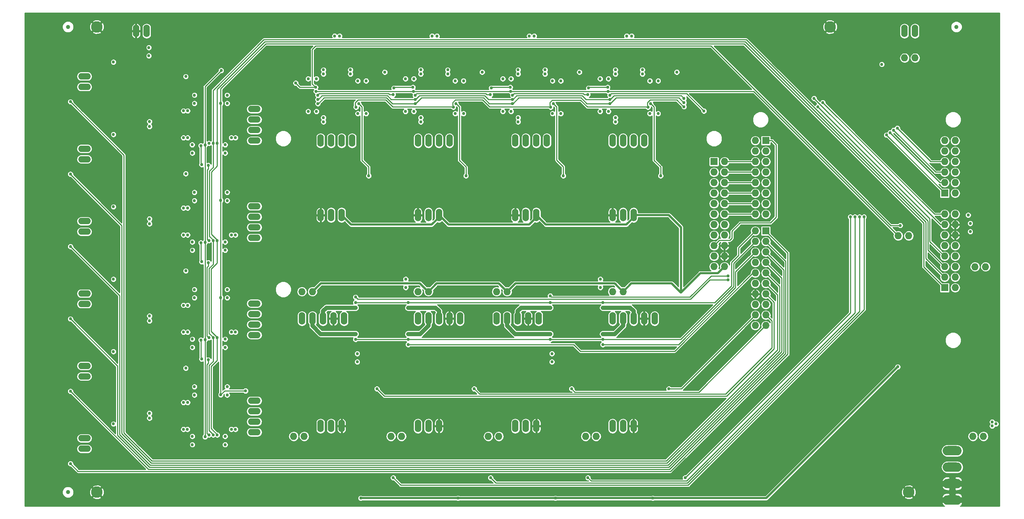
<source format=gbl>
G04 #@! TF.GenerationSoftware,KiCad,Pcbnew,(5.0.0)*
G04 #@! TF.CreationDate,2018-10-25T18:05:55-04:00*
G04 #@! TF.ProjectId,PREP400,505245503430302E6B696361645F7063,A*
G04 #@! TF.SameCoordinates,Original*
G04 #@! TF.FileFunction,Copper,L4,Bot,Signal*
G04 #@! TF.FilePolarity,Positive*
%FSLAX46Y46*%
G04 Gerber Fmt 4.6, Leading zero omitted, Abs format (unit mm)*
G04 Created by KiCad (PCBNEW (5.0.0)) date 10/25/18 18:05:55*
%MOMM*%
%LPD*%
G01*
G04 APERTURE LIST*
G04 #@! TA.AperFunction,ComponentPad*
%ADD10O,1.727200X1.727200*%
G04 #@! TD*
G04 #@! TA.AperFunction,ComponentPad*
%ADD11R,1.727200X1.727200*%
G04 #@! TD*
G04 #@! TA.AperFunction,ComponentPad*
%ADD12O,1.524000X3.048000*%
G04 #@! TD*
G04 #@! TA.AperFunction,ComponentPad*
%ADD13O,3.048000X1.524000*%
G04 #@! TD*
G04 #@! TA.AperFunction,ComponentPad*
%ADD14O,4.572000X2.286000*%
G04 #@! TD*
G04 #@! TA.AperFunction,ComponentPad*
%ADD15C,2.800000*%
G04 #@! TD*
G04 #@! TA.AperFunction,BGAPad,CuDef*
%ADD16C,1.000000*%
G04 #@! TD*
G04 #@! TA.AperFunction,ComponentPad*
%ADD17C,5.000000*%
G04 #@! TD*
G04 #@! TA.AperFunction,ViaPad*
%ADD18C,0.750000*%
G04 #@! TD*
G04 #@! TA.AperFunction,ViaPad*
%ADD19C,0.600000*%
G04 #@! TD*
G04 #@! TA.AperFunction,Conductor*
%ADD20C,0.250000*%
G04 #@! TD*
G04 #@! TA.AperFunction,Conductor*
%ADD21C,0.500000*%
G04 #@! TD*
G04 #@! TA.AperFunction,Conductor*
%ADD22C,1.000000*%
G04 #@! TD*
G04 APERTURE END LIST*
D10*
G04 #@! TO.P,U1,1-2*
G04 #@! TO.N,Net-(U1-Pad1-2)*
X205860000Y-63050000D03*
D11*
G04 #@! TO.P,U1,1-1*
G04 #@! TO.N,/Microcontroller/EXP_D4_SPI0_MISO*
X208400000Y-63050000D03*
D10*
G04 #@! TO.P,U1,1-4*
G04 #@! TO.N,Net-(U1-Pad1-4)*
X205860000Y-65590000D03*
G04 #@! TO.P,U1,1-3*
G04 #@! TO.N,/Microcontroller/LAMP*
X208400000Y-65590000D03*
G04 #@! TO.P,U1,1-6*
G04 #@! TO.N,/Microcontroller/EXP_D12*
X205860000Y-68130000D03*
G04 #@! TO.P,U1,1-5*
G04 #@! TO.N,/Microcontroller/EXP_D0*
X208400000Y-68130000D03*
G04 #@! TO.P,U1,1-8*
G04 #@! TO.N,/Microcontroller/EXP_D11*
X205860000Y-70670000D03*
G04 #@! TO.P,U1,1-7*
G04 #@! TO.N,/Microcontroller/EXP_D1_SPI0_CS*
X208400000Y-70670000D03*
G04 #@! TO.P,U1,1-10*
G04 #@! TO.N,/Microcontroller/EXP_D10*
X205860000Y-73210000D03*
G04 #@! TO.P,U1,1-9*
G04 #@! TO.N,/Microcontroller/EXP_D2_SPI0_SCK*
X208400000Y-73210000D03*
G04 #@! TO.P,U1,1-12*
G04 #@! TO.N,/Microcontroller/EXP_D9*
X205860000Y-75750000D03*
G04 #@! TO.P,U1,1-11*
G04 #@! TO.N,/Microcontroller/EXP_D3_SPI0_MOSI*
X208400000Y-75750000D03*
G04 #@! TO.P,U1,1-14*
G04 #@! TO.N,/Microcontroller/EXP_D8*
X205860000Y-78290000D03*
G04 #@! TO.P,U1,1-13*
G04 #@! TO.N,/Microcontroller/EXP_D5_I2C1_SCL*
X208400000Y-78290000D03*
G04 #@! TO.P,U1,1-16*
G04 #@! TO.N,/Microcontroller/EXP_D7*
X205860000Y-80830000D03*
G04 #@! TO.P,U1,1-15*
G04 #@! TO.N,/Microcontroller/EXP_D6_I2C1_SDA*
X208400000Y-80830000D03*
G04 #@! TO.P,U1,2-2*
G04 #@! TO.N,/Microcontroller/_LIN_ACT_DIR*
X205860000Y-84894000D03*
D11*
G04 #@! TO.P,U1,2-1*
G04 #@! TO.N,/Microcontroller/VALVE6*
X208400000Y-84894000D03*
D10*
G04 #@! TO.P,U1,2-4*
G04 #@! TO.N,/Microcontroller/LIN_ACT_DIR*
X205860000Y-87434000D03*
G04 #@! TO.P,U1,2-3*
G04 #@! TO.N,/Microcontroller/VALVE5*
X208400000Y-87434000D03*
G04 #@! TO.P,U1,2-6*
G04 #@! TO.N,/Microcontroller/LIN_ACT_EN1*
X205860000Y-89974000D03*
G04 #@! TO.P,U1,2-5*
G04 #@! TO.N,/Microcontroller/VALVE4*
X208400000Y-89974000D03*
G04 #@! TO.P,U1,2-8*
G04 #@! TO.N,/Microcontroller/LIN_ACT_EN2*
X205860000Y-92514000D03*
G04 #@! TO.P,U1,2-7*
G04 #@! TO.N,/Microcontroller/VALVE3*
X208400000Y-92514000D03*
G04 #@! TO.P,U1,2-10*
G04 #@! TO.N,/Microcontroller/LIN_ACT_EN3*
X205860000Y-95054000D03*
G04 #@! TO.P,U1,2-9*
G04 #@! TO.N,/Microcontroller/VALVE2*
X208400000Y-95054000D03*
G04 #@! TO.P,U1,2-12*
G04 #@! TO.N,/Microcontroller/LIN_ACT_EN4*
X205860000Y-97594000D03*
G04 #@! TO.P,U1,2-11*
G04 #@! TO.N,/Microcontroller/VALVE1*
X208400000Y-97594000D03*
G04 #@! TO.P,U1,2-14*
G04 #@! TO.N,GND*
X205860000Y-100134000D03*
G04 #@! TO.P,U1,2-13*
G04 #@! TO.N,/Microcontroller/LEVEL4*
X208400000Y-100134000D03*
G04 #@! TO.P,U1,2-16*
G04 #@! TO.N,Net-(U1-Pad2-16)*
X205860000Y-102674000D03*
G04 #@! TO.P,U1,2-15*
G04 #@! TO.N,Net-(U1-Pad2-15)*
X208400000Y-102674000D03*
G04 #@! TO.P,U1,2-18*
G04 #@! TO.N,/Microcontroller/LEVEL1*
X205860000Y-105214000D03*
G04 #@! TO.P,U1,2-17*
G04 #@! TO.N,/Microcontroller/LEVEL3*
X208400000Y-105214000D03*
G04 #@! TO.P,U1,2-20*
G04 #@! TO.N,Net-(R72-Pad1)*
X205860000Y-107754000D03*
G04 #@! TO.P,U1,2-19*
G04 #@! TO.N,/Microcontroller/LEVEL2*
X208400000Y-107754000D03*
G04 #@! TO.P,U1,3-2*
G04 #@! TO.N,/Microcontroller/LIN_ACT_POS1*
X254120000Y-75750000D03*
D11*
G04 #@! TO.P,U1,3-1*
G04 #@! TO.N,/Microcontroller/EXP_A3*
X251580000Y-75750000D03*
D10*
G04 #@! TO.P,U1,3-4*
G04 #@! TO.N,/Microcontroller/LIN_ACT_POS2*
X254120000Y-73210000D03*
G04 #@! TO.P,U1,3-3*
G04 #@! TO.N,/Microcontroller/EXP_A2*
X251580000Y-73210000D03*
G04 #@! TO.P,U1,3-6*
G04 #@! TO.N,/Microcontroller/LIN_ACT_POS3*
X254120000Y-70670000D03*
G04 #@! TO.P,U1,3-5*
G04 #@! TO.N,/Microcontroller/EXP_A1*
X251580000Y-70670000D03*
G04 #@! TO.P,U1,3-8*
G04 #@! TO.N,/Microcontroller/LIN_ACT_POS4*
X254120000Y-68130000D03*
G04 #@! TO.P,U1,3-7*
G04 #@! TO.N,/Microcontroller/EXP_A0*
X251580000Y-68130000D03*
G04 #@! TO.P,U1,3-10*
G04 #@! TO.N,/Microcontroller/PRESSURE1*
X254120000Y-65590000D03*
G04 #@! TO.P,U1,3-9*
G04 #@! TO.N,/Microcontroller/PRESSURE4*
X251580000Y-65590000D03*
G04 #@! TO.P,U1,3-12*
G04 #@! TO.N,/Microcontroller/PRESSURE2*
X254120000Y-63050000D03*
G04 #@! TO.P,U1,3-11*
G04 #@! TO.N,/Microcontroller/PRESSURE3*
X251580000Y-63050000D03*
G04 #@! TO.P,U1,4-2*
G04 #@! TO.N,Net-(U1-Pad4-2)*
X254120000Y-98610000D03*
D11*
G04 #@! TO.P,U1,4-1*
G04 #@! TO.N,/Pump/_MOTP_RST*
X251580000Y-98610000D03*
D10*
G04 #@! TO.P,U1,4-4*
G04 #@! TO.N,Net-(JP7-Pad1)*
X254120000Y-96070000D03*
G04 #@! TO.P,U1,4-3*
G04 #@! TO.N,/Pump/_MOTP_FLG*
X251580000Y-96070000D03*
G04 #@! TO.P,U1,4-6*
G04 #@! TO.N,Net-(U1-Pad4-6)*
X254120000Y-93530000D03*
G04 #@! TO.P,U1,4-5*
G04 #@! TO.N,/Pump/_MOTP_CS*
X251580000Y-93530000D03*
G04 #@! TO.P,U1,4-8*
G04 #@! TO.N,Net-(JP7-Pad1)*
X254120000Y-90990000D03*
G04 #@! TO.P,U1,4-7*
G04 #@! TO.N,/Motor/_MOTC_RST*
X251580000Y-90990000D03*
G04 #@! TO.P,U1,4-10*
G04 #@! TO.N,Net-(U1-Pad4-10)*
X254120000Y-88450000D03*
G04 #@! TO.P,U1,4-9*
G04 #@! TO.N,Net-(C134-Pad1)*
X251580000Y-88450000D03*
G04 #@! TO.P,U1,4-12*
G04 #@! TO.N,GND*
X254120000Y-85910000D03*
G04 #@! TO.P,U1,4-11*
G04 #@! TO.N,Net-(R71-Pad2)*
X251580000Y-85910000D03*
G04 #@! TO.P,U1,4-14*
G04 #@! TO.N,GND*
X254120000Y-83370000D03*
G04 #@! TO.P,U1,4-13*
G04 #@! TO.N,/Motor/_MOTC_CS*
X251580000Y-83370000D03*
G04 #@! TO.P,U1,4-16*
G04 #@! TO.N,+12V*
X254120000Y-80830000D03*
G04 #@! TO.P,U1,4-15*
G04 #@! TO.N,/Motor/_MOTC_FLG*
X251580000Y-80830000D03*
G04 #@! TD*
D12*
G04 #@! TO.P,J25,5*
G04 #@! TO.N,Net-(J25-Pad5)*
X106560000Y-106050000D03*
G04 #@! TO.P,J25,4*
G04 #@! TO.N,GND*
X104020000Y-106050000D03*
G04 #@! TO.P,J25,3*
G04 #@! TO.N,/LinearActuator/LIN_OUT4B*
X101480000Y-106050000D03*
G04 #@! TO.P,J25,2*
G04 #@! TO.N,/LinearActuator/LIN_OUT4A*
X98940000Y-106050000D03*
G04 #@! TO.P,J25,1*
G04 #@! TO.N,Net-(C169-Pad2)*
X96400000Y-106050000D03*
G04 #@! TD*
G04 #@! TO.P,J24,5*
G04 #@! TO.N,Net-(J24-Pad5)*
X134560000Y-106050000D03*
G04 #@! TO.P,J24,4*
G04 #@! TO.N,GND*
X132020000Y-106050000D03*
G04 #@! TO.P,J24,3*
G04 #@! TO.N,/LinearActuator/LIN_OUT3B*
X129480000Y-106050000D03*
G04 #@! TO.P,J24,2*
G04 #@! TO.N,/LinearActuator/LIN_OUT3A*
X126940000Y-106050000D03*
G04 #@! TO.P,J24,1*
G04 #@! TO.N,Net-(C167-Pad2)*
X124400000Y-106050000D03*
G04 #@! TD*
G04 #@! TO.P,J23,5*
G04 #@! TO.N,Net-(J23-Pad5)*
X153560000Y-106050000D03*
G04 #@! TO.P,J23,4*
G04 #@! TO.N,GND*
X151020000Y-106050000D03*
G04 #@! TO.P,J23,3*
G04 #@! TO.N,/LinearActuator/LIN_OUT2B*
X148480000Y-106050000D03*
G04 #@! TO.P,J23,2*
G04 #@! TO.N,/LinearActuator/LIN_OUT2A*
X145940000Y-106050000D03*
G04 #@! TO.P,J23,1*
G04 #@! TO.N,Net-(C165-Pad2)*
X143400000Y-106050000D03*
G04 #@! TD*
G04 #@! TO.P,J22,5*
G04 #@! TO.N,Net-(J22-Pad5)*
X181560000Y-106050000D03*
G04 #@! TO.P,J22,4*
G04 #@! TO.N,GND*
X179020000Y-106050000D03*
G04 #@! TO.P,J22,3*
G04 #@! TO.N,/LinearActuator/LIN_OUT1B*
X176480000Y-106050000D03*
G04 #@! TO.P,J22,2*
G04 #@! TO.N,/LinearActuator/LIN_OUT1A*
X173940000Y-106050000D03*
G04 #@! TO.P,J22,1*
G04 #@! TO.N,Net-(C163-Pad2)*
X171400000Y-106050000D03*
G04 #@! TD*
G04 #@! TO.P,J17,3*
G04 #@! TO.N,+3V3*
X105980000Y-81050000D03*
G04 #@! TO.P,J17,2*
G04 #@! TO.N,Net-(J17-Pad2)*
X103440000Y-81050000D03*
G04 #@! TO.P,J17,1*
G04 #@! TO.N,GND*
X100900000Y-81050000D03*
G04 #@! TD*
G04 #@! TO.P,J16,3*
G04 #@! TO.N,+3V3*
X129480000Y-81050000D03*
G04 #@! TO.P,J16,2*
G04 #@! TO.N,Net-(J16-Pad2)*
X126940000Y-81050000D03*
G04 #@! TO.P,J16,1*
G04 #@! TO.N,GND*
X124400000Y-81050000D03*
G04 #@! TD*
G04 #@! TO.P,J15,3*
G04 #@! TO.N,+3V3*
X152980000Y-81050000D03*
G04 #@! TO.P,J15,2*
G04 #@! TO.N,Net-(J15-Pad2)*
X150440000Y-81050000D03*
G04 #@! TO.P,J15,1*
G04 #@! TO.N,GND*
X147900000Y-81050000D03*
G04 #@! TD*
G04 #@! TO.P,J14,3*
G04 #@! TO.N,+3V3*
X176480000Y-81050000D03*
G04 #@! TO.P,J14,2*
G04 #@! TO.N,Net-(J14-Pad2)*
X173940000Y-81050000D03*
G04 #@! TO.P,J14,1*
G04 #@! TO.N,GND*
X171400000Y-81050000D03*
G04 #@! TD*
G04 #@! TO.P,J7,3*
G04 #@! TO.N,GND*
X105980000Y-132050000D03*
G04 #@! TO.P,J7,2*
G04 #@! TO.N,Net-(J7-Pad2)*
X103440000Y-132050000D03*
G04 #@! TO.P,J7,1*
G04 #@! TO.N,Net-(C197-Pad2)*
X100900000Y-132050000D03*
G04 #@! TD*
G04 #@! TO.P,J6,3*
G04 #@! TO.N,GND*
X129480000Y-132050000D03*
G04 #@! TO.P,J6,2*
G04 #@! TO.N,Net-(J6-Pad2)*
X126940000Y-132050000D03*
G04 #@! TO.P,J6,1*
G04 #@! TO.N,Net-(C195-Pad2)*
X124400000Y-132050000D03*
G04 #@! TD*
G04 #@! TO.P,J5,3*
G04 #@! TO.N,GND*
X152980000Y-132050000D03*
G04 #@! TO.P,J5,2*
G04 #@! TO.N,Net-(J5-Pad2)*
X150440000Y-132050000D03*
G04 #@! TO.P,J5,1*
G04 #@! TO.N,Net-(C193-Pad2)*
X147900000Y-132050000D03*
G04 #@! TD*
G04 #@! TO.P,J4,3*
G04 #@! TO.N,GND*
X176480000Y-132050000D03*
G04 #@! TO.P,J4,2*
G04 #@! TO.N,Net-(J4-Pad2)*
X173940000Y-132050000D03*
G04 #@! TO.P,J4,1*
G04 #@! TO.N,Net-(C191-Pad2)*
X171400000Y-132050000D03*
G04 #@! TD*
D10*
G04 #@! TO.P,P1,22*
G04 #@! TO.N,+3V3*
X198430000Y-93530000D03*
G04 #@! TO.P,P1,21*
G04 #@! TO.N,/Microcontroller/EXP_D6_I2C1_SDA*
X195890000Y-93530000D03*
G04 #@! TO.P,P1,20*
G04 #@! TO.N,GND*
X198430000Y-90990000D03*
G04 #@! TO.P,P1,19*
G04 #@! TO.N,/Microcontroller/EXP_D5_I2C1_SCL*
X195890000Y-90990000D03*
G04 #@! TO.P,P1,18*
G04 #@! TO.N,GND*
X198430000Y-88450000D03*
G04 #@! TO.P,P1,17*
G04 #@! TO.N,/Microcontroller/EXP_D4_SPI0_MISO*
X195890000Y-88450000D03*
G04 #@! TO.P,P1,16*
G04 #@! TO.N,+12V*
X198430000Y-85910000D03*
G04 #@! TO.P,P1,15*
G04 #@! TO.N,/Microcontroller/EXP_D3_SPI0_MOSI*
X195890000Y-85910000D03*
G04 #@! TO.P,P1,14*
G04 #@! TO.N,+12V*
X198430000Y-83370000D03*
G04 #@! TO.P,P1,13*
G04 #@! TO.N,/Microcontroller/EXP_D2_SPI0_SCK*
X195890000Y-83370000D03*
G04 #@! TO.P,P1,12*
G04 #@! TO.N,/Microcontroller/EXP_D7*
X198430000Y-80830000D03*
G04 #@! TO.P,P1,11*
G04 #@! TO.N,/Microcontroller/EXP_D1_SPI0_CS*
X195890000Y-80830000D03*
G04 #@! TO.P,P1,10*
G04 #@! TO.N,/Microcontroller/EXP_D8*
X198430000Y-78290000D03*
G04 #@! TO.P,P1,9*
G04 #@! TO.N,/Microcontroller/EXP_D0*
X195890000Y-78290000D03*
G04 #@! TO.P,P1,8*
G04 #@! TO.N,/Microcontroller/EXP_D9*
X198430000Y-75750000D03*
G04 #@! TO.P,P1,7*
G04 #@! TO.N,/Microcontroller/EXP_A3*
X195890000Y-75750000D03*
G04 #@! TO.P,P1,6*
G04 #@! TO.N,/Microcontroller/EXP_D10*
X198430000Y-73210000D03*
G04 #@! TO.P,P1,5*
G04 #@! TO.N,/Microcontroller/EXP_A2*
X195890000Y-73210000D03*
G04 #@! TO.P,P1,4*
G04 #@! TO.N,/Microcontroller/EXP_D11*
X198430000Y-70670000D03*
G04 #@! TO.P,P1,3*
G04 #@! TO.N,/Microcontroller/EXP_A1*
X195890000Y-70670000D03*
G04 #@! TO.P,P1,2*
G04 #@! TO.N,/Microcontroller/EXP_D12*
X198430000Y-68130000D03*
D11*
G04 #@! TO.P,P1,1*
G04 #@! TO.N,/Microcontroller/EXP_A0*
X195890000Y-68130000D03*
G04 #@! TD*
D13*
G04 #@! TO.P,J29,4*
G04 #@! TO.N,/Pump/MOT4_1B*
X84900000Y-125930000D03*
G04 #@! TO.P,J29,3*
G04 #@! TO.N,/Pump/MOT4_2B*
X84900000Y-128470000D03*
G04 #@! TO.P,J29,2*
G04 #@! TO.N,/Pump/MOT4_2A*
X84900000Y-131010000D03*
G04 #@! TO.P,J29,1*
G04 #@! TO.N,/Pump/MOT4_1A*
X84900000Y-133550000D03*
G04 #@! TD*
G04 #@! TO.P,J28,4*
G04 #@! TO.N,/Pump/MOT3_1B*
X84900000Y-102430000D03*
G04 #@! TO.P,J28,3*
G04 #@! TO.N,/Pump/MOT3_2B*
X84900000Y-104970000D03*
G04 #@! TO.P,J28,2*
G04 #@! TO.N,/Pump/MOT3_2A*
X84900000Y-107510000D03*
G04 #@! TO.P,J28,1*
G04 #@! TO.N,/Pump/MOT3_1A*
X84900000Y-110050000D03*
G04 #@! TD*
G04 #@! TO.P,J27,4*
G04 #@! TO.N,/Pump/MOT2_1B*
X84900000Y-78930000D03*
G04 #@! TO.P,J27,3*
G04 #@! TO.N,/Pump/MOT2_2B*
X84900000Y-81470000D03*
G04 #@! TO.P,J27,2*
G04 #@! TO.N,/Pump/MOT2_2A*
X84900000Y-84010000D03*
G04 #@! TO.P,J27,1*
G04 #@! TO.N,/Pump/MOT2_1A*
X84900000Y-86550000D03*
G04 #@! TD*
G04 #@! TO.P,J26,4*
G04 #@! TO.N,/Pump/MOT1_1B*
X84900000Y-55430000D03*
G04 #@! TO.P,J26,3*
G04 #@! TO.N,/Pump/MOT1_2B*
X84900000Y-57970000D03*
G04 #@! TO.P,J26,2*
G04 #@! TO.N,/Pump/MOT1_2A*
X84900000Y-60510000D03*
G04 #@! TO.P,J26,1*
G04 #@! TO.N,/Pump/MOT1_1A*
X84900000Y-63050000D03*
G04 #@! TD*
D12*
G04 #@! TO.P,J21,4*
G04 #@! TO.N,/Motor/MOT4_1B*
X108520000Y-63050000D03*
G04 #@! TO.P,J21,3*
G04 #@! TO.N,/Motor/MOT4_2B*
X105980000Y-63050000D03*
G04 #@! TO.P,J21,2*
G04 #@! TO.N,/Motor/MOT4_2A*
X103440000Y-63050000D03*
G04 #@! TO.P,J21,1*
G04 #@! TO.N,/Motor/MOT4_1A*
X100900000Y-63050000D03*
G04 #@! TD*
G04 #@! TO.P,J20,4*
G04 #@! TO.N,/Motor/MOT3_1B*
X132020000Y-63050000D03*
G04 #@! TO.P,J20,3*
G04 #@! TO.N,/Motor/MOT3_2B*
X129480000Y-63050000D03*
G04 #@! TO.P,J20,2*
G04 #@! TO.N,/Motor/MOT3_2A*
X126940000Y-63050000D03*
G04 #@! TO.P,J20,1*
G04 #@! TO.N,/Motor/MOT3_1A*
X124400000Y-63050000D03*
G04 #@! TD*
G04 #@! TO.P,J19,4*
G04 #@! TO.N,/Motor/MOT2_1B*
X155520000Y-63050000D03*
G04 #@! TO.P,J19,3*
G04 #@! TO.N,/Motor/MOT2_2B*
X152980000Y-63050000D03*
G04 #@! TO.P,J19,2*
G04 #@! TO.N,/Motor/MOT2_2A*
X150440000Y-63050000D03*
G04 #@! TO.P,J19,1*
G04 #@! TO.N,/Motor/MOT2_1A*
X147900000Y-63050000D03*
G04 #@! TD*
G04 #@! TO.P,J18,4*
G04 #@! TO.N,/Motor/MOT1_1B*
X179020000Y-63050000D03*
G04 #@! TO.P,J18,3*
G04 #@! TO.N,/Motor/MOT1_2B*
X176480000Y-63050000D03*
G04 #@! TO.P,J18,2*
G04 #@! TO.N,/Motor/MOT1_2A*
X173940000Y-63050000D03*
G04 #@! TO.P,J18,1*
G04 #@! TO.N,/Motor/MOT1_1A*
X171400000Y-63050000D03*
G04 #@! TD*
D14*
G04 #@! TO.P,J1,1*
G04 #@! TO.N,Net-(C113-Pad1)*
X253400000Y-138050000D03*
G04 #@! TO.P,J1,2*
X253400000Y-142012400D03*
G04 #@! TO.P,J1,3*
G04 #@! TO.N,GND*
X253400000Y-145974800D03*
G04 #@! TO.P,J1,4*
X253400000Y-149937200D03*
G04 #@! TD*
D13*
G04 #@! TO.P,J13,1*
G04 #@! TO.N,+12V*
X43900000Y-137550000D03*
G04 #@! TO.P,J13,2*
G04 #@! TO.N,Net-(D14-Pad2)*
X43900000Y-135010000D03*
G04 #@! TD*
G04 #@! TO.P,J12,1*
G04 #@! TO.N,+12V*
X43900000Y-120050000D03*
G04 #@! TO.P,J12,2*
G04 #@! TO.N,Net-(D13-Pad2)*
X43900000Y-117510000D03*
G04 #@! TD*
G04 #@! TO.P,J11,1*
G04 #@! TO.N,+12V*
X43900000Y-102550000D03*
G04 #@! TO.P,J11,2*
G04 #@! TO.N,Net-(D12-Pad2)*
X43900000Y-100010000D03*
G04 #@! TD*
G04 #@! TO.P,J10,1*
G04 #@! TO.N,+12V*
X43900000Y-85050000D03*
G04 #@! TO.P,J10,2*
G04 #@! TO.N,Net-(D11-Pad2)*
X43900000Y-82510000D03*
G04 #@! TD*
G04 #@! TO.P,J9,1*
G04 #@! TO.N,+12V*
X43900000Y-67550000D03*
G04 #@! TO.P,J9,2*
G04 #@! TO.N,Net-(D10-Pad2)*
X43900000Y-65010000D03*
G04 #@! TD*
G04 #@! TO.P,J8,1*
G04 #@! TO.N,+12V*
X43900000Y-50050000D03*
G04 #@! TO.P,J8,2*
G04 #@! TO.N,Net-(D9-Pad2)*
X43900000Y-47510000D03*
G04 #@! TD*
D12*
G04 #@! TO.P,J3,1*
G04 #@! TO.N,+12V*
X58900000Y-36550000D03*
G04 #@! TO.P,J3,2*
G04 #@! TO.N,GND*
X56360000Y-36550000D03*
G04 #@! TD*
G04 #@! TO.P,J2,1*
G04 #@! TO.N,Net-(C116-Pad1)*
X244400000Y-36550000D03*
G04 #@! TO.P,J2,2*
G04 #@! TO.N,Net-(J2-Pad2)*
X241860000Y-36550000D03*
G04 #@! TD*
D15*
G04 #@! TO.P,TP19,1*
G04 #@! TO.N,GND*
X46900000Y-35550000D03*
G04 #@! TD*
G04 #@! TO.P,TP22,1*
G04 #@! TO.N,GND*
X242900000Y-148050000D03*
G04 #@! TD*
G04 #@! TO.P,TP20,1*
G04 #@! TO.N,GND*
X223900000Y-35550000D03*
G04 #@! TD*
G04 #@! TO.P,TP21,1*
G04 #@! TO.N,GND*
X46900000Y-148050000D03*
G04 #@! TD*
D10*
G04 #@! TO.P,JP1,2*
G04 #@! TO.N,+12V*
X260940000Y-134550000D03*
G04 #@! TO.P,JP1,1*
G04 #@! TO.N,Net-(C113-Pad1)*
X258400000Y-134550000D03*
G04 #@! TD*
G04 #@! TO.P,JP2,2*
G04 #@! TO.N,Net-(C116-Pad1)*
X244440000Y-43050000D03*
G04 #@! TO.P,JP2,1*
G04 #@! TO.N,+12V*
X241900000Y-43050000D03*
G04 #@! TD*
G04 #@! TO.P,JP3,2*
G04 #@! TO.N,Net-(C191-Pad2)*
X167440000Y-134550000D03*
G04 #@! TO.P,JP3,1*
G04 #@! TO.N,+12V*
X164900000Y-134550000D03*
G04 #@! TD*
G04 #@! TO.P,JP4,2*
G04 #@! TO.N,Net-(C193-Pad2)*
X143940000Y-134550000D03*
G04 #@! TO.P,JP4,1*
G04 #@! TO.N,+12V*
X141400000Y-134550000D03*
G04 #@! TD*
G04 #@! TO.P,JP5,2*
G04 #@! TO.N,Net-(C195-Pad2)*
X120440000Y-134550000D03*
G04 #@! TO.P,JP5,1*
G04 #@! TO.N,+12V*
X117900000Y-134550000D03*
G04 #@! TD*
G04 #@! TO.P,JP6,2*
G04 #@! TO.N,Net-(C197-Pad2)*
X96940000Y-134550000D03*
G04 #@! TO.P,JP6,1*
G04 #@! TO.N,+12V*
X94400000Y-134550000D03*
G04 #@! TD*
G04 #@! TO.P,JP7,2*
G04 #@! TO.N,+3V3*
X261440000Y-93550000D03*
G04 #@! TO.P,JP7,1*
G04 #@! TO.N,Net-(JP7-Pad1)*
X258900000Y-93550000D03*
G04 #@! TD*
G04 #@! TO.P,JP8,2*
G04 #@! TO.N,/Motor/MOT_SCK*
X240360000Y-86050000D03*
G04 #@! TO.P,JP8,1*
G04 #@! TO.N,Net-(C134-Pad1)*
X242900000Y-86050000D03*
G04 #@! TD*
G04 #@! TO.P,JP9,2*
G04 #@! TO.N,+3V3*
X173940000Y-99550000D03*
G04 #@! TO.P,JP9,1*
G04 #@! TO.N,Net-(C163-Pad2)*
X171400000Y-99550000D03*
G04 #@! TD*
G04 #@! TO.P,JP10,2*
G04 #@! TO.N,+3V3*
X145940000Y-99550000D03*
G04 #@! TO.P,JP10,1*
G04 #@! TO.N,Net-(C165-Pad2)*
X143400000Y-99550000D03*
G04 #@! TD*
G04 #@! TO.P,JP11,2*
G04 #@! TO.N,+3V3*
X126940000Y-99550000D03*
G04 #@! TO.P,JP11,1*
G04 #@! TO.N,Net-(C167-Pad2)*
X124400000Y-99550000D03*
G04 #@! TD*
G04 #@! TO.P,JP12,2*
G04 #@! TO.N,+3V3*
X98940000Y-99550000D03*
G04 #@! TO.P,JP12,1*
G04 #@! TO.N,Net-(C169-Pad2)*
X96400000Y-99550000D03*
G04 #@! TD*
D16*
G04 #@! TO.P,F1,~*
G04 #@! TO.N,N/C*
X39900000Y-35550000D03*
G04 #@! TD*
G04 #@! TO.P,F2,~*
G04 #@! TO.N,N/C*
X254400000Y-35550000D03*
G04 #@! TD*
G04 #@! TO.P,F3,~*
G04 #@! TO.N,N/C*
X39900000Y-148050000D03*
G04 #@! TD*
D17*
G04 #@! TO.P,H4,1*
G04 #@! TO.N,GND*
X261400000Y-148050000D03*
G04 #@! TD*
G04 #@! TO.P,H3,1*
G04 #@! TO.N,GND*
X32900000Y-148050000D03*
G04 #@! TD*
G04 #@! TO.P,H2,1*
G04 #@! TO.N,GND*
X261400000Y-35550000D03*
G04 #@! TD*
G04 #@! TO.P,H1,1*
G04 #@! TO.N,GND*
X32900000Y-35550000D03*
G04 #@! TD*
G04 #@! TO.P,H5,1*
G04 #@! TO.N,GND*
X139400000Y-79050000D03*
G04 #@! TD*
D18*
G04 #@! TO.N,/Microcontroller/LEVEL1*
X185000000Y-123050000D03*
G04 #@! TO.N,GND*
X114050000Y-150550000D03*
X114050000Y-148550000D03*
X117400000Y-147200000D03*
X115400000Y-147200000D03*
X113400000Y-147200000D03*
X137550000Y-150550000D03*
X137550000Y-148550000D03*
X140900000Y-147200000D03*
X138900000Y-147200000D03*
X136900000Y-147200000D03*
X161050000Y-150550000D03*
X161050000Y-148550000D03*
X164400000Y-147200000D03*
X162400000Y-147200000D03*
X160400000Y-147200000D03*
X184550000Y-150550000D03*
X184550000Y-148550000D03*
X187900000Y-147200000D03*
X185900000Y-147200000D03*
X183900000Y-147200000D03*
X177750000Y-144450000D03*
X154250000Y-144450000D03*
X130750000Y-144450000D03*
X107250000Y-144450000D03*
X248850000Y-101550000D03*
X257750000Y-131050000D03*
X158900000Y-96000000D03*
X248900000Y-94700000D03*
X164800000Y-104700000D03*
X165800000Y-104700000D03*
X164800000Y-106000000D03*
X165800000Y-106000000D03*
X164800000Y-107250000D03*
X165800000Y-107250000D03*
X164800000Y-108550000D03*
X165800000Y-108550000D03*
X160600000Y-108550000D03*
X159600000Y-108550000D03*
X160600000Y-107250000D03*
X159600000Y-107250000D03*
X160600000Y-106000000D03*
X159600000Y-106000000D03*
X160600000Y-104700000D03*
X159600000Y-104700000D03*
X117800000Y-104700000D03*
X117800000Y-106000000D03*
X117800000Y-107250000D03*
X117800000Y-108550000D03*
X113600000Y-107250000D03*
X112600000Y-107250000D03*
X113600000Y-106000000D03*
X112600000Y-106000000D03*
X113600000Y-104700000D03*
X112600000Y-104700000D03*
X113600000Y-108550000D03*
X118800000Y-104700000D03*
X118800000Y-106000000D03*
X118800000Y-107250000D03*
X118800000Y-108550000D03*
X112600000Y-108550000D03*
X55750000Y-40550000D03*
X55750000Y-42550000D03*
X78050000Y-50550000D03*
X244900000Y-93200000D03*
X242900000Y-93200000D03*
X74150000Y-137050000D03*
X74150000Y-113550000D03*
X74150000Y-90050000D03*
X74150000Y-66550000D03*
X97400000Y-52300000D03*
X120900000Y-52300000D03*
X144400000Y-52300000D03*
X167900000Y-52300000D03*
X108900000Y-120400000D03*
X110900000Y-120400000D03*
X112900000Y-120400000D03*
X150750000Y-55700000D03*
X152950000Y-48750000D03*
X151850000Y-48750000D03*
X151300000Y-47900000D03*
X152400000Y-47900000D03*
X150750000Y-48750000D03*
X151850000Y-55700000D03*
X152400000Y-56550000D03*
X151300000Y-56550000D03*
X152950000Y-55700000D03*
X77550000Y-130700000D03*
X70600000Y-128500000D03*
X77550000Y-107200000D03*
X70600000Y-105000000D03*
X77550000Y-83700000D03*
X70600000Y-81500000D03*
X77550000Y-60200000D03*
X70600000Y-58000000D03*
X103750000Y-55700000D03*
X105950000Y-48750000D03*
X127250000Y-55700000D03*
X129450000Y-48750000D03*
X174250000Y-55700000D03*
X176450000Y-48750000D03*
X81550000Y-134550000D03*
X81550000Y-136550000D03*
X66250000Y-136550000D03*
X66250000Y-134550000D03*
X82050000Y-124550000D03*
X82050000Y-122550000D03*
X78050000Y-121050000D03*
X66750000Y-124550000D03*
X66750000Y-122550000D03*
X81550000Y-111050000D03*
X81550000Y-113050000D03*
X66250000Y-113050000D03*
X66250000Y-111050000D03*
X82050000Y-101050000D03*
X82050000Y-99050000D03*
X78050000Y-97550000D03*
X66750000Y-101050000D03*
X66750000Y-99050000D03*
X81550000Y-87550000D03*
X81550000Y-89550000D03*
X66250000Y-89550000D03*
X66250000Y-87550000D03*
X82050000Y-77550000D03*
X82050000Y-75550000D03*
X78050000Y-74050000D03*
X66750000Y-77550000D03*
X66750000Y-75550000D03*
X81550000Y-66050000D03*
X81550000Y-64050000D03*
X66250000Y-66050000D03*
X66250000Y-64050000D03*
X82050000Y-54050000D03*
X82050000Y-52050000D03*
X66750000Y-54050000D03*
X66750000Y-52050000D03*
X99900000Y-59700000D03*
X97900000Y-59700000D03*
X109900000Y-60200000D03*
X111900000Y-60200000D03*
X113400000Y-56350000D03*
X97900000Y-44400000D03*
X99900000Y-44400000D03*
X109900000Y-44900000D03*
X111900000Y-44900000D03*
X123400000Y-59700000D03*
X121400000Y-59700000D03*
X133400000Y-60200000D03*
X135400000Y-60200000D03*
X136900000Y-56200000D03*
X121400000Y-44400000D03*
X123400000Y-44400000D03*
X133400000Y-44900000D03*
X135400000Y-44900000D03*
X105400000Y-47900000D03*
X104300000Y-47900000D03*
X70600000Y-129600000D03*
X69750000Y-130150000D03*
X69750000Y-129050000D03*
X70600000Y-130700000D03*
X77550000Y-129600000D03*
X78400000Y-129050000D03*
X78400000Y-130150000D03*
X77550000Y-128500000D03*
X70600000Y-106100000D03*
X69750000Y-105550000D03*
X69750000Y-106650000D03*
X70600000Y-107200000D03*
X77550000Y-106100000D03*
X78400000Y-106650000D03*
X78400000Y-105550000D03*
X77550000Y-105000000D03*
X70600000Y-82600000D03*
X69750000Y-83150000D03*
X69750000Y-82050000D03*
X70600000Y-83700000D03*
X77550000Y-82600000D03*
X78400000Y-82050000D03*
X78400000Y-83150000D03*
X77550000Y-81500000D03*
X70600000Y-59100000D03*
X69750000Y-59650000D03*
X69750000Y-58550000D03*
X70600000Y-60200000D03*
X77550000Y-59100000D03*
X78400000Y-58550000D03*
X78400000Y-59650000D03*
X77550000Y-58000000D03*
X104850000Y-48750000D03*
X103750000Y-48750000D03*
X104850000Y-55700000D03*
X105400000Y-56550000D03*
X104300000Y-56550000D03*
X105950000Y-55700000D03*
X128350000Y-48750000D03*
X128900000Y-47900000D03*
X127800000Y-47900000D03*
X127250000Y-48750000D03*
X128350000Y-55700000D03*
X128900000Y-56550000D03*
X127800000Y-56550000D03*
X129450000Y-55700000D03*
X175350000Y-48750000D03*
X175900000Y-47900000D03*
X174800000Y-47900000D03*
X174250000Y-48750000D03*
X175350000Y-55700000D03*
X175900000Y-56550000D03*
X174800000Y-56550000D03*
X176450000Y-55700000D03*
X170400000Y-59700000D03*
X168400000Y-59700000D03*
X182400000Y-60200000D03*
X180400000Y-60200000D03*
X183900000Y-56200000D03*
X168400000Y-44400000D03*
X170400000Y-44400000D03*
X180400000Y-44900000D03*
X182400000Y-44900000D03*
X68300000Y-128950000D03*
X68300000Y-130150000D03*
X68300000Y-105450000D03*
X68300000Y-106650000D03*
X68300000Y-81950000D03*
X68300000Y-83150000D03*
X68300000Y-58450000D03*
X68300000Y-59650000D03*
X105500000Y-46450000D03*
X104300000Y-46450000D03*
X129000000Y-46450000D03*
X127800000Y-46450000D03*
X176000000Y-46450000D03*
X174800000Y-46450000D03*
X256850000Y-131550000D03*
X257750000Y-132050000D03*
X253900000Y-129500000D03*
X254400000Y-130400000D03*
X253400000Y-130400000D03*
X250900000Y-129500000D03*
X251400000Y-130400000D03*
X250400000Y-130400000D03*
X258750000Y-89050000D03*
X258750000Y-87050000D03*
X261550000Y-81050000D03*
X261550000Y-83050000D03*
X261550000Y-85050000D03*
X239050000Y-43550000D03*
X237900000Y-33000000D03*
X249550000Y-37550000D03*
X249550000Y-35550000D03*
X38900000Y-43550000D03*
X36250000Y-55550000D03*
X38900000Y-61000000D03*
X36250000Y-73050000D03*
X38900000Y-78500000D03*
X36250000Y-90550000D03*
X38900000Y-96000000D03*
X36250000Y-108050000D03*
X38900000Y-131000000D03*
X36250000Y-143050000D03*
X38900000Y-113500000D03*
X36250000Y-125550000D03*
X94200000Y-126550000D03*
X97550000Y-121050000D03*
X100900000Y-139100000D03*
X102900000Y-139100000D03*
X111900000Y-128900000D03*
X117700000Y-126550000D03*
X121050000Y-121050000D03*
X124400000Y-139100000D03*
X126400000Y-139100000D03*
X135400000Y-128900000D03*
X132400000Y-120400000D03*
X134400000Y-120400000D03*
X136400000Y-120400000D03*
X141200000Y-126550000D03*
X144550000Y-121050000D03*
X147900000Y-139100000D03*
X149900000Y-139100000D03*
X158900000Y-128900000D03*
X155900000Y-120400000D03*
X157900000Y-120400000D03*
X159900000Y-120400000D03*
X164700000Y-126550000D03*
X168050000Y-121050000D03*
X171400000Y-139100000D03*
X173400000Y-139100000D03*
X182400000Y-128900000D03*
X183400000Y-120400000D03*
X181400000Y-120400000D03*
X179400000Y-120400000D03*
X101050000Y-91050000D03*
X103900000Y-94850000D03*
X109550000Y-91550000D03*
X109550000Y-89550000D03*
X109550000Y-87550000D03*
X111900000Y-96000000D03*
X96400000Y-113150000D03*
X98400000Y-113150000D03*
X113450000Y-114550000D03*
X113450000Y-116550000D03*
X117750000Y-98550000D03*
X117750000Y-96550000D03*
X126400000Y-113150000D03*
X124400000Y-113150000D03*
X119400000Y-117200000D03*
X129050000Y-91050000D03*
X131900000Y-94850000D03*
X137550000Y-91550000D03*
X137550000Y-89550000D03*
X137550000Y-87550000D03*
X143400000Y-113150000D03*
X145400000Y-113150000D03*
X148050000Y-91050000D03*
X150900000Y-94850000D03*
X156550000Y-91550000D03*
X156550000Y-89550000D03*
X156550000Y-87550000D03*
X160450000Y-114550000D03*
X160450000Y-116550000D03*
X166400000Y-117200000D03*
X164750000Y-98550000D03*
X164750000Y-96550000D03*
X171400000Y-113150000D03*
X173400000Y-113150000D03*
X176050000Y-91050000D03*
X178900000Y-94850000D03*
X184550000Y-91550000D03*
X184550000Y-87550000D03*
X184550000Y-89550000D03*
X99900000Y-68850000D03*
X105900000Y-77400000D03*
X108900000Y-68900000D03*
X110900000Y-68900000D03*
X123400000Y-68850000D03*
X129400000Y-77400000D03*
X132400000Y-68900000D03*
X134400000Y-68900000D03*
X146900000Y-68850000D03*
X176400000Y-77400000D03*
X152900000Y-77400000D03*
X155900000Y-68900000D03*
X157900000Y-68900000D03*
X170400000Y-68850000D03*
X179400000Y-68900000D03*
X181400000Y-68900000D03*
X151300000Y-46450000D03*
X152500000Y-46450000D03*
X160400000Y-56200000D03*
X158900000Y-60200000D03*
X156900000Y-60200000D03*
X146900000Y-59700000D03*
X144900000Y-59700000D03*
X156900000Y-44900000D03*
X146900000Y-44400000D03*
X144900000Y-44400000D03*
X158900000Y-44900000D03*
G04 #@! TO.N,/Microcontroller/LEVEL2*
X161500000Y-123050000D03*
G04 #@! TO.N,/Microcontroller/LEVEL3*
X138000000Y-123050000D03*
G04 #@! TO.N,/Microcontroller/LEVEL4*
X114500000Y-123050000D03*
G04 #@! TO.N,+3V3*
X110600000Y-149500000D03*
X134100000Y-149500000D03*
X157600000Y-149500000D03*
X240250000Y-117750000D03*
X181100000Y-149500000D03*
D19*
X187900000Y-99750000D03*
D18*
G04 #@! TO.N,/Microcontroller/PRESSURE1*
X228800000Y-81500000D03*
X188950000Y-144550000D03*
G04 #@! TO.N,/Microcontroller/PRESSURE2*
X229900000Y-81500000D03*
X165450000Y-144550000D03*
G04 #@! TO.N,/Microcontroller/PRESSURE3*
X231000000Y-81500000D03*
X141950000Y-144550000D03*
G04 #@! TO.N,/Microcontroller/PRESSURE4*
X232100000Y-81500000D03*
X118450000Y-144550000D03*
G04 #@! TO.N,/Motor/MOT1_HOME*
X183000000Y-71550000D03*
X180600000Y-54150000D03*
G04 #@! TO.N,/Motor/MOT2_HOME*
X159500000Y-71550000D03*
X157100000Y-54150000D03*
G04 #@! TO.N,/Motor/MOT3_HOME*
X136000000Y-71550000D03*
X133600000Y-54150000D03*
G04 #@! TO.N,/Motor/MOT4_HOME*
X112500000Y-71550000D03*
X110100000Y-54150000D03*
G04 #@! TO.N,+12V*
X263950000Y-131550000D03*
X263050000Y-132050000D03*
X263050000Y-131050000D03*
X77850000Y-136550000D03*
X77850000Y-134550000D03*
X69950000Y-136550000D03*
X69950000Y-134550000D03*
X78350000Y-122550000D03*
X78350000Y-124550000D03*
X70450000Y-122550000D03*
X70450000Y-124550000D03*
X69950000Y-113050000D03*
X69950000Y-111050000D03*
X77850000Y-113050000D03*
X77850000Y-111050000D03*
X78350000Y-99050000D03*
X78350000Y-101050000D03*
X70450000Y-99050000D03*
X70450000Y-101050000D03*
X69950000Y-89550000D03*
X69950000Y-87550000D03*
X77850000Y-89550000D03*
X77850000Y-87550000D03*
X78350000Y-75550000D03*
X78350000Y-77550000D03*
X70450000Y-75550000D03*
X70450000Y-77550000D03*
X77850000Y-66050000D03*
X77850000Y-64050000D03*
X69950000Y-66050000D03*
X69900000Y-64050000D03*
X70450000Y-52050000D03*
X70450000Y-54050000D03*
X78350000Y-52050000D03*
X78350000Y-54050000D03*
X97900000Y-56000000D03*
X99900000Y-56000000D03*
X97900000Y-48100000D03*
X99900000Y-48100000D03*
X111900000Y-48600000D03*
X109900000Y-48600000D03*
X111900000Y-56500000D03*
X109900000Y-56500000D03*
X121400000Y-56000000D03*
X123400000Y-56000000D03*
X121400000Y-48100000D03*
X123400000Y-48100000D03*
X135400000Y-56500000D03*
X133400000Y-56500000D03*
X135400000Y-48600000D03*
X133400000Y-48600000D03*
X144900000Y-48100000D03*
X146900000Y-48100000D03*
X144900000Y-56000000D03*
X146900000Y-56000000D03*
X158900000Y-56500000D03*
X156900000Y-56500000D03*
X158900000Y-48600000D03*
X156900000Y-48600000D03*
X168400000Y-48100000D03*
X170400000Y-48100000D03*
X182400000Y-48600000D03*
X180400000Y-48600000D03*
X168400000Y-56000000D03*
X170400000Y-56000000D03*
X182400000Y-56500000D03*
X180400000Y-56500000D03*
X109750000Y-114550000D03*
X109750000Y-116550000D03*
X121450000Y-98550000D03*
X121450000Y-96550000D03*
X168450000Y-98550000D03*
X156750000Y-114550000D03*
X156750000Y-116550000D03*
X168450000Y-96550000D03*
X59450000Y-42550000D03*
X59450000Y-40550000D03*
X257750000Y-83050000D03*
X257250000Y-81050000D03*
X68350000Y-118050000D03*
X68350000Y-94550000D03*
X68350000Y-71050000D03*
X68350000Y-47550000D03*
X116400000Y-46500000D03*
X139900000Y-46500000D03*
X186900000Y-46500000D03*
X59600000Y-128950000D03*
X59600000Y-130150000D03*
X59600000Y-105450000D03*
X59600000Y-106650000D03*
X59600000Y-81950000D03*
X59600000Y-83150000D03*
X59600000Y-58450000D03*
X59600000Y-59650000D03*
X105500000Y-37750000D03*
X104300000Y-37750000D03*
X129000000Y-37750000D03*
X127800000Y-37750000D03*
X176000000Y-37750000D03*
X174800000Y-37750000D03*
X257750000Y-85050000D03*
X50900000Y-44050000D03*
X50900000Y-61550000D03*
X50900000Y-79050000D03*
X50900000Y-96550000D03*
X50900000Y-131550000D03*
X50900000Y-114050000D03*
X152500000Y-37750000D03*
X151300000Y-37750000D03*
X163400000Y-46500000D03*
G04 #@! TO.N,/Motor/MOT1_2B*
X172100000Y-45950000D03*
X172100000Y-46950000D03*
G04 #@! TO.N,Net-(IC5-Pad18)*
X165600000Y-50350000D03*
X165400000Y-51950000D03*
X170200000Y-50150000D03*
X147250000Y-52100000D03*
G04 #@! TO.N,/Motor/MOT_SCK*
X76900000Y-46100000D03*
X73000000Y-134650000D03*
X73000000Y-111150000D03*
X73000000Y-64150000D03*
X73000000Y-87650000D03*
X99800000Y-51150000D03*
X123300000Y-51150000D03*
X170300000Y-51150000D03*
X146800000Y-51150000D03*
G04 #@! TO.N,/Motor/MOT_SDI*
X170750000Y-52100000D03*
X193450000Y-55900000D03*
X73950000Y-63700000D03*
G04 #@! TO.N,/Motor/MOT1_2A*
X172100000Y-58500000D03*
X172100000Y-57500000D03*
G04 #@! TO.N,/Motor/MOT1_1B*
X178600000Y-45950000D03*
X178600000Y-46950000D03*
G04 #@! TO.N,/Motor/MOT2_2B*
X148600000Y-45950000D03*
X148600000Y-46950000D03*
G04 #@! TO.N,Net-(IC6-Pad18)*
X141900000Y-51950000D03*
X142100000Y-50350000D03*
X146700000Y-50150000D03*
X123750000Y-52100000D03*
G04 #@! TO.N,/Motor/MOT2_2A*
X148600000Y-58500000D03*
X148600000Y-57500000D03*
G04 #@! TO.N,/Motor/MOT2_1B*
X155100000Y-45950000D03*
X155100000Y-46950000D03*
G04 #@! TO.N,/Motor/MOT3_2B*
X125100000Y-45950000D03*
X125100000Y-46950000D03*
G04 #@! TO.N,Net-(IC7-Pad18)*
X118600000Y-50350000D03*
X118400000Y-51950000D03*
X123200000Y-50150000D03*
X100250000Y-52100000D03*
G04 #@! TO.N,/Motor/MOT3_2A*
X125100000Y-58500000D03*
X125100000Y-57500000D03*
G04 #@! TO.N,/Motor/MOT3_1B*
X131600000Y-45950000D03*
X131600000Y-46950000D03*
G04 #@! TO.N,/Motor/MOT4_2B*
X101600000Y-45950000D03*
X101600000Y-46950000D03*
G04 #@! TO.N,/Motor/MOT_SDO*
X94900000Y-49150000D03*
X240850000Y-83550000D03*
X99700000Y-50150000D03*
G04 #@! TO.N,/Motor/MOT4_2A*
X101600000Y-58500000D03*
X101600000Y-57500000D03*
G04 #@! TO.N,/Motor/MOT4_1B*
X108100000Y-45950000D03*
X108100000Y-46950000D03*
G04 #@! TO.N,/Microcontroller/LIN_ACT_EN1*
X169050000Y-112350000D03*
G04 #@! TO.N,/Microcontroller/LIN_ACT_DIR*
X169050000Y-111100000D03*
X156350000Y-111100000D03*
X122050000Y-111100000D03*
X109350000Y-111100000D03*
G04 #@! TO.N,/LinearActuator/LIN_OUT1A*
X169050000Y-109800000D03*
X170200000Y-109800000D03*
G04 #@! TO.N,/LinearActuator/LIN_OUT1B*
X170200000Y-103450000D03*
X169050000Y-103450000D03*
G04 #@! TO.N,/Microcontroller/LIN_ACT_EN2*
X199300000Y-95750000D03*
X156350000Y-100600000D03*
G04 #@! TO.N,/LinearActuator/LIN_OUT2B*
X156350000Y-103450000D03*
X155200000Y-103450000D03*
G04 #@! TO.N,/LinearActuator/LIN_OUT2A*
X156350000Y-109800000D03*
X155200000Y-109800000D03*
G04 #@! TO.N,/Microcontroller/LIN_ACT_EN3*
X122050000Y-112350000D03*
G04 #@! TO.N,/LinearActuator/LIN_OUT3A*
X122050000Y-109800000D03*
X123200000Y-109800000D03*
G04 #@! TO.N,/LinearActuator/LIN_OUT3B*
X122050000Y-103450000D03*
X123200000Y-103450000D03*
G04 #@! TO.N,/Microcontroller/LIN_ACT_EN4*
X109350000Y-100900000D03*
X199300000Y-96750000D03*
G04 #@! TO.N,/LinearActuator/LIN_OUT4B*
X109350000Y-103450000D03*
X108200000Y-103450000D03*
G04 #@! TO.N,/LinearActuator/LIN_OUT4A*
X109350000Y-109800000D03*
X108200000Y-109800000D03*
G04 #@! TO.N,/Pump/MOT1_2B*
X67800000Y-62350000D03*
X68800000Y-62350000D03*
G04 #@! TO.N,Net-(IC11-Pad18)*
X72200000Y-68850000D03*
X73800000Y-69050000D03*
X73950000Y-87200000D03*
X72000000Y-64250000D03*
G04 #@! TO.N,/Pump/MOT1_2A*
X80350000Y-62350000D03*
X79350000Y-62350000D03*
G04 #@! TO.N,/Pump/MOT1_1B*
X67800000Y-55850000D03*
X68800000Y-55850000D03*
G04 #@! TO.N,/Pump/MOT2_2B*
X67800000Y-85850000D03*
X68800000Y-85850000D03*
G04 #@! TO.N,Net-(IC12-Pad18)*
X72200000Y-92350000D03*
X73800000Y-92550000D03*
X73950000Y-110700000D03*
X72000000Y-87750000D03*
G04 #@! TO.N,/Pump/MOT2_2A*
X80350000Y-85850000D03*
X79350000Y-85850000D03*
G04 #@! TO.N,/Pump/MOT2_1B*
X67800000Y-79350000D03*
X68800000Y-79350000D03*
G04 #@! TO.N,/Pump/MOT3_2B*
X67800000Y-109350000D03*
X68800000Y-109350000D03*
G04 #@! TO.N,Net-(IC13-Pad18)*
X72200000Y-115850000D03*
X73800000Y-116050000D03*
X73950000Y-134200000D03*
X72000000Y-111250000D03*
G04 #@! TO.N,/Pump/MOT3_2A*
X80350000Y-109350000D03*
X79350000Y-109350000D03*
G04 #@! TO.N,/Pump/MOT3_1B*
X67800000Y-102850000D03*
X68800000Y-102850000D03*
G04 #@! TO.N,/Pump/MOT4_2B*
X67800000Y-132850000D03*
X68750000Y-132850000D03*
G04 #@! TO.N,/Pump/MOT4_2A*
X80350000Y-132850000D03*
X79350000Y-132850000D03*
G04 #@! TO.N,/Pump/MOT4_1B*
X68800000Y-126350000D03*
X67800000Y-126350000D03*
G04 #@! TO.N,/Microcontroller/EXP_A0*
X240150000Y-60050000D03*
G04 #@! TO.N,/Microcontroller/EXP_A1*
X239250000Y-60550000D03*
G04 #@! TO.N,/Microcontroller/EXP_A2*
X238400000Y-61150000D03*
G04 #@! TO.N,/Microcontroller/EXP_A3*
X237550000Y-61700000D03*
G04 #@! TO.N,/Microcontroller/LAMP*
X236400000Y-44600000D03*
G04 #@! TO.N,/Microcontroller/VALVE1*
X40500000Y-53650000D03*
G04 #@! TO.N,/Microcontroller/VALVE2*
X40500000Y-71150000D03*
G04 #@! TO.N,/Microcontroller/VALVE3*
X40500000Y-88650000D03*
G04 #@! TO.N,/Microcontroller/VALVE4*
X40500000Y-106150000D03*
G04 #@! TO.N,/Microcontroller/VALVE5*
X40500000Y-123650000D03*
G04 #@! TO.N,/Microcontroller/VALVE6*
X40500000Y-141150000D03*
G04 #@! TO.N,/Motor/_MOTC_CS*
X220050000Y-52850000D03*
X188650000Y-52850000D03*
X100250000Y-53100000D03*
X123750000Y-53100000D03*
X170750000Y-53100000D03*
X147250000Y-53100000D03*
G04 #@! TO.N,/Motor/_MOTC_FLG*
X188650000Y-53850000D03*
X222150000Y-53850000D03*
X100250000Y-54100000D03*
X123750000Y-54100000D03*
X170750000Y-54100000D03*
X147250000Y-54100000D03*
G04 #@! TO.N,/Motor/_MOTC_RST*
X220950000Y-54850000D03*
X188650000Y-54850000D03*
X109450000Y-54950000D03*
X132950000Y-54950000D03*
X156450000Y-54950000D03*
X179950000Y-54950000D03*
G04 #@! TO.N,/Microcontroller/_LIN_ACT_DIR*
X109350000Y-102200000D03*
X122050000Y-102200000D03*
X156350000Y-102200000D03*
X169050000Y-102200000D03*
G04 #@! TO.N,/Pump/_MOTP_CS*
X74950000Y-134200000D03*
X74950000Y-110700000D03*
X74950000Y-63700000D03*
X74950000Y-87200000D03*
G04 #@! TO.N,/Pump/_MOTP_FLG*
X75950000Y-134200000D03*
X75950000Y-110700000D03*
X75950000Y-63700000D03*
X75950000Y-87200000D03*
G04 #@! TO.N,/Pump/_MOTP_RST*
X82800000Y-123550000D03*
X76800000Y-124500000D03*
X76800000Y-101000000D03*
X76800000Y-54000000D03*
X76800000Y-77500000D03*
G04 #@! TD*
D20*
G04 #@! TO.N,/Microcontroller/LEVEL1*
X185000000Y-123050000D02*
X188024000Y-123050000D01*
X188024000Y-123050000D02*
X205860000Y-105214000D01*
G04 #@! TO.N,/Microcontroller/LEVEL2*
X208400000Y-107754000D02*
X208346000Y-107754000D01*
X208346000Y-107754000D02*
X192250000Y-123850000D01*
X192250000Y-123850000D02*
X162300000Y-123850000D01*
X162300000Y-123850000D02*
X161500000Y-123050000D01*
G04 #@! TO.N,/Microcontroller/LEVEL3*
X208400000Y-105214000D02*
X208464000Y-105214000D01*
X208464000Y-105214000D02*
X209900000Y-106650000D01*
X209900000Y-106650000D02*
X209900000Y-113150000D01*
X209900000Y-113150000D02*
X198699998Y-124350002D01*
X198699998Y-124350002D02*
X139300002Y-124350002D01*
X139300002Y-124350002D02*
X138000000Y-123050000D01*
G04 #@! TO.N,/Microcontroller/LEVEL4*
X208400000Y-100134000D02*
X208434000Y-100134000D01*
X208434000Y-100134000D02*
X210400002Y-102100002D01*
X210400002Y-102100002D02*
X210400002Y-113357108D01*
X210400002Y-113357108D02*
X198907106Y-124850004D01*
X198907106Y-124850004D02*
X116300004Y-124850004D01*
X116300004Y-124850004D02*
X114500000Y-123050000D01*
D21*
G04 #@! TO.N,+3V3*
X134100000Y-149500000D02*
X110600000Y-149500000D01*
X157600000Y-149500000D02*
X134100000Y-149500000D01*
X181100000Y-149500000D02*
X157600000Y-149500000D01*
X181100000Y-149500000D02*
X208500000Y-149500000D01*
X208500000Y-149500000D02*
X240250000Y-117750000D01*
X129480000Y-81050000D02*
X129480000Y-81620000D01*
X129480000Y-81620000D02*
X127750000Y-83350000D01*
X108280000Y-83350000D02*
X105980000Y-81050000D01*
X127750000Y-83350000D02*
X108280000Y-83350000D01*
X152980000Y-81050000D02*
X152980000Y-81620000D01*
X152980000Y-81620000D02*
X151250000Y-83350000D01*
X131780000Y-83350000D02*
X129480000Y-81050000D01*
X151250000Y-83350000D02*
X131780000Y-83350000D01*
X176480000Y-81050000D02*
X176480000Y-81620000D01*
X176480000Y-81620000D02*
X174750000Y-83350000D01*
X155280000Y-83350000D02*
X152980000Y-81050000D01*
X174750000Y-83350000D02*
X155280000Y-83350000D01*
X187900000Y-99750000D02*
X187900000Y-84000000D01*
X187900000Y-84000000D02*
X184950000Y-81050000D01*
X184950000Y-81050000D02*
X176480000Y-81050000D01*
X173940000Y-99550000D02*
X173900000Y-99550000D01*
X173900000Y-99550000D02*
X171900000Y-97550000D01*
X171900000Y-97550000D02*
X147940000Y-97550000D01*
X187900000Y-99750000D02*
X187850000Y-99750000D01*
X187850000Y-99750000D02*
X185650000Y-97550000D01*
X185650000Y-97550000D02*
X175940000Y-97550000D01*
X175940000Y-97550000D02*
X173940000Y-99550000D01*
X187900000Y-99750000D02*
X187950000Y-99750000D01*
X187950000Y-99750000D02*
X192575002Y-95124998D01*
X192575002Y-95124998D02*
X196835002Y-95124998D01*
X196835002Y-95124998D02*
X198430000Y-93530000D01*
X145940000Y-99550000D02*
X145900000Y-99550000D01*
X145900000Y-99550000D02*
X143900000Y-97550000D01*
X143900000Y-97550000D02*
X128940000Y-97550000D01*
X147940000Y-97550000D02*
X145940000Y-99550000D01*
X126940000Y-99550000D02*
X126900000Y-99550000D01*
X126900000Y-99550000D02*
X124900000Y-97550000D01*
X124900000Y-97550000D02*
X100940000Y-97550000D01*
X128940000Y-97550000D02*
X126940000Y-99550000D01*
X100940000Y-97550000D02*
X98940000Y-99550000D01*
D20*
G04 #@! TO.N,/Microcontroller/PRESSURE1*
X228800000Y-81500000D02*
X228800000Y-104700000D01*
X228800000Y-104700000D02*
X188950000Y-144550000D01*
G04 #@! TO.N,/Microcontroller/PRESSURE2*
X229900000Y-81500000D02*
X229900000Y-104700000D01*
X166250000Y-145350000D02*
X165450000Y-144550000D01*
X189250000Y-145350000D02*
X166250000Y-145350000D01*
X229900000Y-104700000D02*
X189250000Y-145350000D01*
G04 #@! TO.N,/Microcontroller/PRESSURE3*
X231000000Y-81500000D02*
X231000000Y-104307110D01*
X143250002Y-145850002D02*
X141950000Y-144550000D01*
X189457108Y-145850002D02*
X143250002Y-145850002D01*
X231000000Y-104307110D02*
X189457108Y-145850002D01*
X251580000Y-63050000D02*
X251550000Y-63050000D01*
G04 #@! TO.N,/Microcontroller/PRESSURE4*
X232100000Y-81500000D02*
X232100000Y-103914220D01*
X120250004Y-146350004D02*
X118450000Y-144550000D01*
X189664216Y-146350004D02*
X120250004Y-146350004D01*
X232100000Y-103914220D02*
X189664216Y-146350004D01*
X251580000Y-65590000D02*
X251580000Y-65580000D01*
G04 #@! TO.N,/Motor/MOT1_HOME*
X180600000Y-54150000D02*
X180650000Y-54150000D01*
X183000000Y-69400000D02*
X183000000Y-71550000D01*
X181400000Y-67800000D02*
X183000000Y-69400000D01*
X181400000Y-54900000D02*
X181400000Y-67800000D01*
X180650000Y-54150000D02*
X181400000Y-54900000D01*
G04 #@! TO.N,/Motor/MOT2_HOME*
X157100000Y-54150000D02*
X157150000Y-54150000D01*
X157900000Y-67750000D02*
X159500000Y-69350000D01*
X159500000Y-69350000D02*
X159500000Y-71550000D01*
X157900000Y-54900000D02*
X157900000Y-67750000D01*
X157150000Y-54150000D02*
X157900000Y-54900000D01*
X157100000Y-54150000D02*
X157300000Y-54150000D01*
G04 #@! TO.N,/Motor/MOT3_HOME*
X133600000Y-54150000D02*
X133700000Y-54150000D01*
X136000000Y-69400000D02*
X136000000Y-71550000D01*
X134400000Y-67800000D02*
X136000000Y-69400000D01*
X134400000Y-54850000D02*
X134400000Y-67800000D01*
X133700000Y-54150000D02*
X134400000Y-54850000D01*
G04 #@! TO.N,/Motor/MOT4_HOME*
X110100000Y-54150000D02*
X110150000Y-54150000D01*
X112500000Y-69400000D02*
X112500000Y-71550000D01*
X110900000Y-67800000D02*
X112500000Y-69400000D01*
X110900000Y-54900000D02*
X110900000Y-67800000D01*
X110150000Y-54150000D02*
X110900000Y-54900000D01*
G04 #@! TO.N,Net-(IC5-Pad18)*
X164300000Y-51700000D02*
X164550000Y-51950000D01*
X164550000Y-51950000D02*
X165400000Y-51950000D01*
X165800000Y-50150000D02*
X165600000Y-50350000D01*
X170200000Y-50150000D02*
X165800000Y-50150000D01*
X147650000Y-51700000D02*
X147250000Y-52100000D01*
X147650000Y-51700000D02*
X164300000Y-51700000D01*
X147300000Y-52050000D02*
X147250000Y-52100000D01*
G04 #@! TO.N,/Motor/MOT_SCK*
X170300000Y-51150000D02*
X205460000Y-51150000D01*
X205460000Y-51150000D02*
X240360000Y-86050000D01*
X240360000Y-86050000D02*
X240360000Y-86010000D01*
X73000000Y-64150000D02*
X73000000Y-50000000D01*
X73000000Y-50000000D02*
X76900000Y-46100000D01*
X73000000Y-111150000D02*
X73000000Y-134650000D01*
X73000000Y-87650000D02*
X73000000Y-111150000D01*
X73000000Y-64150000D02*
X73000000Y-87650000D01*
X123300000Y-51150000D02*
X99800000Y-51150000D01*
X146800000Y-51150000D02*
X123300000Y-51150000D01*
X170300000Y-51150000D02*
X146800000Y-51150000D01*
G04 #@! TO.N,/Motor/MOT_SDI*
X170750000Y-52000000D02*
X170750000Y-52100000D01*
X170750000Y-52000000D02*
X171050000Y-51700000D01*
X171050000Y-51700000D02*
X189250000Y-51700000D01*
X189250000Y-51700000D02*
X193450000Y-55900000D01*
G04 #@! TO.N,Net-(IC6-Pad18)*
X123750000Y-52100000D02*
X123750000Y-52050000D01*
X146700000Y-50150000D02*
X142300000Y-50150000D01*
X142300000Y-50150000D02*
X142100000Y-50350000D01*
X141050000Y-51950000D02*
X141900000Y-51950000D01*
X140800000Y-51700000D02*
X141050000Y-51950000D01*
X124100000Y-51700000D02*
X140800000Y-51700000D01*
X123750000Y-52050000D02*
X124100000Y-51700000D01*
X123800000Y-52050000D02*
X123750000Y-52100000D01*
G04 #@! TO.N,Net-(IC7-Pad18)*
X100250000Y-52100000D02*
X100250000Y-52000000D01*
X118800000Y-50150000D02*
X118600000Y-50350000D01*
X123200000Y-50150000D02*
X118800000Y-50150000D01*
X117550000Y-51950000D02*
X118400000Y-51950000D01*
X117300000Y-51700000D02*
X117550000Y-51950000D01*
X100550000Y-51700000D02*
X117300000Y-51700000D01*
X100250000Y-52000000D02*
X100550000Y-51700000D01*
X100300000Y-52050000D02*
X100250000Y-52100000D01*
X100300000Y-52050000D02*
X100250000Y-52100000D01*
G04 #@! TO.N,/Motor/MOT_SDO*
X99700000Y-50150000D02*
X95900000Y-50150000D01*
X95900000Y-50150000D02*
X94900000Y-49150000D01*
X192600000Y-40150000D02*
X99750000Y-40150000D01*
X99700000Y-50150000D02*
X98900000Y-49350000D01*
X98900000Y-41000000D02*
X98900000Y-49350000D01*
X99750000Y-40150000D02*
X98900000Y-41000000D01*
X238567110Y-83550000D02*
X195167110Y-40150000D01*
X195167110Y-40150000D02*
X192600000Y-40150000D01*
X240850000Y-83550000D02*
X238567110Y-83550000D01*
X99700000Y-50150000D02*
X99649998Y-50150000D01*
G04 #@! TO.N,/Microcontroller/LIN_ACT_EN1*
X169050000Y-112350000D02*
X187314220Y-112350000D01*
X201100004Y-94733996D02*
X205860000Y-89974000D01*
X201100004Y-98564216D02*
X201100004Y-94733996D01*
X187314220Y-112350000D02*
X201100004Y-98564216D01*
G04 #@! TO.N,/Microcontroller/LIN_ACT_DIR*
X205860000Y-87434000D02*
X205860000Y-87447110D01*
X205860000Y-87447110D02*
X200600002Y-92707108D01*
X200600002Y-92707108D02*
X200600002Y-98357108D01*
X200600002Y-98357108D02*
X187857110Y-111100000D01*
X187857110Y-111100000D02*
X169050000Y-111100000D01*
X156350000Y-111100000D02*
X169050000Y-111100000D01*
X122050000Y-111100000D02*
X156350000Y-111100000D01*
X109350000Y-111100000D02*
X122050000Y-111100000D01*
D22*
G04 #@! TO.N,/LinearActuator/LIN_OUT1A*
X171950000Y-109800000D02*
X173940000Y-107810000D01*
X169050000Y-109800000D02*
X171950000Y-109800000D01*
X173940000Y-107810000D02*
X173940000Y-106050000D01*
G04 #@! TO.N,/LinearActuator/LIN_OUT1B*
X169050000Y-103450000D02*
X175650000Y-103450000D01*
X175650000Y-103450000D02*
X176480000Y-104280000D01*
X176480000Y-104280000D02*
X176480000Y-106050000D01*
D20*
G04 #@! TO.N,/Microcontroller/LIN_ACT_EN2*
X199300000Y-95750000D02*
X195192890Y-95750000D01*
X156649998Y-100899998D02*
X156350000Y-100600000D01*
X190042892Y-100899998D02*
X156649998Y-100899998D01*
X195192890Y-95750000D02*
X190042892Y-100899998D01*
D22*
G04 #@! TO.N,/LinearActuator/LIN_OUT2B*
X156350000Y-103450000D02*
X149300000Y-103450000D01*
X148480000Y-104270000D02*
X148480000Y-106050000D01*
X149300000Y-103450000D02*
X148480000Y-104270000D01*
G04 #@! TO.N,/LinearActuator/LIN_OUT2A*
X156350000Y-109800000D02*
X147900000Y-109800000D01*
X145940000Y-107840000D02*
X145940000Y-106050000D01*
X147900000Y-109800000D02*
X145940000Y-107840000D01*
D20*
G04 #@! TO.N,/Microcontroller/LIN_ACT_EN3*
X122050000Y-112350000D02*
X162000000Y-112350000D01*
X186421330Y-113950000D02*
X205317330Y-95054000D01*
X163600000Y-113950000D02*
X186421330Y-113950000D01*
X162000000Y-112350000D02*
X163600000Y-113950000D01*
D22*
G04 #@! TO.N,/LinearActuator/LIN_OUT3A*
X122050000Y-109800000D02*
X124950000Y-109800000D01*
X126940000Y-107810000D02*
X126940000Y-106050000D01*
X124950000Y-109800000D02*
X126940000Y-107810000D01*
G04 #@! TO.N,/LinearActuator/LIN_OUT3B*
X122050000Y-103450000D02*
X128650000Y-103450000D01*
X129480000Y-104280000D02*
X129480000Y-106050000D01*
X128650000Y-103450000D02*
X129480000Y-104280000D01*
D20*
G04 #@! TO.N,/Microcontroller/LIN_ACT_EN4*
X199300000Y-96750000D02*
X194900000Y-96750000D01*
X109850000Y-101400000D02*
X109350000Y-100900000D01*
X190250000Y-101400000D02*
X109850000Y-101400000D01*
X194900000Y-96750000D02*
X190250000Y-101400000D01*
D22*
G04 #@! TO.N,/LinearActuator/LIN_OUT4B*
X109350000Y-103450000D02*
X102300000Y-103450000D01*
X101480000Y-104270000D02*
X101480000Y-106050000D01*
X102300000Y-103450000D02*
X101480000Y-104270000D01*
G04 #@! TO.N,/LinearActuator/LIN_OUT4A*
X109350000Y-109800000D02*
X100900000Y-109800000D01*
X98940000Y-107840000D02*
X98940000Y-106050000D01*
X100900000Y-109800000D02*
X98940000Y-107840000D01*
D20*
G04 #@! TO.N,Net-(IC11-Pad18)*
X73950000Y-87200000D02*
X73800000Y-87200000D01*
X73800000Y-69900000D02*
X73800000Y-69050000D01*
X73550000Y-70150000D02*
X73800000Y-69900000D01*
X73550000Y-86950000D02*
X73550000Y-70150000D01*
X73800000Y-87200000D02*
X73550000Y-86950000D01*
X72000000Y-68650000D02*
X72200000Y-68850000D01*
X72000000Y-64250000D02*
X72000000Y-68650000D01*
G04 #@! TO.N,Net-(IC12-Pad18)*
X73950000Y-110700000D02*
X73850002Y-110700000D01*
X73800000Y-93400000D02*
X73800000Y-92550000D01*
X73500002Y-93699998D02*
X73800000Y-93400000D01*
X73500002Y-110350000D02*
X73500002Y-93699998D01*
X73850002Y-110700000D02*
X73500002Y-110350000D01*
X72000000Y-92150000D02*
X72200000Y-92350000D01*
X72000000Y-87750000D02*
X72000000Y-92150000D01*
G04 #@! TO.N,Net-(IC13-Pad18)*
X73950000Y-134200000D02*
X73850000Y-134200000D01*
X73800000Y-116900000D02*
X73800000Y-116050000D01*
X73500002Y-117199998D02*
X73800000Y-116900000D01*
X73500002Y-133850002D02*
X73500002Y-117199998D01*
X73850000Y-134200000D02*
X73500002Y-133850002D01*
X72000000Y-115650000D02*
X72200000Y-115850000D01*
X72000000Y-111250000D02*
X72000000Y-115650000D01*
G04 #@! TO.N,/Microcontroller/EXP_A0*
X251580000Y-68130000D02*
X248230000Y-68130000D01*
X248230000Y-68130000D02*
X240150000Y-60050000D01*
G04 #@! TO.N,/Microcontroller/EXP_D12*
X205860000Y-68130000D02*
X198430000Y-68130000D01*
G04 #@! TO.N,/Microcontroller/EXP_A1*
X249370000Y-70670000D02*
X239250000Y-60550000D01*
X251580000Y-70670000D02*
X249370000Y-70670000D01*
X251570000Y-70670000D02*
X251580000Y-70670000D01*
G04 #@! TO.N,/Microcontroller/EXP_D11*
X205860000Y-70670000D02*
X198430000Y-70670000D01*
G04 #@! TO.N,/Microcontroller/EXP_A2*
X251580000Y-73210000D02*
X250460000Y-73210000D01*
X250460000Y-73210000D02*
X238400000Y-61150000D01*
X251580000Y-73210000D02*
X251560000Y-73210000D01*
G04 #@! TO.N,/Microcontroller/EXP_D10*
X205860000Y-73210000D02*
X198430000Y-73210000D01*
G04 #@! TO.N,/Microcontroller/EXP_A3*
X237550000Y-61700000D02*
X237550000Y-61720000D01*
X237550000Y-61720000D02*
X251580000Y-75750000D01*
X251580000Y-75730000D02*
X251580000Y-75750000D01*
G04 #@! TO.N,/Microcontroller/EXP_D9*
X205860000Y-75750000D02*
X198430000Y-75750000D01*
G04 #@! TO.N,/Microcontroller/EXP_D8*
X205860000Y-78290000D02*
X198430000Y-78290000D01*
G04 #@! TO.N,/Microcontroller/EXP_D7*
X205860000Y-80830000D02*
X198430000Y-80830000D01*
G04 #@! TO.N,/Microcontroller/EXP_D4_SPI0_MISO*
X210900000Y-81550000D02*
X209500000Y-82950000D01*
X208400000Y-63050000D02*
X209900000Y-63050000D01*
X210900000Y-64050000D02*
X210900000Y-81550000D01*
X209900000Y-63050000D02*
X210900000Y-64050000D01*
X197190000Y-87150000D02*
X195890000Y-88450000D01*
X199700000Y-87150000D02*
X197190000Y-87150000D01*
X200200000Y-86650000D02*
X199700000Y-87150000D01*
X200200000Y-84950000D02*
X200200000Y-86650000D01*
X202200000Y-82950000D02*
X200200000Y-84950000D01*
X209500000Y-82950000D02*
X202200000Y-82950000D01*
G04 #@! TO.N,/Microcontroller/LAMP*
X208400000Y-65590000D02*
X208390000Y-65590000D01*
G04 #@! TO.N,/Microcontroller/VALVE1*
X208400000Y-97594000D02*
X208444000Y-97594000D01*
X208444000Y-97594000D02*
X211200000Y-100350000D01*
X211200000Y-100350000D02*
X211200000Y-113650000D01*
X211200000Y-113650000D02*
X184350000Y-140500000D01*
X184350000Y-140500000D02*
X60200000Y-140500000D01*
X60200000Y-140500000D02*
X53400000Y-133700000D01*
X53400000Y-133700000D02*
X53400000Y-66550000D01*
X53400000Y-66550000D02*
X40500000Y-53650000D01*
X40500000Y-53650000D02*
X40500000Y-53650000D01*
G04 #@! TO.N,/Microcontroller/VALVE2*
X208400000Y-95054000D02*
X208404000Y-95054000D01*
X208404000Y-95054000D02*
X211700002Y-98350002D01*
X211700002Y-98350002D02*
X211700002Y-113857108D01*
X211700002Y-113857108D02*
X184557108Y-141000002D01*
X184557108Y-141000002D02*
X59992892Y-141000002D01*
X59992892Y-141000002D02*
X52899998Y-133907108D01*
X52899998Y-133907108D02*
X52899998Y-83599998D01*
X52899998Y-83599998D02*
X40450000Y-71150000D01*
X40450000Y-71150000D02*
X40500000Y-71150000D01*
G04 #@! TO.N,/Microcontroller/VALVE3*
X208400000Y-92514000D02*
X208414000Y-92514000D01*
X208414000Y-92514000D02*
X212200004Y-96300004D01*
X212200004Y-96300004D02*
X212200004Y-114064216D01*
X212200004Y-114064216D02*
X184764216Y-141500004D01*
X184764216Y-141500004D02*
X59785784Y-141500004D01*
X59785784Y-141500004D02*
X52399996Y-134114216D01*
X52399996Y-134114216D02*
X52399996Y-100499996D01*
X52399996Y-100499996D02*
X40550000Y-88650000D01*
X40550000Y-88650000D02*
X40500000Y-88650000D01*
G04 #@! TO.N,/Microcontroller/VALVE4*
X208400000Y-89974000D02*
X208400000Y-90000000D01*
X208400000Y-90000000D02*
X212700006Y-94300006D01*
X212700006Y-94300006D02*
X212700006Y-114271324D01*
X212700006Y-114271324D02*
X184971324Y-142000006D01*
X184971324Y-142000006D02*
X59578676Y-142000006D01*
X59578676Y-142000006D02*
X51899994Y-134321324D01*
X51899994Y-134321324D02*
X51899994Y-117549994D01*
X51899994Y-117549994D02*
X40500000Y-106150000D01*
G04 #@! TO.N,/Microcontroller/VALVE5*
X208400000Y-87434000D02*
X208400000Y-87450000D01*
X208400000Y-87450000D02*
X213200008Y-92250008D01*
X213200008Y-92250008D02*
X213200008Y-114478432D01*
X213200008Y-114478432D02*
X185178432Y-142500008D01*
X185178432Y-142500008D02*
X59350008Y-142500008D01*
X59350008Y-142500008D02*
X40500000Y-123650000D01*
G04 #@! TO.N,/Microcontroller/VALVE6*
X208400000Y-84894000D02*
X208400000Y-84900000D01*
X208400000Y-84900000D02*
X213700010Y-90200010D01*
X213700010Y-90200010D02*
X213700010Y-114685540D01*
X213700010Y-114685540D02*
X185385540Y-143000010D01*
X185385540Y-143000010D02*
X42350010Y-143000010D01*
X42350010Y-143000010D02*
X40500000Y-141150000D01*
G04 #@! TO.N,/Motor/_MOTC_CS*
X251580000Y-83370000D02*
X250570000Y-83370000D01*
X250570000Y-83370000D02*
X220050000Y-52850000D01*
X251580000Y-83370000D02*
X251520000Y-83370000D01*
X251580000Y-83370000D02*
X251570000Y-83370000D01*
X187650002Y-52200002D02*
X188000002Y-52200002D01*
X188000002Y-52200002D02*
X188650000Y-52850000D01*
X170750000Y-53100000D02*
X170850002Y-53100000D01*
X171750000Y-52200002D02*
X187650002Y-52200002D01*
X170850002Y-53100000D02*
X171750000Y-52200002D01*
X100250000Y-53100000D02*
X100350000Y-53100000D01*
X117950000Y-53100000D02*
X123750000Y-53100000D01*
X117050002Y-52200002D02*
X117950000Y-53100000D01*
X101249998Y-52200002D02*
X117050002Y-52200002D01*
X100350000Y-53100000D02*
X101249998Y-52200002D01*
X123750000Y-53100000D02*
X123850000Y-53100000D01*
X141450000Y-53100000D02*
X147250000Y-53100000D01*
X140550002Y-52200002D02*
X141450000Y-53100000D01*
X124749998Y-52200002D02*
X140550002Y-52200002D01*
X123850000Y-53100000D02*
X124749998Y-52200002D01*
X147250000Y-53100000D02*
X147350000Y-53100000D01*
X147350000Y-53100000D02*
X148249998Y-52200002D01*
X164950000Y-53100000D02*
X170750000Y-53100000D01*
X164050002Y-52200002D02*
X164950000Y-53100000D01*
X148249998Y-52200002D02*
X164050002Y-52200002D01*
G04 #@! TO.N,/Motor/_MOTC_FLG*
X251580000Y-80830000D02*
X249130000Y-80830000D01*
X249130000Y-80830000D02*
X222150000Y-53850000D01*
X251580000Y-80830000D02*
X251530000Y-80830000D01*
X251580000Y-80830000D02*
X251580000Y-80829994D01*
X188550000Y-53850000D02*
X188650000Y-53850000D01*
X187400004Y-52700004D02*
X188550000Y-53850000D01*
X170750000Y-54100000D02*
X170850000Y-54100000D01*
X172249996Y-52700004D02*
X187050004Y-52700004D01*
X170850000Y-54100000D02*
X172249996Y-52700004D01*
X187050004Y-52700004D02*
X187400004Y-52700004D01*
X100250000Y-54100000D02*
X100350000Y-54100000D01*
X118242890Y-54100000D02*
X123750000Y-54100000D01*
X116842894Y-52700004D02*
X118242890Y-54100000D01*
X101749996Y-52700004D02*
X116842894Y-52700004D01*
X100350000Y-54100000D02*
X101749996Y-52700004D01*
X123750000Y-54100000D02*
X123850000Y-54100000D01*
X141650000Y-54100000D02*
X147250000Y-54100000D01*
X140250004Y-52700004D02*
X141650000Y-54100000D01*
X125249996Y-52700004D02*
X140250004Y-52700004D01*
X123850000Y-54100000D02*
X125249996Y-52700004D01*
X147250000Y-54100000D02*
X147350000Y-54100000D01*
X148749996Y-52700004D02*
X163800004Y-52700004D01*
X163800004Y-52700004D02*
X165200000Y-54100000D01*
X165200000Y-54100000D02*
X170750000Y-54100000D01*
X147350000Y-54100000D02*
X148749996Y-52700004D01*
G04 #@! TO.N,/Motor/_MOTC_RST*
X247999996Y-87449996D02*
X247999996Y-81899996D01*
X251540000Y-90990000D02*
X247999996Y-87449996D01*
X247999996Y-81899996D02*
X220950000Y-54850000D01*
X251580000Y-90990000D02*
X251540000Y-90990000D01*
X251580000Y-90990000D02*
X251580000Y-90980000D01*
X186550006Y-53200006D02*
X186900006Y-53200006D01*
X186900006Y-53200006D02*
X188550000Y-54850000D01*
X188550000Y-54850000D02*
X188650000Y-54850000D01*
X179950000Y-54950000D02*
X179950000Y-54850000D01*
X180449994Y-53200006D02*
X186550006Y-53200006D01*
X179800000Y-53850000D02*
X180449994Y-53200006D01*
X179800000Y-54700000D02*
X179800000Y-53850000D01*
X179950000Y-54850000D02*
X179800000Y-54700000D01*
X165292890Y-54900000D02*
X179900000Y-54900000D01*
X179900000Y-54900000D02*
X179950000Y-54950000D01*
X163642890Y-53250000D02*
X165292890Y-54900000D01*
X156850000Y-53250000D02*
X163642890Y-53250000D01*
X156400000Y-54900000D02*
X156450000Y-54950000D01*
X141742890Y-54900000D02*
X156400000Y-54900000D01*
X140042896Y-53200006D02*
X141742890Y-54900000D01*
X133449994Y-53200006D02*
X140042896Y-53200006D01*
X132800000Y-53850000D02*
X133449994Y-53200006D01*
X132800000Y-54750000D02*
X132800000Y-53850000D01*
X156450000Y-54950000D02*
X156450000Y-54900000D01*
X156450000Y-54900000D02*
X156300000Y-54750000D01*
X156300000Y-54750000D02*
X156300000Y-53800000D01*
X156300000Y-53800000D02*
X156850000Y-53250000D01*
X132950000Y-54900000D02*
X132800000Y-54750000D01*
X118335780Y-54900000D02*
X132900000Y-54900000D01*
X116635786Y-53200006D02*
X118335780Y-54900000D01*
X109949994Y-53200006D02*
X116635786Y-53200006D01*
X109300000Y-53850000D02*
X109949994Y-53200006D01*
X109300000Y-54600000D02*
X109300000Y-53850000D01*
X109450000Y-54750000D02*
X109300000Y-54600000D01*
X132900000Y-54900000D02*
X132950000Y-54950000D01*
X132950000Y-54950000D02*
X132950000Y-54900000D01*
X109450000Y-54950000D02*
X109450000Y-54750000D01*
G04 #@! TO.N,/Microcontroller/_LIN_ACT_DIR*
X169050000Y-102200000D02*
X196050000Y-102200000D01*
X201800000Y-88954000D02*
X205860000Y-84894000D01*
X201800000Y-90800000D02*
X201800000Y-88954000D01*
X200100000Y-92500000D02*
X201800000Y-90800000D01*
X200100000Y-98150000D02*
X200100000Y-92500000D01*
X196050000Y-102200000D02*
X200100000Y-98150000D01*
X122050000Y-102200000D02*
X109350000Y-102200000D01*
X156350000Y-102200000D02*
X122050000Y-102200000D01*
X169050000Y-102200000D02*
X156350000Y-102200000D01*
G04 #@! TO.N,/Pump/_MOTP_CS*
X74950000Y-63700000D02*
X74950000Y-50900000D01*
X74950000Y-50900000D02*
X87200006Y-38649994D01*
X251580000Y-93530000D02*
X251530000Y-93530000D01*
X251530000Y-93530000D02*
X247499994Y-89499994D01*
X247499994Y-89499994D02*
X247499994Y-82499994D01*
X247499994Y-82499994D02*
X203649994Y-38649994D01*
X203649994Y-38649994D02*
X87200006Y-38649994D01*
X74950000Y-134200000D02*
X74950000Y-134100000D01*
X74950000Y-116457110D02*
X74950000Y-110700000D01*
X74000004Y-117407106D02*
X74950000Y-116457110D01*
X74000004Y-133150004D02*
X74000004Y-117407106D01*
X74950000Y-134100000D02*
X74000004Y-133150004D01*
X74950000Y-110700000D02*
X74950000Y-110600000D01*
X74950000Y-92957110D02*
X74950000Y-87200000D01*
X74000004Y-93907106D02*
X74950000Y-92957110D01*
X74000004Y-109650004D02*
X74000004Y-93907106D01*
X74950000Y-110600000D02*
X74000004Y-109650004D01*
X74950000Y-87200000D02*
X74950000Y-87100000D01*
X74950000Y-69500000D02*
X74950000Y-63700000D01*
X74050002Y-70399998D02*
X74950000Y-69500000D01*
X74050002Y-86200002D02*
X74050002Y-70399998D01*
X74950000Y-87100000D02*
X74050002Y-86200002D01*
G04 #@! TO.N,/Pump/_MOTP_FLG*
X87442894Y-39149996D02*
X203399996Y-39149996D01*
X75950000Y-50642890D02*
X87442894Y-39149996D01*
X251520000Y-96070000D02*
X246999992Y-91549992D01*
X246999992Y-91549992D02*
X246999992Y-82749992D01*
X246999992Y-82749992D02*
X203399996Y-39149996D01*
X75950000Y-50642890D02*
X75950000Y-63700000D01*
X251580000Y-96070000D02*
X251520000Y-96070000D01*
X251580000Y-96070000D02*
X251570000Y-96070000D01*
X75950000Y-134200000D02*
X75950000Y-134100000D01*
X75950000Y-116164220D02*
X75950000Y-110700000D01*
X74500006Y-117614214D02*
X75950000Y-116164220D01*
X74500006Y-132650006D02*
X74500006Y-117614214D01*
X75950000Y-134100000D02*
X74500006Y-132650006D01*
X75950000Y-110700000D02*
X75950000Y-110600000D01*
X75950000Y-92664220D02*
X75950000Y-87200000D01*
X74500006Y-94114214D02*
X75950000Y-92664220D01*
X74500006Y-109150006D02*
X74500006Y-94114214D01*
X75950000Y-110600000D02*
X74500006Y-109150006D01*
X75950000Y-87200000D02*
X75950000Y-87100000D01*
X75950000Y-87100000D02*
X74550004Y-85700004D01*
X74550004Y-85700004D02*
X74550004Y-70607106D01*
X74550004Y-70607106D02*
X75950000Y-69207110D01*
X75950000Y-69207110D02*
X75950000Y-63700000D01*
G04 #@! TO.N,/Pump/_MOTP_RST*
X77750000Y-123550000D02*
X76800000Y-124500000D01*
X82800000Y-123550000D02*
X77750000Y-123550000D01*
X76800000Y-54000000D02*
X76800000Y-50500000D01*
X76800000Y-50500000D02*
X87650002Y-39649998D01*
X203149998Y-39649998D02*
X87650002Y-39649998D01*
X246499990Y-93549990D02*
X251560000Y-98610000D01*
X246499990Y-93549990D02*
X246499990Y-82999990D01*
X246499990Y-82999990D02*
X203149998Y-39649998D01*
X251580000Y-98610000D02*
X251560000Y-98610000D01*
X76800000Y-101000000D02*
X76800000Y-101350000D01*
X76750000Y-124450000D02*
X76800000Y-124500000D01*
X76750000Y-101400000D02*
X76750000Y-124450000D01*
X76800000Y-101350000D02*
X76750000Y-101400000D01*
X76800000Y-77500000D02*
X76800000Y-77850000D01*
X76750000Y-100950000D02*
X76800000Y-101000000D01*
X76750000Y-77900000D02*
X76750000Y-100950000D01*
X76800000Y-77850000D02*
X76750000Y-77900000D01*
X76800000Y-54000000D02*
X76800000Y-54350000D01*
X76750000Y-77450000D02*
X76800000Y-77500000D01*
X76750000Y-54400000D02*
X76750000Y-77450000D01*
X76800000Y-54350000D02*
X76750000Y-54400000D01*
G04 #@! TD*
G04 #@! TO.N,GND*
G36*
X264775000Y-151425000D02*
X255301870Y-151425000D01*
X255550023Y-151309129D01*
X255842595Y-150721659D01*
X255847560Y-150508700D01*
X254025000Y-150508700D01*
X254025000Y-150582200D01*
X252775000Y-150582200D01*
X252775000Y-150508700D01*
X250952440Y-150508700D01*
X250957405Y-150721659D01*
X251249977Y-151309129D01*
X251498130Y-151425000D01*
X29525000Y-151425000D01*
X29525000Y-147772517D01*
X38505000Y-147772517D01*
X38505000Y-148327483D01*
X38717376Y-148840204D01*
X39109796Y-149232624D01*
X39622517Y-149445000D01*
X40177483Y-149445000D01*
X40410268Y-149348577D01*
X45778200Y-149348577D01*
X45939909Y-149584115D01*
X46600071Y-149834748D01*
X47305896Y-149813670D01*
X47860091Y-149584115D01*
X48020262Y-149350816D01*
X109850000Y-149350816D01*
X109850000Y-149649184D01*
X109964181Y-149924841D01*
X110175159Y-150135819D01*
X110450816Y-150250000D01*
X110749184Y-150250000D01*
X111024841Y-150135819D01*
X111035660Y-150125000D01*
X133664340Y-150125000D01*
X133675159Y-150135819D01*
X133950816Y-150250000D01*
X134249184Y-150250000D01*
X134524841Y-150135819D01*
X134535660Y-150125000D01*
X157164340Y-150125000D01*
X157175159Y-150135819D01*
X157450816Y-150250000D01*
X157749184Y-150250000D01*
X158024841Y-150135819D01*
X158035660Y-150125000D01*
X180664340Y-150125000D01*
X180675159Y-150135819D01*
X180950816Y-150250000D01*
X181249184Y-150250000D01*
X181524841Y-150135819D01*
X181535660Y-150125000D01*
X208438445Y-150125000D01*
X208500000Y-150137244D01*
X208561555Y-150125000D01*
X208743863Y-150088737D01*
X208950600Y-149950600D01*
X208985473Y-149898409D01*
X209535305Y-149348577D01*
X241778200Y-149348577D01*
X241939909Y-149584115D01*
X242600071Y-149834748D01*
X243305896Y-149813670D01*
X243860091Y-149584115D01*
X244010044Y-149365700D01*
X250952440Y-149365700D01*
X252775000Y-149365700D01*
X252775000Y-148409852D01*
X254025000Y-148409852D01*
X254025000Y-149365700D01*
X255847560Y-149365700D01*
X255842595Y-149152741D01*
X255550023Y-148565271D01*
X254948354Y-148284332D01*
X254284973Y-148255027D01*
X254025000Y-148409852D01*
X252775000Y-148409852D01*
X252515027Y-148255027D01*
X251851646Y-148284332D01*
X251249977Y-148565271D01*
X250957405Y-149152741D01*
X250952440Y-149365700D01*
X244010044Y-149365700D01*
X244021800Y-149348577D01*
X242900000Y-148226777D01*
X241778200Y-149348577D01*
X209535305Y-149348577D01*
X211133811Y-147750071D01*
X241115252Y-147750071D01*
X241136330Y-148455896D01*
X241365885Y-149010091D01*
X241601423Y-149171800D01*
X242723223Y-148050000D01*
X243076777Y-148050000D01*
X244198577Y-149171800D01*
X244434115Y-149010091D01*
X244684748Y-148349929D01*
X244663670Y-147644104D01*
X244434115Y-147089909D01*
X244198577Y-146928200D01*
X243076777Y-148050000D01*
X242723223Y-148050000D01*
X241601423Y-146928200D01*
X241365885Y-147089909D01*
X241115252Y-147750071D01*
X211133811Y-147750071D01*
X212132459Y-146751423D01*
X241778200Y-146751423D01*
X242900000Y-147873223D01*
X244021800Y-146751423D01*
X243880973Y-146546300D01*
X250952440Y-146546300D01*
X250957405Y-146759259D01*
X251249977Y-147346729D01*
X251851646Y-147627668D01*
X252515027Y-147656973D01*
X252775000Y-147502148D01*
X252775000Y-146546300D01*
X254025000Y-146546300D01*
X254025000Y-147502148D01*
X254284973Y-147656973D01*
X254948354Y-147627668D01*
X255550023Y-147346729D01*
X255842595Y-146759259D01*
X255847560Y-146546300D01*
X254025000Y-146546300D01*
X252775000Y-146546300D01*
X250952440Y-146546300D01*
X243880973Y-146546300D01*
X243860091Y-146515885D01*
X243199929Y-146265252D01*
X242494104Y-146286330D01*
X241939909Y-146515885D01*
X241778200Y-146751423D01*
X212132459Y-146751423D01*
X213480582Y-145403300D01*
X250952440Y-145403300D01*
X252775000Y-145403300D01*
X252775000Y-144447452D01*
X254025000Y-144447452D01*
X254025000Y-145403300D01*
X255847560Y-145403300D01*
X255842595Y-145190341D01*
X255550023Y-144602871D01*
X254948354Y-144321932D01*
X254284973Y-144292627D01*
X254025000Y-144447452D01*
X252775000Y-144447452D01*
X252515027Y-144292627D01*
X251851646Y-144321932D01*
X251249977Y-144602871D01*
X250957405Y-145190341D01*
X250952440Y-145403300D01*
X213480582Y-145403300D01*
X216871482Y-142012400D01*
X250709261Y-142012400D01*
X250827076Y-142604694D01*
X251162583Y-143106817D01*
X251664706Y-143442324D01*
X252107492Y-143530400D01*
X254692508Y-143530400D01*
X255135294Y-143442324D01*
X255637417Y-143106817D01*
X255972924Y-142604694D01*
X256090739Y-142012400D01*
X255972924Y-141420106D01*
X255637417Y-140917983D01*
X255135294Y-140582476D01*
X254692508Y-140494400D01*
X252107492Y-140494400D01*
X251664706Y-140582476D01*
X251162583Y-140917983D01*
X250827076Y-141420106D01*
X250709261Y-142012400D01*
X216871482Y-142012400D01*
X220833882Y-138050000D01*
X250709261Y-138050000D01*
X250827076Y-138642294D01*
X251162583Y-139144417D01*
X251664706Y-139479924D01*
X252107492Y-139568000D01*
X254692508Y-139568000D01*
X255135294Y-139479924D01*
X255637417Y-139144417D01*
X255972924Y-138642294D01*
X256090739Y-138050000D01*
X255972924Y-137457706D01*
X255637417Y-136955583D01*
X255135294Y-136620076D01*
X254692508Y-136532000D01*
X252107492Y-136532000D01*
X251664706Y-136620076D01*
X251162583Y-136955583D01*
X250827076Y-137457706D01*
X250709261Y-138050000D01*
X220833882Y-138050000D01*
X224333882Y-134550000D01*
X257137135Y-134550000D01*
X257233265Y-135033278D01*
X257507020Y-135442980D01*
X257916722Y-135716735D01*
X258278012Y-135788600D01*
X258521988Y-135788600D01*
X258883278Y-135716735D01*
X259292980Y-135442980D01*
X259566735Y-135033278D01*
X259662865Y-134550000D01*
X259677135Y-134550000D01*
X259773265Y-135033278D01*
X260047020Y-135442980D01*
X260456722Y-135716735D01*
X260818012Y-135788600D01*
X261061988Y-135788600D01*
X261423278Y-135716735D01*
X261832980Y-135442980D01*
X262106735Y-135033278D01*
X262202865Y-134550000D01*
X262106735Y-134066722D01*
X261832980Y-133657020D01*
X261423278Y-133383265D01*
X261061988Y-133311400D01*
X260818012Y-133311400D01*
X260456722Y-133383265D01*
X260047020Y-133657020D01*
X259773265Y-134066722D01*
X259677135Y-134550000D01*
X259662865Y-134550000D01*
X259566735Y-134066722D01*
X259292980Y-133657020D01*
X258883278Y-133383265D01*
X258521988Y-133311400D01*
X258278012Y-133311400D01*
X257916722Y-133383265D01*
X257507020Y-133657020D01*
X257233265Y-134066722D01*
X257137135Y-134550000D01*
X224333882Y-134550000D01*
X227983066Y-130900816D01*
X262300000Y-130900816D01*
X262300000Y-131199184D01*
X262414181Y-131474841D01*
X262489340Y-131550000D01*
X262414181Y-131625159D01*
X262300000Y-131900816D01*
X262300000Y-132199184D01*
X262414181Y-132474841D01*
X262625159Y-132685819D01*
X262900816Y-132800000D01*
X263199184Y-132800000D01*
X263474841Y-132685819D01*
X263685819Y-132474841D01*
X263764476Y-132284947D01*
X263800816Y-132300000D01*
X264099184Y-132300000D01*
X264374841Y-132185819D01*
X264585819Y-131974841D01*
X264700000Y-131699184D01*
X264700000Y-131400816D01*
X264585819Y-131125159D01*
X264374841Y-130914181D01*
X264099184Y-130800000D01*
X263800816Y-130800000D01*
X263764476Y-130815053D01*
X263685819Y-130625159D01*
X263474841Y-130414181D01*
X263199184Y-130300000D01*
X262900816Y-130300000D01*
X262625159Y-130414181D01*
X262414181Y-130625159D01*
X262300000Y-130900816D01*
X227983066Y-130900816D01*
X240383883Y-118500000D01*
X240399184Y-118500000D01*
X240674841Y-118385819D01*
X240885819Y-118174841D01*
X241000000Y-117899184D01*
X241000000Y-117600816D01*
X240885819Y-117325159D01*
X240674841Y-117114181D01*
X240399184Y-117000000D01*
X240100816Y-117000000D01*
X239825159Y-117114181D01*
X239614181Y-117325159D01*
X239500000Y-117600816D01*
X239500000Y-117616117D01*
X208241118Y-148875000D01*
X181535660Y-148875000D01*
X181524841Y-148864181D01*
X181249184Y-148750000D01*
X180950816Y-148750000D01*
X180675159Y-148864181D01*
X180664340Y-148875000D01*
X158035660Y-148875000D01*
X158024841Y-148864181D01*
X157749184Y-148750000D01*
X157450816Y-148750000D01*
X157175159Y-148864181D01*
X157164340Y-148875000D01*
X134535660Y-148875000D01*
X134524841Y-148864181D01*
X134249184Y-148750000D01*
X133950816Y-148750000D01*
X133675159Y-148864181D01*
X133664340Y-148875000D01*
X111035660Y-148875000D01*
X111024841Y-148864181D01*
X110749184Y-148750000D01*
X110450816Y-148750000D01*
X110175159Y-148864181D01*
X109964181Y-149075159D01*
X109850000Y-149350816D01*
X48020262Y-149350816D01*
X48021800Y-149348577D01*
X46900000Y-148226777D01*
X45778200Y-149348577D01*
X40410268Y-149348577D01*
X40690204Y-149232624D01*
X41082624Y-148840204D01*
X41295000Y-148327483D01*
X41295000Y-147772517D01*
X41285703Y-147750071D01*
X45115252Y-147750071D01*
X45136330Y-148455896D01*
X45365885Y-149010091D01*
X45601423Y-149171800D01*
X46723223Y-148050000D01*
X47076777Y-148050000D01*
X48198577Y-149171800D01*
X48434115Y-149010091D01*
X48684748Y-148349929D01*
X48663670Y-147644104D01*
X48434115Y-147089909D01*
X48198577Y-146928200D01*
X47076777Y-148050000D01*
X46723223Y-148050000D01*
X45601423Y-146928200D01*
X45365885Y-147089909D01*
X45115252Y-147750071D01*
X41285703Y-147750071D01*
X41082624Y-147259796D01*
X40690204Y-146867376D01*
X40410269Y-146751423D01*
X45778200Y-146751423D01*
X46900000Y-147873223D01*
X48021800Y-146751423D01*
X47860091Y-146515885D01*
X47199929Y-146265252D01*
X46494104Y-146286330D01*
X45939909Y-146515885D01*
X45778200Y-146751423D01*
X40410269Y-146751423D01*
X40177483Y-146655000D01*
X39622517Y-146655000D01*
X39109796Y-146867376D01*
X38717376Y-147259796D01*
X38505000Y-147772517D01*
X29525000Y-147772517D01*
X29525000Y-144400816D01*
X117700000Y-144400816D01*
X117700000Y-144699184D01*
X117814181Y-144974841D01*
X118025159Y-145185819D01*
X118300816Y-145300000D01*
X118492894Y-145300000D01*
X119861629Y-146668736D01*
X119889524Y-146710484D01*
X120054914Y-146820993D01*
X120200761Y-146850004D01*
X120200762Y-146850004D01*
X120250003Y-146859799D01*
X120299245Y-146850004D01*
X189614975Y-146850004D01*
X189664216Y-146859799D01*
X189713457Y-146850004D01*
X189713459Y-146850004D01*
X189859306Y-146820993D01*
X190024696Y-146710484D01*
X190052593Y-146668733D01*
X225801692Y-110919634D01*
X251649500Y-110919634D01*
X251649500Y-111700366D01*
X251948273Y-112421667D01*
X252500333Y-112973727D01*
X253221634Y-113272500D01*
X254002366Y-113272500D01*
X254723667Y-112973727D01*
X255275727Y-112421667D01*
X255574500Y-111700366D01*
X255574500Y-110919634D01*
X255275727Y-110198333D01*
X254723667Y-109646273D01*
X254002366Y-109347500D01*
X253221634Y-109347500D01*
X252500333Y-109646273D01*
X251948273Y-110198333D01*
X251649500Y-110919634D01*
X225801692Y-110919634D01*
X232418732Y-104302595D01*
X232460480Y-104274700D01*
X232570989Y-104109310D01*
X232600000Y-103963463D01*
X232600000Y-103963462D01*
X232609795Y-103914221D01*
X232600000Y-103864980D01*
X232600000Y-82060660D01*
X232735819Y-81924841D01*
X232850000Y-81649184D01*
X232850000Y-81350816D01*
X232735819Y-81075159D01*
X232524841Y-80864181D01*
X232249184Y-80750000D01*
X231950816Y-80750000D01*
X231675159Y-80864181D01*
X231550000Y-80989340D01*
X231424841Y-80864181D01*
X231149184Y-80750000D01*
X230850816Y-80750000D01*
X230575159Y-80864181D01*
X230450000Y-80989340D01*
X230324841Y-80864181D01*
X230049184Y-80750000D01*
X229750816Y-80750000D01*
X229475159Y-80864181D01*
X229350000Y-80989340D01*
X229224841Y-80864181D01*
X228949184Y-80750000D01*
X228650816Y-80750000D01*
X228375159Y-80864181D01*
X228164181Y-81075159D01*
X228050000Y-81350816D01*
X228050000Y-81649184D01*
X228164181Y-81924841D01*
X228300000Y-82060660D01*
X228300001Y-104492892D01*
X188992894Y-143800000D01*
X188800816Y-143800000D01*
X188525159Y-143914181D01*
X188314181Y-144125159D01*
X188200000Y-144400816D01*
X188200000Y-144699184D01*
X188262470Y-144850000D01*
X166457107Y-144850000D01*
X166200000Y-144592894D01*
X166200000Y-144400816D01*
X166085819Y-144125159D01*
X165874841Y-143914181D01*
X165599184Y-143800000D01*
X165300816Y-143800000D01*
X165025159Y-143914181D01*
X164814181Y-144125159D01*
X164700000Y-144400816D01*
X164700000Y-144699184D01*
X164814181Y-144974841D01*
X165025159Y-145185819D01*
X165300816Y-145300000D01*
X165492894Y-145300000D01*
X165542895Y-145350002D01*
X143457109Y-145350002D01*
X142700000Y-144592894D01*
X142700000Y-144400816D01*
X142585819Y-144125159D01*
X142374841Y-143914181D01*
X142099184Y-143800000D01*
X141800816Y-143800000D01*
X141525159Y-143914181D01*
X141314181Y-144125159D01*
X141200000Y-144400816D01*
X141200000Y-144699184D01*
X141314181Y-144974841D01*
X141525159Y-145185819D01*
X141800816Y-145300000D01*
X141992894Y-145300000D01*
X142542897Y-145850004D01*
X120457111Y-145850004D01*
X119200000Y-144592894D01*
X119200000Y-144400816D01*
X119085819Y-144125159D01*
X118874841Y-143914181D01*
X118599184Y-143800000D01*
X118300816Y-143800000D01*
X118025159Y-143914181D01*
X117814181Y-144125159D01*
X117700000Y-144400816D01*
X29525000Y-144400816D01*
X29525000Y-137550000D01*
X41978725Y-137550000D01*
X42066970Y-137993635D01*
X42318269Y-138369731D01*
X42694365Y-138621030D01*
X43026017Y-138687000D01*
X44773983Y-138687000D01*
X45105635Y-138621030D01*
X45481731Y-138369731D01*
X45733030Y-137993635D01*
X45821275Y-137550000D01*
X45733030Y-137106365D01*
X45481731Y-136730269D01*
X45105635Y-136478970D01*
X44773983Y-136413000D01*
X43026017Y-136413000D01*
X42694365Y-136478970D01*
X42318269Y-136730269D01*
X42066970Y-137106365D01*
X41978725Y-137550000D01*
X29525000Y-137550000D01*
X29525000Y-135010000D01*
X41978725Y-135010000D01*
X42066970Y-135453635D01*
X42318269Y-135829731D01*
X42694365Y-136081030D01*
X43026017Y-136147000D01*
X44773983Y-136147000D01*
X45105635Y-136081030D01*
X45481731Y-135829731D01*
X45733030Y-135453635D01*
X45821275Y-135010000D01*
X45733030Y-134566365D01*
X45481731Y-134190269D01*
X45105635Y-133938970D01*
X44773983Y-133873000D01*
X43026017Y-133873000D01*
X42694365Y-133938970D01*
X42318269Y-134190269D01*
X42066970Y-134566365D01*
X41978725Y-135010000D01*
X29525000Y-135010000D01*
X29525000Y-120050000D01*
X41978725Y-120050000D01*
X42066970Y-120493635D01*
X42318269Y-120869731D01*
X42694365Y-121121030D01*
X43026017Y-121187000D01*
X44773983Y-121187000D01*
X45105635Y-121121030D01*
X45481731Y-120869731D01*
X45733030Y-120493635D01*
X45821275Y-120050000D01*
X45733030Y-119606365D01*
X45481731Y-119230269D01*
X45105635Y-118978970D01*
X44773983Y-118913000D01*
X43026017Y-118913000D01*
X42694365Y-118978970D01*
X42318269Y-119230269D01*
X42066970Y-119606365D01*
X41978725Y-120050000D01*
X29525000Y-120050000D01*
X29525000Y-117510000D01*
X41978725Y-117510000D01*
X42066970Y-117953635D01*
X42318269Y-118329731D01*
X42694365Y-118581030D01*
X43026017Y-118647000D01*
X44773983Y-118647000D01*
X45105635Y-118581030D01*
X45481731Y-118329731D01*
X45733030Y-117953635D01*
X45821275Y-117510000D01*
X45733030Y-117066365D01*
X45481731Y-116690269D01*
X45105635Y-116438970D01*
X44773983Y-116373000D01*
X43026017Y-116373000D01*
X42694365Y-116438970D01*
X42318269Y-116690269D01*
X42066970Y-117066365D01*
X41978725Y-117510000D01*
X29525000Y-117510000D01*
X29525000Y-102550000D01*
X41978725Y-102550000D01*
X42066970Y-102993635D01*
X42318269Y-103369731D01*
X42694365Y-103621030D01*
X43026017Y-103687000D01*
X44773983Y-103687000D01*
X45105635Y-103621030D01*
X45481731Y-103369731D01*
X45733030Y-102993635D01*
X45821275Y-102550000D01*
X45733030Y-102106365D01*
X45481731Y-101730269D01*
X45105635Y-101478970D01*
X44773983Y-101413000D01*
X43026017Y-101413000D01*
X42694365Y-101478970D01*
X42318269Y-101730269D01*
X42066970Y-102106365D01*
X41978725Y-102550000D01*
X29525000Y-102550000D01*
X29525000Y-100010000D01*
X41978725Y-100010000D01*
X42066970Y-100453635D01*
X42318269Y-100829731D01*
X42694365Y-101081030D01*
X43026017Y-101147000D01*
X44773983Y-101147000D01*
X45105635Y-101081030D01*
X45481731Y-100829731D01*
X45733030Y-100453635D01*
X45821275Y-100010000D01*
X45733030Y-99566365D01*
X45481731Y-99190269D01*
X45105635Y-98938970D01*
X44773983Y-98873000D01*
X43026017Y-98873000D01*
X42694365Y-98938970D01*
X42318269Y-99190269D01*
X42066970Y-99566365D01*
X41978725Y-100010000D01*
X29525000Y-100010000D01*
X29525000Y-85050000D01*
X41978725Y-85050000D01*
X42066970Y-85493635D01*
X42318269Y-85869731D01*
X42694365Y-86121030D01*
X43026017Y-86187000D01*
X44773983Y-86187000D01*
X45105635Y-86121030D01*
X45481731Y-85869731D01*
X45733030Y-85493635D01*
X45821275Y-85050000D01*
X45733030Y-84606365D01*
X45481731Y-84230269D01*
X45105635Y-83978970D01*
X44773983Y-83913000D01*
X43026017Y-83913000D01*
X42694365Y-83978970D01*
X42318269Y-84230269D01*
X42066970Y-84606365D01*
X41978725Y-85050000D01*
X29525000Y-85050000D01*
X29525000Y-82510000D01*
X41978725Y-82510000D01*
X42066970Y-82953635D01*
X42318269Y-83329731D01*
X42694365Y-83581030D01*
X43026017Y-83647000D01*
X44773983Y-83647000D01*
X45105635Y-83581030D01*
X45481731Y-83329731D01*
X45733030Y-82953635D01*
X45821275Y-82510000D01*
X45733030Y-82066365D01*
X45481731Y-81690269D01*
X45105635Y-81438970D01*
X44773983Y-81373000D01*
X43026017Y-81373000D01*
X42694365Y-81438970D01*
X42318269Y-81690269D01*
X42066970Y-82066365D01*
X41978725Y-82510000D01*
X29525000Y-82510000D01*
X29525000Y-67550000D01*
X41978725Y-67550000D01*
X42066970Y-67993635D01*
X42318269Y-68369731D01*
X42694365Y-68621030D01*
X43026017Y-68687000D01*
X44773983Y-68687000D01*
X45105635Y-68621030D01*
X45481731Y-68369731D01*
X45733030Y-67993635D01*
X45821275Y-67550000D01*
X45733030Y-67106365D01*
X45481731Y-66730269D01*
X45105635Y-66478970D01*
X44773983Y-66413000D01*
X43026017Y-66413000D01*
X42694365Y-66478970D01*
X42318269Y-66730269D01*
X42066970Y-67106365D01*
X41978725Y-67550000D01*
X29525000Y-67550000D01*
X29525000Y-65010000D01*
X41978725Y-65010000D01*
X42066970Y-65453635D01*
X42318269Y-65829731D01*
X42694365Y-66081030D01*
X43026017Y-66147000D01*
X44773983Y-66147000D01*
X45105635Y-66081030D01*
X45481731Y-65829731D01*
X45733030Y-65453635D01*
X45821275Y-65010000D01*
X45733030Y-64566365D01*
X45481731Y-64190269D01*
X45105635Y-63938970D01*
X44773983Y-63873000D01*
X43026017Y-63873000D01*
X42694365Y-63938970D01*
X42318269Y-64190269D01*
X42066970Y-64566365D01*
X41978725Y-65010000D01*
X29525000Y-65010000D01*
X29525000Y-53500816D01*
X39750000Y-53500816D01*
X39750000Y-53799184D01*
X39864181Y-54074841D01*
X40075159Y-54285819D01*
X40350816Y-54400000D01*
X40542894Y-54400000D01*
X52900001Y-66757108D01*
X52900001Y-82892894D01*
X48907923Y-78900816D01*
X50150000Y-78900816D01*
X50150000Y-79199184D01*
X50264181Y-79474841D01*
X50475159Y-79685819D01*
X50750816Y-79800000D01*
X51049184Y-79800000D01*
X51324841Y-79685819D01*
X51535819Y-79474841D01*
X51650000Y-79199184D01*
X51650000Y-78900816D01*
X51535819Y-78625159D01*
X51324841Y-78414181D01*
X51049184Y-78300000D01*
X50750816Y-78300000D01*
X50475159Y-78414181D01*
X50264181Y-78625159D01*
X50150000Y-78900816D01*
X48907923Y-78900816D01*
X41250000Y-71242894D01*
X41250000Y-71000816D01*
X41135819Y-70725159D01*
X40924841Y-70514181D01*
X40649184Y-70400000D01*
X40350816Y-70400000D01*
X40075159Y-70514181D01*
X39864181Y-70725159D01*
X39750000Y-71000816D01*
X39750000Y-71299184D01*
X39864181Y-71574841D01*
X40075159Y-71785819D01*
X40350816Y-71900000D01*
X40492894Y-71900000D01*
X52399999Y-83807106D01*
X52399999Y-99792892D01*
X49007923Y-96400816D01*
X50150000Y-96400816D01*
X50150000Y-96699184D01*
X50264181Y-96974841D01*
X50475159Y-97185819D01*
X50750816Y-97300000D01*
X51049184Y-97300000D01*
X51324841Y-97185819D01*
X51535819Y-96974841D01*
X51650000Y-96699184D01*
X51650000Y-96400816D01*
X51535819Y-96125159D01*
X51324841Y-95914181D01*
X51049184Y-95800000D01*
X50750816Y-95800000D01*
X50475159Y-95914181D01*
X50264181Y-96125159D01*
X50150000Y-96400816D01*
X49007923Y-96400816D01*
X41250000Y-88642894D01*
X41250000Y-88500816D01*
X41135819Y-88225159D01*
X40924841Y-88014181D01*
X40649184Y-87900000D01*
X40350816Y-87900000D01*
X40075159Y-88014181D01*
X39864181Y-88225159D01*
X39750000Y-88500816D01*
X39750000Y-88799184D01*
X39864181Y-89074841D01*
X40075159Y-89285819D01*
X40350816Y-89400000D01*
X40592894Y-89400000D01*
X51899997Y-100707104D01*
X51899997Y-116842890D01*
X48957923Y-113900816D01*
X50150000Y-113900816D01*
X50150000Y-114199184D01*
X50264181Y-114474841D01*
X50475159Y-114685819D01*
X50750816Y-114800000D01*
X51049184Y-114800000D01*
X51324841Y-114685819D01*
X51535819Y-114474841D01*
X51650000Y-114199184D01*
X51650000Y-113900816D01*
X51535819Y-113625159D01*
X51324841Y-113414181D01*
X51049184Y-113300000D01*
X50750816Y-113300000D01*
X50475159Y-113414181D01*
X50264181Y-113625159D01*
X50150000Y-113900816D01*
X48957923Y-113900816D01*
X41250000Y-106192894D01*
X41250000Y-106000816D01*
X41135819Y-105725159D01*
X40924841Y-105514181D01*
X40649184Y-105400000D01*
X40350816Y-105400000D01*
X40075159Y-105514181D01*
X39864181Y-105725159D01*
X39750000Y-106000816D01*
X39750000Y-106299184D01*
X39864181Y-106574841D01*
X40075159Y-106785819D01*
X40350816Y-106900000D01*
X40542894Y-106900000D01*
X51399995Y-117757102D01*
X51399994Y-130989334D01*
X51324841Y-130914181D01*
X51049184Y-130800000D01*
X50750816Y-130800000D01*
X50475159Y-130914181D01*
X50264181Y-131125159D01*
X50150000Y-131400816D01*
X50150000Y-131699184D01*
X50264181Y-131974841D01*
X50475159Y-132185819D01*
X50750816Y-132300000D01*
X51049184Y-132300000D01*
X51324841Y-132185819D01*
X51399994Y-132110666D01*
X51399994Y-133842887D01*
X41250000Y-123692894D01*
X41250000Y-123500816D01*
X41135819Y-123225159D01*
X40924841Y-123014181D01*
X40649184Y-122900000D01*
X40350816Y-122900000D01*
X40075159Y-123014181D01*
X39864181Y-123225159D01*
X39750000Y-123500816D01*
X39750000Y-123799184D01*
X39864181Y-124074841D01*
X40075159Y-124285819D01*
X40350816Y-124400000D01*
X40542894Y-124400000D01*
X58642903Y-142500010D01*
X42557117Y-142500010D01*
X41250000Y-141192894D01*
X41250000Y-141000816D01*
X41135819Y-140725159D01*
X40924841Y-140514181D01*
X40649184Y-140400000D01*
X40350816Y-140400000D01*
X40075159Y-140514181D01*
X39864181Y-140725159D01*
X39750000Y-141000816D01*
X39750000Y-141299184D01*
X39864181Y-141574841D01*
X40075159Y-141785819D01*
X40350816Y-141900000D01*
X40542894Y-141900000D01*
X41961635Y-143318742D01*
X41989530Y-143360490D01*
X42154920Y-143470999D01*
X42300767Y-143500010D01*
X42300768Y-143500010D01*
X42350009Y-143509805D01*
X42399250Y-143500010D01*
X185336299Y-143500010D01*
X185385540Y-143509805D01*
X185434781Y-143500010D01*
X185434783Y-143500010D01*
X185580630Y-143470999D01*
X185746020Y-143360490D01*
X185773917Y-143318739D01*
X214018742Y-115073915D01*
X214060490Y-115046020D01*
X214170999Y-114880630D01*
X214200010Y-114734783D01*
X214200010Y-114734782D01*
X214209805Y-114685541D01*
X214200010Y-114636300D01*
X214200010Y-90249251D01*
X214209805Y-90200009D01*
X214179815Y-90049242D01*
X214170999Y-90004920D01*
X214060490Y-89839530D01*
X214018743Y-89811636D01*
X209645946Y-85438840D01*
X209645946Y-84030400D01*
X209616842Y-83884083D01*
X209533959Y-83760041D01*
X209409917Y-83677158D01*
X209263600Y-83648054D01*
X207536400Y-83648054D01*
X207390083Y-83677158D01*
X207266041Y-83760041D01*
X207183158Y-83884083D01*
X207154054Y-84030400D01*
X207154054Y-85757600D01*
X207183158Y-85903917D01*
X207266041Y-86027959D01*
X207390083Y-86110842D01*
X207536400Y-86139946D01*
X208932840Y-86139946D01*
X213200010Y-90407117D01*
X213200010Y-91542903D01*
X209568004Y-87910898D01*
X209662865Y-87434000D01*
X209566735Y-86950722D01*
X209292980Y-86541020D01*
X208883278Y-86267265D01*
X208521988Y-86195400D01*
X208278012Y-86195400D01*
X207916722Y-86267265D01*
X207507020Y-86541020D01*
X207233265Y-86950722D01*
X207137135Y-87434000D01*
X207233265Y-87917278D01*
X207507020Y-88326980D01*
X207916722Y-88600735D01*
X208278012Y-88672600D01*
X208521988Y-88672600D01*
X208850207Y-88607313D01*
X212700008Y-92457115D01*
X212700008Y-93592901D01*
X209565793Y-90458687D01*
X209566735Y-90457278D01*
X209662865Y-89974000D01*
X209566735Y-89490722D01*
X209292980Y-89081020D01*
X208883278Y-88807265D01*
X208521988Y-88735400D01*
X208278012Y-88735400D01*
X207916722Y-88807265D01*
X207507020Y-89081020D01*
X207233265Y-89490722D01*
X207137135Y-89974000D01*
X207233265Y-90457278D01*
X207507020Y-90866980D01*
X207916722Y-91140735D01*
X208278012Y-91212600D01*
X208521988Y-91212600D01*
X208841866Y-91148972D01*
X212200006Y-94507113D01*
X212200006Y-95592899D01*
X209572981Y-92965875D01*
X209662865Y-92514000D01*
X209566735Y-92030722D01*
X209292980Y-91621020D01*
X208883278Y-91347265D01*
X208521988Y-91275400D01*
X208278012Y-91275400D01*
X207916722Y-91347265D01*
X207507020Y-91621020D01*
X207233265Y-92030722D01*
X207137135Y-92514000D01*
X207233265Y-92997278D01*
X207507020Y-93406980D01*
X207916722Y-93680735D01*
X208278012Y-93752600D01*
X208521988Y-93752600D01*
X208875230Y-93682336D01*
X211700004Y-96507111D01*
X211700004Y-97642897D01*
X209571322Y-95514216D01*
X209662865Y-95054000D01*
X209566735Y-94570722D01*
X209292980Y-94161020D01*
X208883278Y-93887265D01*
X208521988Y-93815400D01*
X208278012Y-93815400D01*
X207916722Y-93887265D01*
X207507020Y-94161020D01*
X207233265Y-94570722D01*
X207137135Y-95054000D01*
X207233265Y-95537278D01*
X207507020Y-95946980D01*
X207916722Y-96220735D01*
X208278012Y-96292600D01*
X208521988Y-96292600D01*
X208866889Y-96223995D01*
X211200002Y-98557109D01*
X211200002Y-99642895D01*
X209577959Y-98020852D01*
X209662865Y-97594000D01*
X209566735Y-97110722D01*
X209292980Y-96701020D01*
X208883278Y-96427265D01*
X208521988Y-96355400D01*
X208278012Y-96355400D01*
X207916722Y-96427265D01*
X207507020Y-96701020D01*
X207233265Y-97110722D01*
X207137135Y-97594000D01*
X207233265Y-98077278D01*
X207507020Y-98486980D01*
X207916722Y-98760735D01*
X208278012Y-98832600D01*
X208521988Y-98832600D01*
X208883278Y-98760735D01*
X208895477Y-98752584D01*
X210700000Y-100557107D01*
X210700000Y-101692893D01*
X209576300Y-100569193D01*
X209662865Y-100134000D01*
X209566735Y-99650722D01*
X209292980Y-99241020D01*
X208883278Y-98967265D01*
X208521988Y-98895400D01*
X208278012Y-98895400D01*
X207916722Y-98967265D01*
X207507020Y-99241020D01*
X207233265Y-99650722D01*
X207137135Y-100134000D01*
X207233265Y-100617278D01*
X207507020Y-101026980D01*
X207916722Y-101300735D01*
X208278012Y-101372600D01*
X208521988Y-101372600D01*
X208883278Y-101300735D01*
X208889483Y-101296589D01*
X209900002Y-102307109D01*
X209900002Y-105942896D01*
X209581277Y-105624170D01*
X209662865Y-105214000D01*
X209566735Y-104730722D01*
X209292980Y-104321020D01*
X208883278Y-104047265D01*
X208521988Y-103975400D01*
X208278012Y-103975400D01*
X207916722Y-104047265D01*
X207507020Y-104321020D01*
X207233265Y-104730722D01*
X207137135Y-105214000D01*
X207233265Y-105697278D01*
X207507020Y-106106980D01*
X207916722Y-106380735D01*
X208278012Y-106452600D01*
X208521988Y-106452600D01*
X208883278Y-106380735D01*
X208907466Y-106364573D01*
X209400000Y-106857107D01*
X209400000Y-107021186D01*
X209292980Y-106861020D01*
X208883278Y-106587265D01*
X208521988Y-106515400D01*
X208278012Y-106515400D01*
X207916722Y-106587265D01*
X207507020Y-106861020D01*
X207233265Y-107270722D01*
X207137135Y-107754000D01*
X207220382Y-108172511D01*
X206767211Y-108625682D01*
X207026735Y-108237278D01*
X207122865Y-107754000D01*
X207026735Y-107270722D01*
X206752980Y-106861020D01*
X206343278Y-106587265D01*
X205981988Y-106515400D01*
X205738012Y-106515400D01*
X205376722Y-106587265D01*
X204967020Y-106861020D01*
X204693265Y-107270722D01*
X204597135Y-107754000D01*
X204693265Y-108237278D01*
X204967020Y-108646980D01*
X205376722Y-108920735D01*
X205738012Y-108992600D01*
X205981988Y-108992600D01*
X206343278Y-108920735D01*
X206731683Y-108661211D01*
X192042894Y-123350000D01*
X188431106Y-123350000D01*
X205396448Y-106384659D01*
X205738012Y-106452600D01*
X205981988Y-106452600D01*
X206343278Y-106380735D01*
X206752980Y-106106980D01*
X207026735Y-105697278D01*
X207122865Y-105214000D01*
X207026735Y-104730722D01*
X206752980Y-104321020D01*
X206343278Y-104047265D01*
X205981988Y-103975400D01*
X205738012Y-103975400D01*
X205376722Y-104047265D01*
X204967020Y-104321020D01*
X204693265Y-104730722D01*
X204597135Y-105214000D01*
X204689341Y-105677552D01*
X187816894Y-122550000D01*
X185560660Y-122550000D01*
X185424841Y-122414181D01*
X185149184Y-122300000D01*
X184850816Y-122300000D01*
X184575159Y-122414181D01*
X184364181Y-122625159D01*
X184250000Y-122900816D01*
X184250000Y-123199184D01*
X184312470Y-123350000D01*
X162507107Y-123350000D01*
X162250000Y-123092894D01*
X162250000Y-122900816D01*
X162135819Y-122625159D01*
X161924841Y-122414181D01*
X161649184Y-122300000D01*
X161350816Y-122300000D01*
X161075159Y-122414181D01*
X160864181Y-122625159D01*
X160750000Y-122900816D01*
X160750000Y-123199184D01*
X160864181Y-123474841D01*
X161075159Y-123685819D01*
X161350816Y-123800000D01*
X161542894Y-123800000D01*
X161592895Y-123850002D01*
X139507109Y-123850002D01*
X138750000Y-123092894D01*
X138750000Y-122900816D01*
X138635819Y-122625159D01*
X138424841Y-122414181D01*
X138149184Y-122300000D01*
X137850816Y-122300000D01*
X137575159Y-122414181D01*
X137364181Y-122625159D01*
X137250000Y-122900816D01*
X137250000Y-123199184D01*
X137364181Y-123474841D01*
X137575159Y-123685819D01*
X137850816Y-123800000D01*
X138042894Y-123800000D01*
X138592897Y-124350004D01*
X116507111Y-124350004D01*
X115250000Y-123092894D01*
X115250000Y-122900816D01*
X115135819Y-122625159D01*
X114924841Y-122414181D01*
X114649184Y-122300000D01*
X114350816Y-122300000D01*
X114075159Y-122414181D01*
X113864181Y-122625159D01*
X113750000Y-122900816D01*
X113750000Y-123199184D01*
X113864181Y-123474841D01*
X114075159Y-123685819D01*
X114350816Y-123800000D01*
X114542894Y-123800000D01*
X115911629Y-125168736D01*
X115939524Y-125210484D01*
X116104914Y-125320993D01*
X116250761Y-125350004D01*
X116250762Y-125350004D01*
X116300003Y-125359799D01*
X116349245Y-125350004D01*
X198792889Y-125350004D01*
X184142894Y-140000000D01*
X60407107Y-140000000D01*
X56807923Y-136400816D01*
X69200000Y-136400816D01*
X69200000Y-136699184D01*
X69314181Y-136974841D01*
X69525159Y-137185819D01*
X69800816Y-137300000D01*
X70099184Y-137300000D01*
X70374841Y-137185819D01*
X70585819Y-136974841D01*
X70700000Y-136699184D01*
X70700000Y-136400816D01*
X77100000Y-136400816D01*
X77100000Y-136699184D01*
X77214181Y-136974841D01*
X77425159Y-137185819D01*
X77700816Y-137300000D01*
X77999184Y-137300000D01*
X78274841Y-137185819D01*
X78485819Y-136974841D01*
X78600000Y-136699184D01*
X78600000Y-136400816D01*
X78485819Y-136125159D01*
X78274841Y-135914181D01*
X77999184Y-135800000D01*
X77700816Y-135800000D01*
X77425159Y-135914181D01*
X77214181Y-136125159D01*
X77100000Y-136400816D01*
X70700000Y-136400816D01*
X70585819Y-136125159D01*
X70374841Y-135914181D01*
X70099184Y-135800000D01*
X69800816Y-135800000D01*
X69525159Y-135914181D01*
X69314181Y-136125159D01*
X69200000Y-136400816D01*
X56807923Y-136400816D01*
X54807923Y-134400816D01*
X69200000Y-134400816D01*
X69200000Y-134699184D01*
X69314181Y-134974841D01*
X69525159Y-135185819D01*
X69800816Y-135300000D01*
X70099184Y-135300000D01*
X70374841Y-135185819D01*
X70585819Y-134974841D01*
X70700000Y-134699184D01*
X70700000Y-134400816D01*
X70585819Y-134125159D01*
X70374841Y-133914181D01*
X70099184Y-133800000D01*
X69800816Y-133800000D01*
X69525159Y-133914181D01*
X69314181Y-134125159D01*
X69200000Y-134400816D01*
X54807923Y-134400816D01*
X53900000Y-133492894D01*
X53900000Y-132700816D01*
X67050000Y-132700816D01*
X67050000Y-132999184D01*
X67164181Y-133274841D01*
X67375159Y-133485819D01*
X67650816Y-133600000D01*
X67949184Y-133600000D01*
X68224841Y-133485819D01*
X68275000Y-133435660D01*
X68325159Y-133485819D01*
X68600816Y-133600000D01*
X68899184Y-133600000D01*
X69174841Y-133485819D01*
X69385819Y-133274841D01*
X69500000Y-132999184D01*
X69500000Y-132700816D01*
X69385819Y-132425159D01*
X69174841Y-132214181D01*
X68899184Y-132100000D01*
X68600816Y-132100000D01*
X68325159Y-132214181D01*
X68275000Y-132264340D01*
X68224841Y-132214181D01*
X67949184Y-132100000D01*
X67650816Y-132100000D01*
X67375159Y-132214181D01*
X67164181Y-132425159D01*
X67050000Y-132700816D01*
X53900000Y-132700816D01*
X53900000Y-128800816D01*
X58850000Y-128800816D01*
X58850000Y-129099184D01*
X58964181Y-129374841D01*
X59139340Y-129550000D01*
X58964181Y-129725159D01*
X58850000Y-130000816D01*
X58850000Y-130299184D01*
X58964181Y-130574841D01*
X59175159Y-130785819D01*
X59450816Y-130900000D01*
X59749184Y-130900000D01*
X60024841Y-130785819D01*
X60235819Y-130574841D01*
X60350000Y-130299184D01*
X60350000Y-130000816D01*
X60235819Y-129725159D01*
X60060660Y-129550000D01*
X60235819Y-129374841D01*
X60350000Y-129099184D01*
X60350000Y-128800816D01*
X60235819Y-128525159D01*
X60024841Y-128314181D01*
X59749184Y-128200000D01*
X59450816Y-128200000D01*
X59175159Y-128314181D01*
X58964181Y-128525159D01*
X58850000Y-128800816D01*
X53900000Y-128800816D01*
X53900000Y-126200816D01*
X67050000Y-126200816D01*
X67050000Y-126499184D01*
X67164181Y-126774841D01*
X67375159Y-126985819D01*
X67650816Y-127100000D01*
X67949184Y-127100000D01*
X68224841Y-126985819D01*
X68300000Y-126910660D01*
X68375159Y-126985819D01*
X68650816Y-127100000D01*
X68949184Y-127100000D01*
X69224841Y-126985819D01*
X69435819Y-126774841D01*
X69550000Y-126499184D01*
X69550000Y-126200816D01*
X69435819Y-125925159D01*
X69224841Y-125714181D01*
X68949184Y-125600000D01*
X68650816Y-125600000D01*
X68375159Y-125714181D01*
X68300000Y-125789340D01*
X68224841Y-125714181D01*
X67949184Y-125600000D01*
X67650816Y-125600000D01*
X67375159Y-125714181D01*
X67164181Y-125925159D01*
X67050000Y-126200816D01*
X53900000Y-126200816D01*
X53900000Y-124400816D01*
X69700000Y-124400816D01*
X69700000Y-124699184D01*
X69814181Y-124974841D01*
X70025159Y-125185819D01*
X70300816Y-125300000D01*
X70599184Y-125300000D01*
X70874841Y-125185819D01*
X71085819Y-124974841D01*
X71200000Y-124699184D01*
X71200000Y-124400816D01*
X71085819Y-124125159D01*
X70874841Y-123914181D01*
X70599184Y-123800000D01*
X70300816Y-123800000D01*
X70025159Y-123914181D01*
X69814181Y-124125159D01*
X69700000Y-124400816D01*
X53900000Y-124400816D01*
X53900000Y-122400816D01*
X69700000Y-122400816D01*
X69700000Y-122699184D01*
X69814181Y-122974841D01*
X70025159Y-123185819D01*
X70300816Y-123300000D01*
X70599184Y-123300000D01*
X70874841Y-123185819D01*
X71085819Y-122974841D01*
X71200000Y-122699184D01*
X71200000Y-122400816D01*
X71085819Y-122125159D01*
X70874841Y-121914181D01*
X70599184Y-121800000D01*
X70300816Y-121800000D01*
X70025159Y-121914181D01*
X69814181Y-122125159D01*
X69700000Y-122400816D01*
X53900000Y-122400816D01*
X53900000Y-117900816D01*
X67600000Y-117900816D01*
X67600000Y-118199184D01*
X67714181Y-118474841D01*
X67925159Y-118685819D01*
X68200816Y-118800000D01*
X68499184Y-118800000D01*
X68774841Y-118685819D01*
X68985819Y-118474841D01*
X69100000Y-118199184D01*
X69100000Y-117900816D01*
X68985819Y-117625159D01*
X68774841Y-117414181D01*
X68499184Y-117300000D01*
X68200816Y-117300000D01*
X67925159Y-117414181D01*
X67714181Y-117625159D01*
X67600000Y-117900816D01*
X53900000Y-117900816D01*
X53900000Y-112900816D01*
X69200000Y-112900816D01*
X69200000Y-113199184D01*
X69314181Y-113474841D01*
X69525159Y-113685819D01*
X69800816Y-113800000D01*
X70099184Y-113800000D01*
X70374841Y-113685819D01*
X70585819Y-113474841D01*
X70700000Y-113199184D01*
X70700000Y-112900816D01*
X70585819Y-112625159D01*
X70374841Y-112414181D01*
X70099184Y-112300000D01*
X69800816Y-112300000D01*
X69525159Y-112414181D01*
X69314181Y-112625159D01*
X69200000Y-112900816D01*
X53900000Y-112900816D01*
X53900000Y-110900816D01*
X69200000Y-110900816D01*
X69200000Y-111199184D01*
X69314181Y-111474841D01*
X69525159Y-111685819D01*
X69800816Y-111800000D01*
X70099184Y-111800000D01*
X70374841Y-111685819D01*
X70585819Y-111474841D01*
X70700000Y-111199184D01*
X70700000Y-110900816D01*
X70585819Y-110625159D01*
X70374841Y-110414181D01*
X70099184Y-110300000D01*
X69800816Y-110300000D01*
X69525159Y-110414181D01*
X69314181Y-110625159D01*
X69200000Y-110900816D01*
X53900000Y-110900816D01*
X53900000Y-109200816D01*
X67050000Y-109200816D01*
X67050000Y-109499184D01*
X67164181Y-109774841D01*
X67375159Y-109985819D01*
X67650816Y-110100000D01*
X67949184Y-110100000D01*
X68224841Y-109985819D01*
X68300000Y-109910660D01*
X68375159Y-109985819D01*
X68650816Y-110100000D01*
X68949184Y-110100000D01*
X69224841Y-109985819D01*
X69435819Y-109774841D01*
X69550000Y-109499184D01*
X69550000Y-109200816D01*
X69435819Y-108925159D01*
X69224841Y-108714181D01*
X68949184Y-108600000D01*
X68650816Y-108600000D01*
X68375159Y-108714181D01*
X68300000Y-108789340D01*
X68224841Y-108714181D01*
X67949184Y-108600000D01*
X67650816Y-108600000D01*
X67375159Y-108714181D01*
X67164181Y-108925159D01*
X67050000Y-109200816D01*
X53900000Y-109200816D01*
X53900000Y-105300816D01*
X58850000Y-105300816D01*
X58850000Y-105599184D01*
X58964181Y-105874841D01*
X59139340Y-106050000D01*
X58964181Y-106225159D01*
X58850000Y-106500816D01*
X58850000Y-106799184D01*
X58964181Y-107074841D01*
X59175159Y-107285819D01*
X59450816Y-107400000D01*
X59749184Y-107400000D01*
X60024841Y-107285819D01*
X60235819Y-107074841D01*
X60350000Y-106799184D01*
X60350000Y-106500816D01*
X60235819Y-106225159D01*
X60060660Y-106050000D01*
X60235819Y-105874841D01*
X60350000Y-105599184D01*
X60350000Y-105300816D01*
X60235819Y-105025159D01*
X60024841Y-104814181D01*
X59749184Y-104700000D01*
X59450816Y-104700000D01*
X59175159Y-104814181D01*
X58964181Y-105025159D01*
X58850000Y-105300816D01*
X53900000Y-105300816D01*
X53900000Y-102700816D01*
X67050000Y-102700816D01*
X67050000Y-102999184D01*
X67164181Y-103274841D01*
X67375159Y-103485819D01*
X67650816Y-103600000D01*
X67949184Y-103600000D01*
X68224841Y-103485819D01*
X68300000Y-103410660D01*
X68375159Y-103485819D01*
X68650816Y-103600000D01*
X68949184Y-103600000D01*
X69224841Y-103485819D01*
X69435819Y-103274841D01*
X69550000Y-102999184D01*
X69550000Y-102700816D01*
X69435819Y-102425159D01*
X69224841Y-102214181D01*
X68949184Y-102100000D01*
X68650816Y-102100000D01*
X68375159Y-102214181D01*
X68300000Y-102289340D01*
X68224841Y-102214181D01*
X67949184Y-102100000D01*
X67650816Y-102100000D01*
X67375159Y-102214181D01*
X67164181Y-102425159D01*
X67050000Y-102700816D01*
X53900000Y-102700816D01*
X53900000Y-100900816D01*
X69700000Y-100900816D01*
X69700000Y-101199184D01*
X69814181Y-101474841D01*
X70025159Y-101685819D01*
X70300816Y-101800000D01*
X70599184Y-101800000D01*
X70874841Y-101685819D01*
X71085819Y-101474841D01*
X71200000Y-101199184D01*
X71200000Y-100900816D01*
X71085819Y-100625159D01*
X70874841Y-100414181D01*
X70599184Y-100300000D01*
X70300816Y-100300000D01*
X70025159Y-100414181D01*
X69814181Y-100625159D01*
X69700000Y-100900816D01*
X53900000Y-100900816D01*
X53900000Y-98900816D01*
X69700000Y-98900816D01*
X69700000Y-99199184D01*
X69814181Y-99474841D01*
X70025159Y-99685819D01*
X70300816Y-99800000D01*
X70599184Y-99800000D01*
X70874841Y-99685819D01*
X71085819Y-99474841D01*
X71200000Y-99199184D01*
X71200000Y-98900816D01*
X71085819Y-98625159D01*
X70874841Y-98414181D01*
X70599184Y-98300000D01*
X70300816Y-98300000D01*
X70025159Y-98414181D01*
X69814181Y-98625159D01*
X69700000Y-98900816D01*
X53900000Y-98900816D01*
X53900000Y-94400816D01*
X67600000Y-94400816D01*
X67600000Y-94699184D01*
X67714181Y-94974841D01*
X67925159Y-95185819D01*
X68200816Y-95300000D01*
X68499184Y-95300000D01*
X68774841Y-95185819D01*
X68985819Y-94974841D01*
X69100000Y-94699184D01*
X69100000Y-94400816D01*
X68985819Y-94125159D01*
X68774841Y-93914181D01*
X68499184Y-93800000D01*
X68200816Y-93800000D01*
X67925159Y-93914181D01*
X67714181Y-94125159D01*
X67600000Y-94400816D01*
X53900000Y-94400816D01*
X53900000Y-89400816D01*
X69200000Y-89400816D01*
X69200000Y-89699184D01*
X69314181Y-89974841D01*
X69525159Y-90185819D01*
X69800816Y-90300000D01*
X70099184Y-90300000D01*
X70374841Y-90185819D01*
X70585819Y-89974841D01*
X70700000Y-89699184D01*
X70700000Y-89400816D01*
X70585819Y-89125159D01*
X70374841Y-88914181D01*
X70099184Y-88800000D01*
X69800816Y-88800000D01*
X69525159Y-88914181D01*
X69314181Y-89125159D01*
X69200000Y-89400816D01*
X53900000Y-89400816D01*
X53900000Y-87400816D01*
X69200000Y-87400816D01*
X69200000Y-87699184D01*
X69314181Y-87974841D01*
X69525159Y-88185819D01*
X69800816Y-88300000D01*
X70099184Y-88300000D01*
X70374841Y-88185819D01*
X70585819Y-87974841D01*
X70700000Y-87699184D01*
X70700000Y-87400816D01*
X70585819Y-87125159D01*
X70374841Y-86914181D01*
X70099184Y-86800000D01*
X69800816Y-86800000D01*
X69525159Y-86914181D01*
X69314181Y-87125159D01*
X69200000Y-87400816D01*
X53900000Y-87400816D01*
X53900000Y-85700816D01*
X67050000Y-85700816D01*
X67050000Y-85999184D01*
X67164181Y-86274841D01*
X67375159Y-86485819D01*
X67650816Y-86600000D01*
X67949184Y-86600000D01*
X68224841Y-86485819D01*
X68300000Y-86410660D01*
X68375159Y-86485819D01*
X68650816Y-86600000D01*
X68949184Y-86600000D01*
X69224841Y-86485819D01*
X69435819Y-86274841D01*
X69550000Y-85999184D01*
X69550000Y-85700816D01*
X69435819Y-85425159D01*
X69224841Y-85214181D01*
X68949184Y-85100000D01*
X68650816Y-85100000D01*
X68375159Y-85214181D01*
X68300000Y-85289340D01*
X68224841Y-85214181D01*
X67949184Y-85100000D01*
X67650816Y-85100000D01*
X67375159Y-85214181D01*
X67164181Y-85425159D01*
X67050000Y-85700816D01*
X53900000Y-85700816D01*
X53900000Y-81800816D01*
X58850000Y-81800816D01*
X58850000Y-82099184D01*
X58964181Y-82374841D01*
X59139340Y-82550000D01*
X58964181Y-82725159D01*
X58850000Y-83000816D01*
X58850000Y-83299184D01*
X58964181Y-83574841D01*
X59175159Y-83785819D01*
X59450816Y-83900000D01*
X59749184Y-83900000D01*
X60024841Y-83785819D01*
X60235819Y-83574841D01*
X60350000Y-83299184D01*
X60350000Y-83000816D01*
X60235819Y-82725159D01*
X60060660Y-82550000D01*
X60235819Y-82374841D01*
X60350000Y-82099184D01*
X60350000Y-81800816D01*
X60235819Y-81525159D01*
X60024841Y-81314181D01*
X59749184Y-81200000D01*
X59450816Y-81200000D01*
X59175159Y-81314181D01*
X58964181Y-81525159D01*
X58850000Y-81800816D01*
X53900000Y-81800816D01*
X53900000Y-79200816D01*
X67050000Y-79200816D01*
X67050000Y-79499184D01*
X67164181Y-79774841D01*
X67375159Y-79985819D01*
X67650816Y-80100000D01*
X67949184Y-80100000D01*
X68224841Y-79985819D01*
X68300000Y-79910660D01*
X68375159Y-79985819D01*
X68650816Y-80100000D01*
X68949184Y-80100000D01*
X69224841Y-79985819D01*
X69435819Y-79774841D01*
X69550000Y-79499184D01*
X69550000Y-79200816D01*
X69435819Y-78925159D01*
X69224841Y-78714181D01*
X68949184Y-78600000D01*
X68650816Y-78600000D01*
X68375159Y-78714181D01*
X68300000Y-78789340D01*
X68224841Y-78714181D01*
X67949184Y-78600000D01*
X67650816Y-78600000D01*
X67375159Y-78714181D01*
X67164181Y-78925159D01*
X67050000Y-79200816D01*
X53900000Y-79200816D01*
X53900000Y-77400816D01*
X69700000Y-77400816D01*
X69700000Y-77699184D01*
X69814181Y-77974841D01*
X70025159Y-78185819D01*
X70300816Y-78300000D01*
X70599184Y-78300000D01*
X70874841Y-78185819D01*
X71085819Y-77974841D01*
X71200000Y-77699184D01*
X71200000Y-77400816D01*
X71085819Y-77125159D01*
X70874841Y-76914181D01*
X70599184Y-76800000D01*
X70300816Y-76800000D01*
X70025159Y-76914181D01*
X69814181Y-77125159D01*
X69700000Y-77400816D01*
X53900000Y-77400816D01*
X53900000Y-75400816D01*
X69700000Y-75400816D01*
X69700000Y-75699184D01*
X69814181Y-75974841D01*
X70025159Y-76185819D01*
X70300816Y-76300000D01*
X70599184Y-76300000D01*
X70874841Y-76185819D01*
X71085819Y-75974841D01*
X71200000Y-75699184D01*
X71200000Y-75400816D01*
X71085819Y-75125159D01*
X70874841Y-74914181D01*
X70599184Y-74800000D01*
X70300816Y-74800000D01*
X70025159Y-74914181D01*
X69814181Y-75125159D01*
X69700000Y-75400816D01*
X53900000Y-75400816D01*
X53900000Y-70900816D01*
X67600000Y-70900816D01*
X67600000Y-71199184D01*
X67714181Y-71474841D01*
X67925159Y-71685819D01*
X68200816Y-71800000D01*
X68499184Y-71800000D01*
X68774841Y-71685819D01*
X68985819Y-71474841D01*
X69100000Y-71199184D01*
X69100000Y-70900816D01*
X68985819Y-70625159D01*
X68774841Y-70414181D01*
X68499184Y-70300000D01*
X68200816Y-70300000D01*
X67925159Y-70414181D01*
X67714181Y-70625159D01*
X67600000Y-70900816D01*
X53900000Y-70900816D01*
X53900000Y-66599243D01*
X53909795Y-66550000D01*
X53870989Y-66354909D01*
X53824397Y-66285180D01*
X53760480Y-66189520D01*
X53718732Y-66161625D01*
X53457923Y-65900816D01*
X69200000Y-65900816D01*
X69200000Y-66199184D01*
X69314181Y-66474841D01*
X69525159Y-66685819D01*
X69800816Y-66800000D01*
X70099184Y-66800000D01*
X70374841Y-66685819D01*
X70585819Y-66474841D01*
X70700000Y-66199184D01*
X70700000Y-65900816D01*
X70585819Y-65625159D01*
X70374841Y-65414181D01*
X70099184Y-65300000D01*
X69800816Y-65300000D01*
X69525159Y-65414181D01*
X69314181Y-65625159D01*
X69200000Y-65900816D01*
X53457923Y-65900816D01*
X51457923Y-63900816D01*
X69150000Y-63900816D01*
X69150000Y-64199184D01*
X69264181Y-64474841D01*
X69475159Y-64685819D01*
X69750816Y-64800000D01*
X70049184Y-64800000D01*
X70324841Y-64685819D01*
X70535819Y-64474841D01*
X70650000Y-64199184D01*
X70650000Y-64100816D01*
X71250000Y-64100816D01*
X71250000Y-64399184D01*
X71364181Y-64674841D01*
X71500000Y-64810660D01*
X71500001Y-68580103D01*
X71450000Y-68700816D01*
X71450000Y-68999184D01*
X71564181Y-69274841D01*
X71775159Y-69485819D01*
X72050816Y-69600000D01*
X72349184Y-69600000D01*
X72500000Y-69537530D01*
X72500001Y-87089339D01*
X72450000Y-87139340D01*
X72424841Y-87114181D01*
X72149184Y-87000000D01*
X71850816Y-87000000D01*
X71575159Y-87114181D01*
X71364181Y-87325159D01*
X71250000Y-87600816D01*
X71250000Y-87899184D01*
X71364181Y-88174841D01*
X71500000Y-88310660D01*
X71500001Y-92080103D01*
X71450000Y-92200816D01*
X71450000Y-92499184D01*
X71564181Y-92774841D01*
X71775159Y-92985819D01*
X72050816Y-93100000D01*
X72349184Y-93100000D01*
X72500000Y-93037530D01*
X72500001Y-110589339D01*
X72450000Y-110639340D01*
X72424841Y-110614181D01*
X72149184Y-110500000D01*
X71850816Y-110500000D01*
X71575159Y-110614181D01*
X71364181Y-110825159D01*
X71250000Y-111100816D01*
X71250000Y-111399184D01*
X71364181Y-111674841D01*
X71500000Y-111810660D01*
X71500001Y-115580103D01*
X71450000Y-115700816D01*
X71450000Y-115999184D01*
X71564181Y-116274841D01*
X71775159Y-116485819D01*
X72050816Y-116600000D01*
X72349184Y-116600000D01*
X72500000Y-116537530D01*
X72500001Y-134089339D01*
X72364181Y-134225159D01*
X72250000Y-134500816D01*
X72250000Y-134799184D01*
X72364181Y-135074841D01*
X72575159Y-135285819D01*
X72850816Y-135400000D01*
X73149184Y-135400000D01*
X73424841Y-135285819D01*
X73635819Y-135074841D01*
X73704120Y-134909947D01*
X73800816Y-134950000D01*
X74099184Y-134950000D01*
X74374841Y-134835819D01*
X74450000Y-134760660D01*
X74525159Y-134835819D01*
X74800816Y-134950000D01*
X75099184Y-134950000D01*
X75374841Y-134835819D01*
X75450000Y-134760660D01*
X75525159Y-134835819D01*
X75800816Y-134950000D01*
X76099184Y-134950000D01*
X76374841Y-134835819D01*
X76585819Y-134624841D01*
X76678613Y-134400816D01*
X77100000Y-134400816D01*
X77100000Y-134699184D01*
X77214181Y-134974841D01*
X77425159Y-135185819D01*
X77700816Y-135300000D01*
X77999184Y-135300000D01*
X78274841Y-135185819D01*
X78485819Y-134974841D01*
X78600000Y-134699184D01*
X78600000Y-134400816D01*
X78485819Y-134125159D01*
X78274841Y-133914181D01*
X77999184Y-133800000D01*
X77700816Y-133800000D01*
X77425159Y-133914181D01*
X77214181Y-134125159D01*
X77100000Y-134400816D01*
X76678613Y-134400816D01*
X76700000Y-134349184D01*
X76700000Y-134050816D01*
X76585819Y-133775159D01*
X76374841Y-133564181D01*
X76099184Y-133450000D01*
X76007107Y-133450000D01*
X75257923Y-132700816D01*
X78600000Y-132700816D01*
X78600000Y-132999184D01*
X78714181Y-133274841D01*
X78925159Y-133485819D01*
X79200816Y-133600000D01*
X79499184Y-133600000D01*
X79774841Y-133485819D01*
X79850000Y-133410660D01*
X79925159Y-133485819D01*
X80200816Y-133600000D01*
X80499184Y-133600000D01*
X80619894Y-133550000D01*
X82978725Y-133550000D01*
X83066970Y-133993635D01*
X83318269Y-134369731D01*
X83694365Y-134621030D01*
X84026017Y-134687000D01*
X85773983Y-134687000D01*
X86105635Y-134621030D01*
X86211939Y-134550000D01*
X93137135Y-134550000D01*
X93233265Y-135033278D01*
X93507020Y-135442980D01*
X93916722Y-135716735D01*
X94278012Y-135788600D01*
X94521988Y-135788600D01*
X94883278Y-135716735D01*
X95292980Y-135442980D01*
X95566735Y-135033278D01*
X95662865Y-134550000D01*
X95677135Y-134550000D01*
X95773265Y-135033278D01*
X96047020Y-135442980D01*
X96456722Y-135716735D01*
X96818012Y-135788600D01*
X97061988Y-135788600D01*
X97423278Y-135716735D01*
X97832980Y-135442980D01*
X98106735Y-135033278D01*
X98202865Y-134550000D01*
X116637135Y-134550000D01*
X116733265Y-135033278D01*
X117007020Y-135442980D01*
X117416722Y-135716735D01*
X117778012Y-135788600D01*
X118021988Y-135788600D01*
X118383278Y-135716735D01*
X118792980Y-135442980D01*
X119066735Y-135033278D01*
X119162865Y-134550000D01*
X119177135Y-134550000D01*
X119273265Y-135033278D01*
X119547020Y-135442980D01*
X119956722Y-135716735D01*
X120318012Y-135788600D01*
X120561988Y-135788600D01*
X120923278Y-135716735D01*
X121332980Y-135442980D01*
X121606735Y-135033278D01*
X121702865Y-134550000D01*
X140137135Y-134550000D01*
X140233265Y-135033278D01*
X140507020Y-135442980D01*
X140916722Y-135716735D01*
X141278012Y-135788600D01*
X141521988Y-135788600D01*
X141883278Y-135716735D01*
X142292980Y-135442980D01*
X142566735Y-135033278D01*
X142662865Y-134550000D01*
X142677135Y-134550000D01*
X142773265Y-135033278D01*
X143047020Y-135442980D01*
X143456722Y-135716735D01*
X143818012Y-135788600D01*
X144061988Y-135788600D01*
X144423278Y-135716735D01*
X144832980Y-135442980D01*
X145106735Y-135033278D01*
X145202865Y-134550000D01*
X163637135Y-134550000D01*
X163733265Y-135033278D01*
X164007020Y-135442980D01*
X164416722Y-135716735D01*
X164778012Y-135788600D01*
X165021988Y-135788600D01*
X165383278Y-135716735D01*
X165792980Y-135442980D01*
X166066735Y-135033278D01*
X166162865Y-134550000D01*
X166177135Y-134550000D01*
X166273265Y-135033278D01*
X166547020Y-135442980D01*
X166956722Y-135716735D01*
X167318012Y-135788600D01*
X167561988Y-135788600D01*
X167923278Y-135716735D01*
X168332980Y-135442980D01*
X168606735Y-135033278D01*
X168702865Y-134550000D01*
X168606735Y-134066722D01*
X168332980Y-133657020D01*
X167923278Y-133383265D01*
X167561988Y-133311400D01*
X167318012Y-133311400D01*
X166956722Y-133383265D01*
X166547020Y-133657020D01*
X166273265Y-134066722D01*
X166177135Y-134550000D01*
X166162865Y-134550000D01*
X166066735Y-134066722D01*
X165792980Y-133657020D01*
X165383278Y-133383265D01*
X165021988Y-133311400D01*
X164778012Y-133311400D01*
X164416722Y-133383265D01*
X164007020Y-133657020D01*
X163733265Y-134066722D01*
X163637135Y-134550000D01*
X145202865Y-134550000D01*
X145106735Y-134066722D01*
X144832980Y-133657020D01*
X144423278Y-133383265D01*
X144061988Y-133311400D01*
X143818012Y-133311400D01*
X143456722Y-133383265D01*
X143047020Y-133657020D01*
X142773265Y-134066722D01*
X142677135Y-134550000D01*
X142662865Y-134550000D01*
X142566735Y-134066722D01*
X142292980Y-133657020D01*
X141883278Y-133383265D01*
X141521988Y-133311400D01*
X141278012Y-133311400D01*
X140916722Y-133383265D01*
X140507020Y-133657020D01*
X140233265Y-134066722D01*
X140137135Y-134550000D01*
X121702865Y-134550000D01*
X121606735Y-134066722D01*
X121332980Y-133657020D01*
X120923278Y-133383265D01*
X120561988Y-133311400D01*
X120318012Y-133311400D01*
X119956722Y-133383265D01*
X119547020Y-133657020D01*
X119273265Y-134066722D01*
X119177135Y-134550000D01*
X119162865Y-134550000D01*
X119066735Y-134066722D01*
X118792980Y-133657020D01*
X118383278Y-133383265D01*
X118021988Y-133311400D01*
X117778012Y-133311400D01*
X117416722Y-133383265D01*
X117007020Y-133657020D01*
X116733265Y-134066722D01*
X116637135Y-134550000D01*
X98202865Y-134550000D01*
X98106735Y-134066722D01*
X97832980Y-133657020D01*
X97423278Y-133383265D01*
X97061988Y-133311400D01*
X96818012Y-133311400D01*
X96456722Y-133383265D01*
X96047020Y-133657020D01*
X95773265Y-134066722D01*
X95677135Y-134550000D01*
X95662865Y-134550000D01*
X95566735Y-134066722D01*
X95292980Y-133657020D01*
X94883278Y-133383265D01*
X94521988Y-133311400D01*
X94278012Y-133311400D01*
X93916722Y-133383265D01*
X93507020Y-133657020D01*
X93233265Y-134066722D01*
X93137135Y-134550000D01*
X86211939Y-134550000D01*
X86481731Y-134369731D01*
X86733030Y-133993635D01*
X86821275Y-133550000D01*
X86733030Y-133106365D01*
X86481731Y-132730269D01*
X86105635Y-132478970D01*
X85773983Y-132413000D01*
X84026017Y-132413000D01*
X83694365Y-132478970D01*
X83318269Y-132730269D01*
X83066970Y-133106365D01*
X82978725Y-133550000D01*
X80619894Y-133550000D01*
X80774841Y-133485819D01*
X80985819Y-133274841D01*
X81100000Y-132999184D01*
X81100000Y-132700816D01*
X80985819Y-132425159D01*
X80774841Y-132214181D01*
X80499184Y-132100000D01*
X80200816Y-132100000D01*
X79925159Y-132214181D01*
X79850000Y-132289340D01*
X79774841Y-132214181D01*
X79499184Y-132100000D01*
X79200816Y-132100000D01*
X78925159Y-132214181D01*
X78714181Y-132425159D01*
X78600000Y-132700816D01*
X75257923Y-132700816D01*
X75000006Y-132442900D01*
X75000006Y-131010000D01*
X82978725Y-131010000D01*
X83066970Y-131453635D01*
X83318269Y-131829731D01*
X83694365Y-132081030D01*
X84026017Y-132147000D01*
X85773983Y-132147000D01*
X86105635Y-132081030D01*
X86481731Y-131829731D01*
X86733030Y-131453635D01*
X86788251Y-131176017D01*
X99763000Y-131176017D01*
X99763000Y-132923982D01*
X99828970Y-133255634D01*
X100080269Y-133631731D01*
X100456365Y-133883030D01*
X100900000Y-133971275D01*
X101343634Y-133883030D01*
X101719731Y-133631731D01*
X101971030Y-133255635D01*
X102037000Y-132923983D01*
X102037000Y-131176017D01*
X102303000Y-131176017D01*
X102303000Y-132923982D01*
X102368970Y-133255634D01*
X102620269Y-133631731D01*
X102996365Y-133883030D01*
X103440000Y-133971275D01*
X103883634Y-133883030D01*
X104259731Y-133631731D01*
X104511030Y-133255635D01*
X104577000Y-132923983D01*
X104577000Y-132175000D01*
X104843000Y-132175000D01*
X104843000Y-132937000D01*
X104977384Y-133362596D01*
X105264408Y-133704369D01*
X105679751Y-133908640D01*
X105855000Y-133847734D01*
X105855000Y-132175000D01*
X106105000Y-132175000D01*
X106105000Y-133847734D01*
X106280249Y-133908640D01*
X106695592Y-133704369D01*
X106982616Y-133362596D01*
X107117000Y-132937000D01*
X107117000Y-132175000D01*
X106105000Y-132175000D01*
X105855000Y-132175000D01*
X104843000Y-132175000D01*
X104577000Y-132175000D01*
X104577000Y-131176017D01*
X104574411Y-131163000D01*
X104843000Y-131163000D01*
X104843000Y-131925000D01*
X105855000Y-131925000D01*
X105855000Y-130252266D01*
X106105000Y-130252266D01*
X106105000Y-131925000D01*
X107117000Y-131925000D01*
X107117000Y-131176017D01*
X123263000Y-131176017D01*
X123263000Y-132923982D01*
X123328970Y-133255634D01*
X123580269Y-133631731D01*
X123956365Y-133883030D01*
X124400000Y-133971275D01*
X124843634Y-133883030D01*
X125219731Y-133631731D01*
X125471030Y-133255635D01*
X125537000Y-132923983D01*
X125537000Y-131176017D01*
X125803000Y-131176017D01*
X125803000Y-132923982D01*
X125868970Y-133255634D01*
X126120269Y-133631731D01*
X126496365Y-133883030D01*
X126940000Y-133971275D01*
X127383634Y-133883030D01*
X127759731Y-133631731D01*
X128011030Y-133255635D01*
X128077000Y-132923983D01*
X128077000Y-132175000D01*
X128343000Y-132175000D01*
X128343000Y-132937000D01*
X128477384Y-133362596D01*
X128764408Y-133704369D01*
X129179751Y-133908640D01*
X129355000Y-133847734D01*
X129355000Y-132175000D01*
X129605000Y-132175000D01*
X129605000Y-133847734D01*
X129780249Y-133908640D01*
X130195592Y-133704369D01*
X130482616Y-133362596D01*
X130617000Y-132937000D01*
X130617000Y-132175000D01*
X129605000Y-132175000D01*
X129355000Y-132175000D01*
X128343000Y-132175000D01*
X128077000Y-132175000D01*
X128077000Y-131176017D01*
X128074411Y-131163000D01*
X128343000Y-131163000D01*
X128343000Y-131925000D01*
X129355000Y-131925000D01*
X129355000Y-130252266D01*
X129605000Y-130252266D01*
X129605000Y-131925000D01*
X130617000Y-131925000D01*
X130617000Y-131176017D01*
X146763000Y-131176017D01*
X146763000Y-132923982D01*
X146828970Y-133255634D01*
X147080269Y-133631731D01*
X147456365Y-133883030D01*
X147900000Y-133971275D01*
X148343634Y-133883030D01*
X148719731Y-133631731D01*
X148971030Y-133255635D01*
X149037000Y-132923983D01*
X149037000Y-131176017D01*
X149303000Y-131176017D01*
X149303000Y-132923982D01*
X149368970Y-133255634D01*
X149620269Y-133631731D01*
X149996365Y-133883030D01*
X150440000Y-133971275D01*
X150883634Y-133883030D01*
X151259731Y-133631731D01*
X151511030Y-133255635D01*
X151577000Y-132923983D01*
X151577000Y-132175000D01*
X151843000Y-132175000D01*
X151843000Y-132937000D01*
X151977384Y-133362596D01*
X152264408Y-133704369D01*
X152679751Y-133908640D01*
X152855000Y-133847734D01*
X152855000Y-132175000D01*
X153105000Y-132175000D01*
X153105000Y-133847734D01*
X153280249Y-133908640D01*
X153695592Y-133704369D01*
X153982616Y-133362596D01*
X154117000Y-132937000D01*
X154117000Y-132175000D01*
X153105000Y-132175000D01*
X152855000Y-132175000D01*
X151843000Y-132175000D01*
X151577000Y-132175000D01*
X151577000Y-131176017D01*
X151574411Y-131163000D01*
X151843000Y-131163000D01*
X151843000Y-131925000D01*
X152855000Y-131925000D01*
X152855000Y-130252266D01*
X153105000Y-130252266D01*
X153105000Y-131925000D01*
X154117000Y-131925000D01*
X154117000Y-131176017D01*
X170263000Y-131176017D01*
X170263000Y-132923982D01*
X170328970Y-133255634D01*
X170580269Y-133631731D01*
X170956365Y-133883030D01*
X171400000Y-133971275D01*
X171843634Y-133883030D01*
X172219731Y-133631731D01*
X172471030Y-133255635D01*
X172537000Y-132923983D01*
X172537000Y-131176017D01*
X172803000Y-131176017D01*
X172803000Y-132923982D01*
X172868970Y-133255634D01*
X173120269Y-133631731D01*
X173496365Y-133883030D01*
X173940000Y-133971275D01*
X174383634Y-133883030D01*
X174759731Y-133631731D01*
X175011030Y-133255635D01*
X175077000Y-132923983D01*
X175077000Y-132175000D01*
X175343000Y-132175000D01*
X175343000Y-132937000D01*
X175477384Y-133362596D01*
X175764408Y-133704369D01*
X176179751Y-133908640D01*
X176355000Y-133847734D01*
X176355000Y-132175000D01*
X176605000Y-132175000D01*
X176605000Y-133847734D01*
X176780249Y-133908640D01*
X177195592Y-133704369D01*
X177482616Y-133362596D01*
X177617000Y-132937000D01*
X177617000Y-132175000D01*
X176605000Y-132175000D01*
X176355000Y-132175000D01*
X175343000Y-132175000D01*
X175077000Y-132175000D01*
X175077000Y-131176017D01*
X175074411Y-131163000D01*
X175343000Y-131163000D01*
X175343000Y-131925000D01*
X176355000Y-131925000D01*
X176355000Y-130252266D01*
X176605000Y-130252266D01*
X176605000Y-131925000D01*
X177617000Y-131925000D01*
X177617000Y-131163000D01*
X177482616Y-130737404D01*
X177195592Y-130395631D01*
X176780249Y-130191360D01*
X176605000Y-130252266D01*
X176355000Y-130252266D01*
X176179751Y-130191360D01*
X175764408Y-130395631D01*
X175477384Y-130737404D01*
X175343000Y-131163000D01*
X175074411Y-131163000D01*
X175011030Y-130844365D01*
X174759731Y-130468269D01*
X174383635Y-130216970D01*
X173940000Y-130128725D01*
X173496366Y-130216970D01*
X173120270Y-130468269D01*
X172868971Y-130844365D01*
X172803000Y-131176017D01*
X172537000Y-131176017D01*
X172471030Y-130844365D01*
X172219731Y-130468269D01*
X171843635Y-130216970D01*
X171400000Y-130128725D01*
X170956366Y-130216970D01*
X170580270Y-130468269D01*
X170328971Y-130844365D01*
X170263000Y-131176017D01*
X154117000Y-131176017D01*
X154117000Y-131163000D01*
X153982616Y-130737404D01*
X153695592Y-130395631D01*
X153280249Y-130191360D01*
X153105000Y-130252266D01*
X152855000Y-130252266D01*
X152679751Y-130191360D01*
X152264408Y-130395631D01*
X151977384Y-130737404D01*
X151843000Y-131163000D01*
X151574411Y-131163000D01*
X151511030Y-130844365D01*
X151259731Y-130468269D01*
X150883635Y-130216970D01*
X150440000Y-130128725D01*
X149996366Y-130216970D01*
X149620270Y-130468269D01*
X149368971Y-130844365D01*
X149303000Y-131176017D01*
X149037000Y-131176017D01*
X148971030Y-130844365D01*
X148719731Y-130468269D01*
X148343635Y-130216970D01*
X147900000Y-130128725D01*
X147456366Y-130216970D01*
X147080270Y-130468269D01*
X146828971Y-130844365D01*
X146763000Y-131176017D01*
X130617000Y-131176017D01*
X130617000Y-131163000D01*
X130482616Y-130737404D01*
X130195592Y-130395631D01*
X129780249Y-130191360D01*
X129605000Y-130252266D01*
X129355000Y-130252266D01*
X129179751Y-130191360D01*
X128764408Y-130395631D01*
X128477384Y-130737404D01*
X128343000Y-131163000D01*
X128074411Y-131163000D01*
X128011030Y-130844365D01*
X127759731Y-130468269D01*
X127383635Y-130216970D01*
X126940000Y-130128725D01*
X126496366Y-130216970D01*
X126120270Y-130468269D01*
X125868971Y-130844365D01*
X125803000Y-131176017D01*
X125537000Y-131176017D01*
X125471030Y-130844365D01*
X125219731Y-130468269D01*
X124843635Y-130216970D01*
X124400000Y-130128725D01*
X123956366Y-130216970D01*
X123580270Y-130468269D01*
X123328971Y-130844365D01*
X123263000Y-131176017D01*
X107117000Y-131176017D01*
X107117000Y-131163000D01*
X106982616Y-130737404D01*
X106695592Y-130395631D01*
X106280249Y-130191360D01*
X106105000Y-130252266D01*
X105855000Y-130252266D01*
X105679751Y-130191360D01*
X105264408Y-130395631D01*
X104977384Y-130737404D01*
X104843000Y-131163000D01*
X104574411Y-131163000D01*
X104511030Y-130844365D01*
X104259731Y-130468269D01*
X103883635Y-130216970D01*
X103440000Y-130128725D01*
X102996366Y-130216970D01*
X102620270Y-130468269D01*
X102368971Y-130844365D01*
X102303000Y-131176017D01*
X102037000Y-131176017D01*
X101971030Y-130844365D01*
X101719731Y-130468269D01*
X101343635Y-130216970D01*
X100900000Y-130128725D01*
X100456366Y-130216970D01*
X100080270Y-130468269D01*
X99828971Y-130844365D01*
X99763000Y-131176017D01*
X86788251Y-131176017D01*
X86821275Y-131010000D01*
X86733030Y-130566365D01*
X86481731Y-130190269D01*
X86105635Y-129938970D01*
X85773983Y-129873000D01*
X84026017Y-129873000D01*
X83694365Y-129938970D01*
X83318269Y-130190269D01*
X83066970Y-130566365D01*
X82978725Y-131010000D01*
X75000006Y-131010000D01*
X75000006Y-128470000D01*
X82978725Y-128470000D01*
X83066970Y-128913635D01*
X83318269Y-129289731D01*
X83694365Y-129541030D01*
X84026017Y-129607000D01*
X85773983Y-129607000D01*
X86105635Y-129541030D01*
X86481731Y-129289731D01*
X86733030Y-128913635D01*
X86821275Y-128470000D01*
X86733030Y-128026365D01*
X86481731Y-127650269D01*
X86105635Y-127398970D01*
X85773983Y-127333000D01*
X84026017Y-127333000D01*
X83694365Y-127398970D01*
X83318269Y-127650269D01*
X83066970Y-128026365D01*
X82978725Y-128470000D01*
X75000006Y-128470000D01*
X75000006Y-125930000D01*
X82978725Y-125930000D01*
X83066970Y-126373635D01*
X83318269Y-126749731D01*
X83694365Y-127001030D01*
X84026017Y-127067000D01*
X85773983Y-127067000D01*
X86105635Y-127001030D01*
X86481731Y-126749731D01*
X86733030Y-126373635D01*
X86821275Y-125930000D01*
X86733030Y-125486365D01*
X86481731Y-125110269D01*
X86105635Y-124858970D01*
X85773983Y-124793000D01*
X84026017Y-124793000D01*
X83694365Y-124858970D01*
X83318269Y-125110269D01*
X83066970Y-125486365D01*
X82978725Y-125930000D01*
X75000006Y-125930000D01*
X75000006Y-117821320D01*
X76250001Y-116571326D01*
X76250001Y-123989339D01*
X76164181Y-124075159D01*
X76050000Y-124350816D01*
X76050000Y-124649184D01*
X76164181Y-124924841D01*
X76375159Y-125135819D01*
X76650816Y-125250000D01*
X76949184Y-125250000D01*
X77224841Y-125135819D01*
X77435819Y-124924841D01*
X77550000Y-124649184D01*
X77550000Y-124457106D01*
X77600000Y-124407106D01*
X77600000Y-124699184D01*
X77714181Y-124974841D01*
X77925159Y-125185819D01*
X78200816Y-125300000D01*
X78499184Y-125300000D01*
X78774841Y-125185819D01*
X78985819Y-124974841D01*
X79100000Y-124699184D01*
X79100000Y-124400816D01*
X78985819Y-124125159D01*
X78910660Y-124050000D01*
X82239340Y-124050000D01*
X82375159Y-124185819D01*
X82650816Y-124300000D01*
X82949184Y-124300000D01*
X83224841Y-124185819D01*
X83435819Y-123974841D01*
X83550000Y-123699184D01*
X83550000Y-123400816D01*
X83435819Y-123125159D01*
X83224841Y-122914181D01*
X82949184Y-122800000D01*
X82650816Y-122800000D01*
X82375159Y-122914181D01*
X82239340Y-123050000D01*
X78910660Y-123050000D01*
X78985819Y-122974841D01*
X79100000Y-122699184D01*
X79100000Y-122400816D01*
X78985819Y-122125159D01*
X78774841Y-121914181D01*
X78499184Y-121800000D01*
X78200816Y-121800000D01*
X77925159Y-121914181D01*
X77714181Y-122125159D01*
X77600000Y-122400816D01*
X77600000Y-122699184D01*
X77714181Y-122974841D01*
X77786881Y-123047541D01*
X77750000Y-123040205D01*
X77700757Y-123050000D01*
X77554910Y-123079011D01*
X77389520Y-123189520D01*
X77361625Y-123231268D01*
X77250000Y-123342893D01*
X77250000Y-116400816D01*
X109000000Y-116400816D01*
X109000000Y-116699184D01*
X109114181Y-116974841D01*
X109325159Y-117185819D01*
X109600816Y-117300000D01*
X109899184Y-117300000D01*
X110174841Y-117185819D01*
X110385819Y-116974841D01*
X110500000Y-116699184D01*
X110500000Y-116400816D01*
X156000000Y-116400816D01*
X156000000Y-116699184D01*
X156114181Y-116974841D01*
X156325159Y-117185819D01*
X156600816Y-117300000D01*
X156899184Y-117300000D01*
X157174841Y-117185819D01*
X157385819Y-116974841D01*
X157500000Y-116699184D01*
X157500000Y-116400816D01*
X157385819Y-116125159D01*
X157174841Y-115914181D01*
X156899184Y-115800000D01*
X156600816Y-115800000D01*
X156325159Y-115914181D01*
X156114181Y-116125159D01*
X156000000Y-116400816D01*
X110500000Y-116400816D01*
X110385819Y-116125159D01*
X110174841Y-115914181D01*
X109899184Y-115800000D01*
X109600816Y-115800000D01*
X109325159Y-115914181D01*
X109114181Y-116125159D01*
X109000000Y-116400816D01*
X77250000Y-116400816D01*
X77250000Y-114400816D01*
X109000000Y-114400816D01*
X109000000Y-114699184D01*
X109114181Y-114974841D01*
X109325159Y-115185819D01*
X109600816Y-115300000D01*
X109899184Y-115300000D01*
X110174841Y-115185819D01*
X110385819Y-114974841D01*
X110500000Y-114699184D01*
X110500000Y-114400816D01*
X156000000Y-114400816D01*
X156000000Y-114699184D01*
X156114181Y-114974841D01*
X156325159Y-115185819D01*
X156600816Y-115300000D01*
X156899184Y-115300000D01*
X157174841Y-115185819D01*
X157385819Y-114974841D01*
X157500000Y-114699184D01*
X157500000Y-114400816D01*
X157385819Y-114125159D01*
X157174841Y-113914181D01*
X156899184Y-113800000D01*
X156600816Y-113800000D01*
X156325159Y-113914181D01*
X156114181Y-114125159D01*
X156000000Y-114400816D01*
X110500000Y-114400816D01*
X110385819Y-114125159D01*
X110174841Y-113914181D01*
X109899184Y-113800000D01*
X109600816Y-113800000D01*
X109325159Y-113914181D01*
X109114181Y-114125159D01*
X109000000Y-114400816D01*
X77250000Y-114400816D01*
X77250000Y-113510660D01*
X77425159Y-113685819D01*
X77700816Y-113800000D01*
X77999184Y-113800000D01*
X78274841Y-113685819D01*
X78485819Y-113474841D01*
X78600000Y-113199184D01*
X78600000Y-112900816D01*
X78485819Y-112625159D01*
X78274841Y-112414181D01*
X77999184Y-112300000D01*
X77700816Y-112300000D01*
X77425159Y-112414181D01*
X77250000Y-112589340D01*
X77250000Y-111510660D01*
X77425159Y-111685819D01*
X77700816Y-111800000D01*
X77999184Y-111800000D01*
X78274841Y-111685819D01*
X78485819Y-111474841D01*
X78600000Y-111199184D01*
X78600000Y-110900816D01*
X78485819Y-110625159D01*
X78274841Y-110414181D01*
X77999184Y-110300000D01*
X77700816Y-110300000D01*
X77425159Y-110414181D01*
X77250000Y-110589340D01*
X77250000Y-109200816D01*
X78600000Y-109200816D01*
X78600000Y-109499184D01*
X78714181Y-109774841D01*
X78925159Y-109985819D01*
X79200816Y-110100000D01*
X79499184Y-110100000D01*
X79774841Y-109985819D01*
X79850000Y-109910660D01*
X79925159Y-109985819D01*
X80200816Y-110100000D01*
X80499184Y-110100000D01*
X80619894Y-110050000D01*
X82978725Y-110050000D01*
X83066970Y-110493635D01*
X83318269Y-110869731D01*
X83694365Y-111121030D01*
X84026017Y-111187000D01*
X85773983Y-111187000D01*
X86105635Y-111121030D01*
X86481731Y-110869731D01*
X86733030Y-110493635D01*
X86821275Y-110050000D01*
X86733030Y-109606365D01*
X86481731Y-109230269D01*
X86105635Y-108978970D01*
X85773983Y-108913000D01*
X84026017Y-108913000D01*
X83694365Y-108978970D01*
X83318269Y-109230269D01*
X83066970Y-109606365D01*
X82978725Y-110050000D01*
X80619894Y-110050000D01*
X80774841Y-109985819D01*
X80985819Y-109774841D01*
X81100000Y-109499184D01*
X81100000Y-109200816D01*
X80985819Y-108925159D01*
X80774841Y-108714181D01*
X80499184Y-108600000D01*
X80200816Y-108600000D01*
X79925159Y-108714181D01*
X79850000Y-108789340D01*
X79774841Y-108714181D01*
X79499184Y-108600000D01*
X79200816Y-108600000D01*
X78925159Y-108714181D01*
X78714181Y-108925159D01*
X78600000Y-109200816D01*
X77250000Y-109200816D01*
X77250000Y-107510000D01*
X82978725Y-107510000D01*
X83066970Y-107953635D01*
X83318269Y-108329731D01*
X83694365Y-108581030D01*
X84026017Y-108647000D01*
X85773983Y-108647000D01*
X86105635Y-108581030D01*
X86481731Y-108329731D01*
X86733030Y-107953635D01*
X86821275Y-107510000D01*
X86733030Y-107066365D01*
X86481731Y-106690269D01*
X86105635Y-106438970D01*
X85773983Y-106373000D01*
X84026017Y-106373000D01*
X83694365Y-106438970D01*
X83318269Y-106690269D01*
X83066970Y-107066365D01*
X82978725Y-107510000D01*
X77250000Y-107510000D01*
X77250000Y-104970000D01*
X82978725Y-104970000D01*
X83066970Y-105413635D01*
X83318269Y-105789731D01*
X83694365Y-106041030D01*
X84026017Y-106107000D01*
X85773983Y-106107000D01*
X86105635Y-106041030D01*
X86481731Y-105789731D01*
X86733030Y-105413635D01*
X86780295Y-105176017D01*
X95263000Y-105176017D01*
X95263000Y-106923982D01*
X95328970Y-107255634D01*
X95580269Y-107631731D01*
X95956365Y-107883030D01*
X96400000Y-107971275D01*
X96843634Y-107883030D01*
X97219731Y-107631731D01*
X97471030Y-107255635D01*
X97537000Y-106923983D01*
X97537000Y-105176017D01*
X97471030Y-104844365D01*
X97219731Y-104468269D01*
X96843635Y-104216970D01*
X96400000Y-104128725D01*
X95956366Y-104216970D01*
X95580270Y-104468269D01*
X95328971Y-104844365D01*
X95263000Y-105176017D01*
X86780295Y-105176017D01*
X86821275Y-104970000D01*
X86733030Y-104526365D01*
X86481731Y-104150269D01*
X86105635Y-103898970D01*
X85773983Y-103833000D01*
X84026017Y-103833000D01*
X83694365Y-103898970D01*
X83318269Y-104150269D01*
X83066970Y-104526365D01*
X82978725Y-104970000D01*
X77250000Y-104970000D01*
X77250000Y-102430000D01*
X82978725Y-102430000D01*
X83066970Y-102873635D01*
X83318269Y-103249731D01*
X83694365Y-103501030D01*
X84026017Y-103567000D01*
X85773983Y-103567000D01*
X86105635Y-103501030D01*
X86481731Y-103249731D01*
X86733030Y-102873635D01*
X86821275Y-102430000D01*
X86733030Y-101986365D01*
X86481731Y-101610269D01*
X86105635Y-101358970D01*
X85773983Y-101293000D01*
X84026017Y-101293000D01*
X83694365Y-101358970D01*
X83318269Y-101610269D01*
X83066970Y-101986365D01*
X82978725Y-102430000D01*
X77250000Y-102430000D01*
X77250000Y-101610660D01*
X77435819Y-101424841D01*
X77550000Y-101149184D01*
X77550000Y-100900816D01*
X77600000Y-100900816D01*
X77600000Y-101199184D01*
X77714181Y-101474841D01*
X77925159Y-101685819D01*
X78200816Y-101800000D01*
X78499184Y-101800000D01*
X78774841Y-101685819D01*
X78985819Y-101474841D01*
X79100000Y-101199184D01*
X79100000Y-100900816D01*
X78985819Y-100625159D01*
X78774841Y-100414181D01*
X78499184Y-100300000D01*
X78200816Y-100300000D01*
X77925159Y-100414181D01*
X77714181Y-100625159D01*
X77600000Y-100900816D01*
X77550000Y-100900816D01*
X77550000Y-100850816D01*
X77435819Y-100575159D01*
X77250000Y-100389340D01*
X77250000Y-98900816D01*
X77600000Y-98900816D01*
X77600000Y-99199184D01*
X77714181Y-99474841D01*
X77925159Y-99685819D01*
X78200816Y-99800000D01*
X78499184Y-99800000D01*
X78774841Y-99685819D01*
X78985819Y-99474841D01*
X79100000Y-99199184D01*
X79100000Y-98900816D01*
X79000100Y-98659634D01*
X89937500Y-98659634D01*
X89937500Y-99440366D01*
X90236273Y-100161667D01*
X90788333Y-100713727D01*
X91509634Y-101012500D01*
X92290366Y-101012500D01*
X93011667Y-100713727D01*
X93563727Y-100161667D01*
X93817088Y-99550000D01*
X95137135Y-99550000D01*
X95233265Y-100033278D01*
X95507020Y-100442980D01*
X95916722Y-100716735D01*
X96278012Y-100788600D01*
X96521988Y-100788600D01*
X96883278Y-100716735D01*
X97292980Y-100442980D01*
X97566735Y-100033278D01*
X97662865Y-99550000D01*
X97677135Y-99550000D01*
X97773265Y-100033278D01*
X98047020Y-100442980D01*
X98456722Y-100716735D01*
X98818012Y-100788600D01*
X99061988Y-100788600D01*
X99423278Y-100716735D01*
X99832980Y-100442980D01*
X100106735Y-100033278D01*
X100202865Y-99550000D01*
X100139988Y-99233895D01*
X101198883Y-98175000D01*
X120793536Y-98175000D01*
X120700000Y-98400816D01*
X120700000Y-98699184D01*
X120814181Y-98974841D01*
X121025159Y-99185819D01*
X121300816Y-99300000D01*
X121599184Y-99300000D01*
X121874841Y-99185819D01*
X122085819Y-98974841D01*
X122200000Y-98699184D01*
X122200000Y-98400816D01*
X122106464Y-98175000D01*
X124641118Y-98175000D01*
X124840967Y-98374849D01*
X124521988Y-98311400D01*
X124278012Y-98311400D01*
X123916722Y-98383265D01*
X123507020Y-98657020D01*
X123233265Y-99066722D01*
X123137135Y-99550000D01*
X123233265Y-100033278D01*
X123507020Y-100442980D01*
X123916722Y-100716735D01*
X124278012Y-100788600D01*
X124521988Y-100788600D01*
X124883278Y-100716735D01*
X125292980Y-100442980D01*
X125566735Y-100033278D01*
X125662865Y-99550000D01*
X125575151Y-99109034D01*
X125733376Y-99267258D01*
X125677135Y-99550000D01*
X125773265Y-100033278D01*
X126047020Y-100442980D01*
X126456722Y-100716735D01*
X126818012Y-100788600D01*
X127061988Y-100788600D01*
X127423278Y-100716735D01*
X127832980Y-100442980D01*
X128106735Y-100033278D01*
X128202865Y-99550000D01*
X128139988Y-99233895D01*
X129198883Y-98175000D01*
X143641118Y-98175000D01*
X143840967Y-98374849D01*
X143521988Y-98311400D01*
X143278012Y-98311400D01*
X142916722Y-98383265D01*
X142507020Y-98657020D01*
X142233265Y-99066722D01*
X142137135Y-99550000D01*
X142233265Y-100033278D01*
X142507020Y-100442980D01*
X142916722Y-100716735D01*
X143278012Y-100788600D01*
X143521988Y-100788600D01*
X143883278Y-100716735D01*
X144292980Y-100442980D01*
X144566735Y-100033278D01*
X144662865Y-99550000D01*
X144575151Y-99109034D01*
X144733376Y-99267258D01*
X144677135Y-99550000D01*
X144773265Y-100033278D01*
X145047020Y-100442980D01*
X145456722Y-100716735D01*
X145818012Y-100788600D01*
X146061988Y-100788600D01*
X146423278Y-100716735D01*
X146832980Y-100442980D01*
X147106735Y-100033278D01*
X147202865Y-99550000D01*
X147139988Y-99233895D01*
X148198883Y-98175000D01*
X167793536Y-98175000D01*
X167700000Y-98400816D01*
X167700000Y-98699184D01*
X167814181Y-98974841D01*
X168025159Y-99185819D01*
X168300816Y-99300000D01*
X168599184Y-99300000D01*
X168874841Y-99185819D01*
X169085819Y-98974841D01*
X169200000Y-98699184D01*
X169200000Y-98400816D01*
X169106464Y-98175000D01*
X171641118Y-98175000D01*
X171840967Y-98374849D01*
X171521988Y-98311400D01*
X171278012Y-98311400D01*
X170916722Y-98383265D01*
X170507020Y-98657020D01*
X170233265Y-99066722D01*
X170137135Y-99550000D01*
X170233265Y-100033278D01*
X170478300Y-100399998D01*
X157078950Y-100399998D01*
X156985819Y-100175159D01*
X156774841Y-99964181D01*
X156499184Y-99850000D01*
X156200816Y-99850000D01*
X155925159Y-99964181D01*
X155714181Y-100175159D01*
X155600000Y-100450816D01*
X155600000Y-100749184D01*
X155662470Y-100900000D01*
X110100000Y-100900000D01*
X110100000Y-100750816D01*
X109985819Y-100475159D01*
X109774841Y-100264181D01*
X109499184Y-100150000D01*
X109200816Y-100150000D01*
X108925159Y-100264181D01*
X108714181Y-100475159D01*
X108600000Y-100750816D01*
X108600000Y-101049184D01*
X108714181Y-101324841D01*
X108925159Y-101535819D01*
X108959395Y-101550000D01*
X108925159Y-101564181D01*
X108714181Y-101775159D01*
X108600000Y-102050816D01*
X108600000Y-102349184D01*
X108693536Y-102575000D01*
X102386177Y-102575000D01*
X102299999Y-102557858D01*
X102213821Y-102575000D01*
X101958592Y-102625768D01*
X101669160Y-102819160D01*
X101620343Y-102892221D01*
X100922223Y-103590341D01*
X100849160Y-103639160D01*
X100655768Y-103928593D01*
X100611674Y-104150269D01*
X100587858Y-104270000D01*
X100605000Y-104356178D01*
X100605000Y-104550986D01*
X100408971Y-104844365D01*
X100343000Y-105176017D01*
X100343000Y-106923982D01*
X100408970Y-107255634D01*
X100660269Y-107631731D01*
X101036365Y-107883030D01*
X101480000Y-107971275D01*
X101923634Y-107883030D01*
X102299731Y-107631731D01*
X102551030Y-107255635D01*
X102617000Y-106923983D01*
X102617000Y-106175000D01*
X102883000Y-106175000D01*
X102883000Y-106937000D01*
X103017384Y-107362596D01*
X103304408Y-107704369D01*
X103719751Y-107908640D01*
X103895000Y-107847734D01*
X103895000Y-106175000D01*
X104145000Y-106175000D01*
X104145000Y-107847734D01*
X104320249Y-107908640D01*
X104735592Y-107704369D01*
X105022616Y-107362596D01*
X105157000Y-106937000D01*
X105157000Y-106175000D01*
X104145000Y-106175000D01*
X103895000Y-106175000D01*
X102883000Y-106175000D01*
X102617000Y-106175000D01*
X102617000Y-105176017D01*
X102551030Y-104844365D01*
X102387625Y-104599812D01*
X102662437Y-104325000D01*
X103448022Y-104325000D01*
X103304408Y-104395631D01*
X103017384Y-104737404D01*
X102883000Y-105163000D01*
X102883000Y-105925000D01*
X103895000Y-105925000D01*
X103895000Y-105905000D01*
X104145000Y-105905000D01*
X104145000Y-105925000D01*
X105157000Y-105925000D01*
X105157000Y-105163000D01*
X105022616Y-104737404D01*
X104735592Y-104395631D01*
X104591978Y-104325000D01*
X105954687Y-104325000D01*
X105740270Y-104468269D01*
X105488971Y-104844365D01*
X105423000Y-105176017D01*
X105423000Y-106923982D01*
X105488970Y-107255634D01*
X105740269Y-107631731D01*
X106116365Y-107883030D01*
X106560000Y-107971275D01*
X107003634Y-107883030D01*
X107379731Y-107631731D01*
X107631030Y-107255635D01*
X107697000Y-106923983D01*
X107697000Y-105176017D01*
X107631030Y-104844365D01*
X107379731Y-104468269D01*
X107165314Y-104325000D01*
X109436179Y-104325000D01*
X109691408Y-104274232D01*
X109980840Y-104080840D01*
X110174232Y-103791408D01*
X110242142Y-103450000D01*
X110174232Y-103108592D01*
X109980840Y-102819160D01*
X109867339Y-102743321D01*
X109910660Y-102700000D01*
X121489340Y-102700000D01*
X121532661Y-102743321D01*
X121419160Y-102819160D01*
X121225768Y-103108592D01*
X121157858Y-103450000D01*
X121225768Y-103791408D01*
X121419160Y-104080840D01*
X121708592Y-104274232D01*
X121963821Y-104325000D01*
X123794687Y-104325000D01*
X123580270Y-104468269D01*
X123328971Y-104844365D01*
X123263000Y-105176017D01*
X123263000Y-106923982D01*
X123328970Y-107255634D01*
X123580269Y-107631731D01*
X123956365Y-107883030D01*
X124400000Y-107971275D01*
X124843634Y-107883030D01*
X125219731Y-107631731D01*
X125471030Y-107255635D01*
X125537000Y-106923983D01*
X125537000Y-105176017D01*
X125471030Y-104844365D01*
X125219731Y-104468269D01*
X125005314Y-104325000D01*
X126334687Y-104325000D01*
X126120270Y-104468269D01*
X125868971Y-104844365D01*
X125803000Y-105176017D01*
X125803000Y-106923982D01*
X125868970Y-107255634D01*
X126024364Y-107488199D01*
X124587564Y-108925000D01*
X121963821Y-108925000D01*
X121708592Y-108975768D01*
X121419160Y-109169160D01*
X121225768Y-109458592D01*
X121157858Y-109800000D01*
X121225768Y-110141408D01*
X121419160Y-110430840D01*
X121562634Y-110526706D01*
X121489340Y-110600000D01*
X109910660Y-110600000D01*
X109837366Y-110526706D01*
X109980840Y-110430840D01*
X110174232Y-110141408D01*
X110242142Y-109800000D01*
X110174232Y-109458592D01*
X109980840Y-109169160D01*
X109691408Y-108975768D01*
X109436179Y-108925000D01*
X101262437Y-108925000D01*
X99843619Y-107506183D01*
X100011030Y-107255635D01*
X100077000Y-106923983D01*
X100077000Y-105176017D01*
X100011030Y-104844365D01*
X99759731Y-104468269D01*
X99383635Y-104216970D01*
X98940000Y-104128725D01*
X98496366Y-104216970D01*
X98120270Y-104468269D01*
X97868971Y-104844365D01*
X97803000Y-105176017D01*
X97803000Y-106923982D01*
X97868970Y-107255634D01*
X98065000Y-107549015D01*
X98065000Y-107753822D01*
X98047858Y-107840000D01*
X98065000Y-107926178D01*
X98115768Y-108181407D01*
X98309160Y-108470840D01*
X98382223Y-108519659D01*
X100220343Y-110357780D01*
X100269160Y-110430840D01*
X100448717Y-110550816D01*
X100558592Y-110624232D01*
X100900000Y-110692142D01*
X100986179Y-110675000D01*
X108714340Y-110675000D01*
X108714181Y-110675159D01*
X108600000Y-110950816D01*
X108600000Y-111249184D01*
X108714181Y-111524841D01*
X108925159Y-111735819D01*
X109200816Y-111850000D01*
X109499184Y-111850000D01*
X109774841Y-111735819D01*
X109910660Y-111600000D01*
X121489340Y-111600000D01*
X121614340Y-111725000D01*
X121414181Y-111925159D01*
X121300000Y-112200816D01*
X121300000Y-112499184D01*
X121414181Y-112774841D01*
X121625159Y-112985819D01*
X121900816Y-113100000D01*
X122199184Y-113100000D01*
X122474841Y-112985819D01*
X122610660Y-112850000D01*
X161792894Y-112850000D01*
X163211625Y-114268732D01*
X163239520Y-114310480D01*
X163323964Y-114366903D01*
X163404910Y-114420989D01*
X163600000Y-114459795D01*
X163649243Y-114450000D01*
X186372089Y-114450000D01*
X186421330Y-114459795D01*
X186470571Y-114450000D01*
X186470573Y-114450000D01*
X186616420Y-114420989D01*
X186781810Y-114310480D01*
X186809707Y-114268729D01*
X198404436Y-102674000D01*
X204597135Y-102674000D01*
X204693265Y-103157278D01*
X204967020Y-103566980D01*
X205376722Y-103840735D01*
X205738012Y-103912600D01*
X205981988Y-103912600D01*
X206343278Y-103840735D01*
X206752980Y-103566980D01*
X207026735Y-103157278D01*
X207122865Y-102674000D01*
X207137135Y-102674000D01*
X207233265Y-103157278D01*
X207507020Y-103566980D01*
X207916722Y-103840735D01*
X208278012Y-103912600D01*
X208521988Y-103912600D01*
X208883278Y-103840735D01*
X209292980Y-103566980D01*
X209566735Y-103157278D01*
X209662865Y-102674000D01*
X209566735Y-102190722D01*
X209292980Y-101781020D01*
X208883278Y-101507265D01*
X208521988Y-101435400D01*
X208278012Y-101435400D01*
X207916722Y-101507265D01*
X207507020Y-101781020D01*
X207233265Y-102190722D01*
X207137135Y-102674000D01*
X207122865Y-102674000D01*
X207026735Y-102190722D01*
X206752980Y-101781020D01*
X206343278Y-101507265D01*
X205981988Y-101435400D01*
X205738012Y-101435400D01*
X205376722Y-101507265D01*
X204967020Y-101781020D01*
X204693265Y-102190722D01*
X204597135Y-102674000D01*
X198404436Y-102674000D01*
X200628205Y-100450231D01*
X204662450Y-100450231D01*
X204789586Y-100757194D01*
X205109552Y-101119386D01*
X205543767Y-101331562D01*
X205735000Y-101272538D01*
X205735000Y-100259000D01*
X205985000Y-100259000D01*
X205985000Y-101272538D01*
X206176233Y-101331562D01*
X206610448Y-101119386D01*
X206930414Y-100757194D01*
X207057550Y-100450231D01*
X206998006Y-100259000D01*
X205985000Y-100259000D01*
X205735000Y-100259000D01*
X204721994Y-100259000D01*
X204662450Y-100450231D01*
X200628205Y-100450231D01*
X201260667Y-99817769D01*
X204662450Y-99817769D01*
X204721994Y-100009000D01*
X205735000Y-100009000D01*
X205735000Y-98995462D01*
X205985000Y-98995462D01*
X205985000Y-100009000D01*
X206998006Y-100009000D01*
X207057550Y-99817769D01*
X206930414Y-99510806D01*
X206610448Y-99148614D01*
X206176233Y-98936438D01*
X205985000Y-98995462D01*
X205735000Y-98995462D01*
X205543767Y-98936438D01*
X205109552Y-99148614D01*
X204789586Y-99510806D01*
X204662450Y-99817769D01*
X201260667Y-99817769D01*
X203484436Y-97594000D01*
X204597135Y-97594000D01*
X204693265Y-98077278D01*
X204967020Y-98486980D01*
X205376722Y-98760735D01*
X205738012Y-98832600D01*
X205981988Y-98832600D01*
X206343278Y-98760735D01*
X206752980Y-98486980D01*
X207026735Y-98077278D01*
X207122865Y-97594000D01*
X207026735Y-97110722D01*
X206752980Y-96701020D01*
X206343278Y-96427265D01*
X205981988Y-96355400D01*
X205738012Y-96355400D01*
X205376722Y-96427265D01*
X204967020Y-96701020D01*
X204693265Y-97110722D01*
X204597135Y-97594000D01*
X203484436Y-97594000D01*
X205065593Y-96012844D01*
X205376722Y-96220735D01*
X205738012Y-96292600D01*
X205981988Y-96292600D01*
X206343278Y-96220735D01*
X206752980Y-95946980D01*
X207026735Y-95537278D01*
X207122865Y-95054000D01*
X207026735Y-94570722D01*
X206752980Y-94161020D01*
X206343278Y-93887265D01*
X205981988Y-93815400D01*
X205738012Y-93815400D01*
X205376722Y-93887265D01*
X204967020Y-94161020D01*
X204693265Y-94570722D01*
X204597135Y-95054000D01*
X204599306Y-95064917D01*
X201600004Y-98064219D01*
X201600004Y-94941102D01*
X204027106Y-92514000D01*
X204597135Y-92514000D01*
X204693265Y-92997278D01*
X204967020Y-93406980D01*
X205376722Y-93680735D01*
X205738012Y-93752600D01*
X205981988Y-93752600D01*
X206343278Y-93680735D01*
X206752980Y-93406980D01*
X207026735Y-92997278D01*
X207122865Y-92514000D01*
X207026735Y-92030722D01*
X206752980Y-91621020D01*
X206343278Y-91347265D01*
X205981988Y-91275400D01*
X205738012Y-91275400D01*
X205376722Y-91347265D01*
X204967020Y-91621020D01*
X204693265Y-92030722D01*
X204597135Y-92514000D01*
X204027106Y-92514000D01*
X205396448Y-91144659D01*
X205738012Y-91212600D01*
X205981988Y-91212600D01*
X206343278Y-91140735D01*
X206752980Y-90866980D01*
X207026735Y-90457278D01*
X207122865Y-89974000D01*
X207026735Y-89490722D01*
X206752980Y-89081020D01*
X206343278Y-88807265D01*
X205981988Y-88735400D01*
X205738012Y-88735400D01*
X205376722Y-88807265D01*
X204967020Y-89081020D01*
X204693265Y-89490722D01*
X204597135Y-89974000D01*
X204689341Y-90437552D01*
X201100002Y-94026892D01*
X201100002Y-92914214D01*
X205407382Y-88606834D01*
X205738012Y-88672600D01*
X205981988Y-88672600D01*
X206343278Y-88600735D01*
X206752980Y-88326980D01*
X207026735Y-87917278D01*
X207122865Y-87434000D01*
X207026735Y-86950722D01*
X206752980Y-86541020D01*
X206343278Y-86267265D01*
X205981988Y-86195400D01*
X205738012Y-86195400D01*
X205376722Y-86267265D01*
X204967020Y-86541020D01*
X204693265Y-86950722D01*
X204597135Y-87434000D01*
X204691516Y-87908488D01*
X202300000Y-90300004D01*
X202300000Y-89161106D01*
X205396448Y-86064659D01*
X205738012Y-86132600D01*
X205981988Y-86132600D01*
X206343278Y-86060735D01*
X206752980Y-85786980D01*
X207026735Y-85377278D01*
X207122865Y-84894000D01*
X207026735Y-84410722D01*
X206752980Y-84001020D01*
X206343278Y-83727265D01*
X205981988Y-83655400D01*
X205738012Y-83655400D01*
X205376722Y-83727265D01*
X204967020Y-84001020D01*
X204693265Y-84410722D01*
X204597135Y-84894000D01*
X204689341Y-85357552D01*
X201481269Y-88565625D01*
X201439521Y-88593520D01*
X201401783Y-88650000D01*
X201329012Y-88758910D01*
X201290205Y-88954000D01*
X201300001Y-89003246D01*
X201300000Y-90592893D01*
X199781268Y-92111626D01*
X199739521Y-92139520D01*
X199703632Y-92193232D01*
X199629012Y-92304910D01*
X199590205Y-92500000D01*
X199600001Y-92549246D01*
X199600001Y-93063141D01*
X199596735Y-93046722D01*
X199322980Y-92637020D01*
X198913278Y-92363265D01*
X198551988Y-92291400D01*
X198308012Y-92291400D01*
X197946722Y-92363265D01*
X197537020Y-92637020D01*
X197263265Y-93046722D01*
X197167135Y-93530000D01*
X197230012Y-93846105D01*
X197044442Y-94031675D01*
X197056735Y-94013278D01*
X197152865Y-93530000D01*
X197056735Y-93046722D01*
X196782980Y-92637020D01*
X196373278Y-92363265D01*
X196011988Y-92291400D01*
X195768012Y-92291400D01*
X195406722Y-92363265D01*
X194997020Y-92637020D01*
X194723265Y-93046722D01*
X194627135Y-93530000D01*
X194723265Y-94013278D01*
X194997020Y-94422980D01*
X195112285Y-94499998D01*
X192636557Y-94499998D01*
X192575002Y-94487754D01*
X192513447Y-94499998D01*
X192331139Y-94536261D01*
X192124402Y-94674398D01*
X192089533Y-94726583D01*
X188525000Y-98291118D01*
X188525000Y-90990000D01*
X194627135Y-90990000D01*
X194723265Y-91473278D01*
X194997020Y-91882980D01*
X195406722Y-92156735D01*
X195768012Y-92228600D01*
X196011988Y-92228600D01*
X196373278Y-92156735D01*
X196782980Y-91882980D01*
X197056735Y-91473278D01*
X197089962Y-91306233D01*
X197232438Y-91306233D01*
X197444614Y-91740448D01*
X197806806Y-92060414D01*
X198113769Y-92187550D01*
X198305000Y-92128006D01*
X198305000Y-91115000D01*
X198555000Y-91115000D01*
X198555000Y-92128006D01*
X198746231Y-92187550D01*
X199053194Y-92060414D01*
X199415386Y-91740448D01*
X199627562Y-91306233D01*
X199568538Y-91115000D01*
X198555000Y-91115000D01*
X198305000Y-91115000D01*
X197291462Y-91115000D01*
X197232438Y-91306233D01*
X197089962Y-91306233D01*
X197152865Y-90990000D01*
X197089963Y-90673767D01*
X197232438Y-90673767D01*
X197291462Y-90865000D01*
X198305000Y-90865000D01*
X198305000Y-89851994D01*
X198555000Y-89851994D01*
X198555000Y-90865000D01*
X199568538Y-90865000D01*
X199627562Y-90673767D01*
X199415386Y-90239552D01*
X199053194Y-89919586D01*
X198746231Y-89792450D01*
X198555000Y-89851994D01*
X198305000Y-89851994D01*
X198113769Y-89792450D01*
X197806806Y-89919586D01*
X197444614Y-90239552D01*
X197232438Y-90673767D01*
X197089963Y-90673767D01*
X197056735Y-90506722D01*
X196782980Y-90097020D01*
X196373278Y-89823265D01*
X196011988Y-89751400D01*
X195768012Y-89751400D01*
X195406722Y-89823265D01*
X194997020Y-90097020D01*
X194723265Y-90506722D01*
X194627135Y-90990000D01*
X188525000Y-90990000D01*
X188525000Y-88450000D01*
X194627135Y-88450000D01*
X194723265Y-88933278D01*
X194997020Y-89342980D01*
X195406722Y-89616735D01*
X195768012Y-89688600D01*
X196011988Y-89688600D01*
X196373278Y-89616735D01*
X196782980Y-89342980D01*
X197056735Y-88933278D01*
X197089962Y-88766233D01*
X197232438Y-88766233D01*
X197444614Y-89200448D01*
X197806806Y-89520414D01*
X198113769Y-89647550D01*
X198305000Y-89588006D01*
X198305000Y-88575000D01*
X198555000Y-88575000D01*
X198555000Y-89588006D01*
X198746231Y-89647550D01*
X199053194Y-89520414D01*
X199415386Y-89200448D01*
X199627562Y-88766233D01*
X199568538Y-88575000D01*
X198555000Y-88575000D01*
X198305000Y-88575000D01*
X197291462Y-88575000D01*
X197232438Y-88766233D01*
X197089962Y-88766233D01*
X197152865Y-88450000D01*
X197060659Y-87986448D01*
X197397107Y-87650000D01*
X197500705Y-87650000D01*
X197444614Y-87699552D01*
X197232438Y-88133767D01*
X197291462Y-88325000D01*
X198305000Y-88325000D01*
X198305000Y-88305000D01*
X198555000Y-88305000D01*
X198555000Y-88325000D01*
X199568538Y-88325000D01*
X199627562Y-88133767D01*
X199415386Y-87699552D01*
X199359295Y-87650000D01*
X199650759Y-87650000D01*
X199700000Y-87659795D01*
X199749241Y-87650000D01*
X199749243Y-87650000D01*
X199895090Y-87620989D01*
X200060480Y-87510480D01*
X200088376Y-87468730D01*
X200518732Y-87038375D01*
X200560480Y-87010480D01*
X200670989Y-86845090D01*
X200700000Y-86699243D01*
X200709795Y-86650000D01*
X200700000Y-86600757D01*
X200700000Y-85157106D01*
X202407107Y-83450000D01*
X209450759Y-83450000D01*
X209500000Y-83459795D01*
X209549241Y-83450000D01*
X209549243Y-83450000D01*
X209695090Y-83420989D01*
X209860480Y-83310480D01*
X209888376Y-83268730D01*
X211218732Y-81938375D01*
X211260480Y-81910480D01*
X211370989Y-81745090D01*
X211400000Y-81599243D01*
X211400000Y-81599242D01*
X211409795Y-81550000D01*
X211400000Y-81500759D01*
X211400000Y-64099246D01*
X211409796Y-64050000D01*
X211370989Y-63854910D01*
X211300385Y-63749243D01*
X211260480Y-63689520D01*
X211218733Y-63661626D01*
X210288376Y-62731270D01*
X210260480Y-62689520D01*
X210095090Y-62579011D01*
X209949243Y-62550000D01*
X209949241Y-62550000D01*
X209900000Y-62540205D01*
X209850759Y-62550000D01*
X209645946Y-62550000D01*
X209645946Y-62186400D01*
X209616842Y-62040083D01*
X209533959Y-61916041D01*
X209409917Y-61833158D01*
X209263600Y-61804054D01*
X207536400Y-61804054D01*
X207390083Y-61833158D01*
X207266041Y-61916041D01*
X207183158Y-62040083D01*
X207154054Y-62186400D01*
X207154054Y-63913600D01*
X207183158Y-64059917D01*
X207266041Y-64183959D01*
X207390083Y-64266842D01*
X207536400Y-64295946D01*
X209263600Y-64295946D01*
X209409917Y-64266842D01*
X209533959Y-64183959D01*
X209616842Y-64059917D01*
X209645946Y-63913600D01*
X209645946Y-63550000D01*
X209692894Y-63550000D01*
X210400000Y-64257107D01*
X210400001Y-81342892D01*
X209292894Y-82450000D01*
X202249240Y-82450000D01*
X202199999Y-82440205D01*
X202150758Y-82450000D01*
X202150757Y-82450000D01*
X202004910Y-82479011D01*
X201839520Y-82589520D01*
X201811626Y-82631267D01*
X199881270Y-84561623D01*
X199839520Y-84589520D01*
X199729011Y-84754911D01*
X199703480Y-84883265D01*
X199690205Y-84950000D01*
X199700000Y-84999242D01*
X199700001Y-86442892D01*
X199492894Y-86650000D01*
X199425198Y-86650000D01*
X199596735Y-86393278D01*
X199692865Y-85910000D01*
X199596735Y-85426722D01*
X199322980Y-85017020D01*
X198913278Y-84743265D01*
X198551988Y-84671400D01*
X198308012Y-84671400D01*
X197946722Y-84743265D01*
X197537020Y-85017020D01*
X197263265Y-85426722D01*
X197167135Y-85910000D01*
X197263265Y-86393278D01*
X197434802Y-86650000D01*
X197239243Y-86650000D01*
X197190000Y-86640205D01*
X197140757Y-86650000D01*
X196994910Y-86679011D01*
X196829520Y-86789520D01*
X196801626Y-86831267D01*
X196353552Y-87279341D01*
X196011988Y-87211400D01*
X195768012Y-87211400D01*
X195406722Y-87283265D01*
X194997020Y-87557020D01*
X194723265Y-87966722D01*
X194627135Y-88450000D01*
X188525000Y-88450000D01*
X188525000Y-85910000D01*
X194627135Y-85910000D01*
X194723265Y-86393278D01*
X194997020Y-86802980D01*
X195406722Y-87076735D01*
X195768012Y-87148600D01*
X196011988Y-87148600D01*
X196373278Y-87076735D01*
X196782980Y-86802980D01*
X197056735Y-86393278D01*
X197152865Y-85910000D01*
X197056735Y-85426722D01*
X196782980Y-85017020D01*
X196373278Y-84743265D01*
X196011988Y-84671400D01*
X195768012Y-84671400D01*
X195406722Y-84743265D01*
X194997020Y-85017020D01*
X194723265Y-85426722D01*
X194627135Y-85910000D01*
X188525000Y-85910000D01*
X188525000Y-84061554D01*
X188537244Y-83999999D01*
X188488737Y-83756137D01*
X188481356Y-83745090D01*
X188350600Y-83549400D01*
X188298412Y-83514529D01*
X188153883Y-83370000D01*
X194627135Y-83370000D01*
X194723265Y-83853278D01*
X194997020Y-84262980D01*
X195406722Y-84536735D01*
X195768012Y-84608600D01*
X196011988Y-84608600D01*
X196373278Y-84536735D01*
X196782980Y-84262980D01*
X197056735Y-83853278D01*
X197152865Y-83370000D01*
X197167135Y-83370000D01*
X197263265Y-83853278D01*
X197537020Y-84262980D01*
X197946722Y-84536735D01*
X198308012Y-84608600D01*
X198551988Y-84608600D01*
X198913278Y-84536735D01*
X199322980Y-84262980D01*
X199596735Y-83853278D01*
X199692865Y-83370000D01*
X199596735Y-82886722D01*
X199322980Y-82477020D01*
X198913278Y-82203265D01*
X198551988Y-82131400D01*
X198308012Y-82131400D01*
X197946722Y-82203265D01*
X197537020Y-82477020D01*
X197263265Y-82886722D01*
X197167135Y-83370000D01*
X197152865Y-83370000D01*
X197056735Y-82886722D01*
X196782980Y-82477020D01*
X196373278Y-82203265D01*
X196011988Y-82131400D01*
X195768012Y-82131400D01*
X195406722Y-82203265D01*
X194997020Y-82477020D01*
X194723265Y-82886722D01*
X194627135Y-83370000D01*
X188153883Y-83370000D01*
X185613883Y-80830000D01*
X194627135Y-80830000D01*
X194723265Y-81313278D01*
X194997020Y-81722980D01*
X195406722Y-81996735D01*
X195768012Y-82068600D01*
X196011988Y-82068600D01*
X196373278Y-81996735D01*
X196782980Y-81722980D01*
X197056735Y-81313278D01*
X197152865Y-80830000D01*
X197167135Y-80830000D01*
X197263265Y-81313278D01*
X197537020Y-81722980D01*
X197946722Y-81996735D01*
X198308012Y-82068600D01*
X198551988Y-82068600D01*
X198913278Y-81996735D01*
X199322980Y-81722980D01*
X199585562Y-81330000D01*
X204704438Y-81330000D01*
X204967020Y-81722980D01*
X205376722Y-81996735D01*
X205738012Y-82068600D01*
X205981988Y-82068600D01*
X206343278Y-81996735D01*
X206752980Y-81722980D01*
X207026735Y-81313278D01*
X207122865Y-80830000D01*
X207137135Y-80830000D01*
X207233265Y-81313278D01*
X207507020Y-81722980D01*
X207916722Y-81996735D01*
X208278012Y-82068600D01*
X208521988Y-82068600D01*
X208883278Y-81996735D01*
X209292980Y-81722980D01*
X209566735Y-81313278D01*
X209662865Y-80830000D01*
X209566735Y-80346722D01*
X209292980Y-79937020D01*
X208883278Y-79663265D01*
X208521988Y-79591400D01*
X208278012Y-79591400D01*
X207916722Y-79663265D01*
X207507020Y-79937020D01*
X207233265Y-80346722D01*
X207137135Y-80830000D01*
X207122865Y-80830000D01*
X207026735Y-80346722D01*
X206752980Y-79937020D01*
X206343278Y-79663265D01*
X205981988Y-79591400D01*
X205738012Y-79591400D01*
X205376722Y-79663265D01*
X204967020Y-79937020D01*
X204704438Y-80330000D01*
X199585562Y-80330000D01*
X199322980Y-79937020D01*
X198913278Y-79663265D01*
X198551988Y-79591400D01*
X198308012Y-79591400D01*
X197946722Y-79663265D01*
X197537020Y-79937020D01*
X197263265Y-80346722D01*
X197167135Y-80830000D01*
X197152865Y-80830000D01*
X197056735Y-80346722D01*
X196782980Y-79937020D01*
X196373278Y-79663265D01*
X196011988Y-79591400D01*
X195768012Y-79591400D01*
X195406722Y-79663265D01*
X194997020Y-79937020D01*
X194723265Y-80346722D01*
X194627135Y-80830000D01*
X185613883Y-80830000D01*
X185435472Y-80651590D01*
X185400600Y-80599400D01*
X185193863Y-80461263D01*
X185011555Y-80425000D01*
X184950000Y-80412756D01*
X184888445Y-80425000D01*
X177617000Y-80425000D01*
X177617000Y-80176017D01*
X177551030Y-79844365D01*
X177299731Y-79468269D01*
X176923635Y-79216970D01*
X176480000Y-79128725D01*
X176036366Y-79216970D01*
X175660270Y-79468269D01*
X175408971Y-79844365D01*
X175343000Y-80176017D01*
X175343000Y-81873117D01*
X175023581Y-82192536D01*
X175077000Y-81923983D01*
X175077000Y-80176017D01*
X175011030Y-79844365D01*
X174759731Y-79468269D01*
X174383635Y-79216970D01*
X173940000Y-79128725D01*
X173496366Y-79216970D01*
X173120270Y-79468269D01*
X172868971Y-79844365D01*
X172803000Y-80176017D01*
X172803000Y-81923982D01*
X172868970Y-82255634D01*
X173120269Y-82631731D01*
X173259856Y-82725000D01*
X172073643Y-82725000D01*
X172115592Y-82704369D01*
X172402616Y-82362596D01*
X172537000Y-81937000D01*
X172537000Y-81175000D01*
X171525000Y-81175000D01*
X171525000Y-81195000D01*
X171275000Y-81195000D01*
X171275000Y-81175000D01*
X170263000Y-81175000D01*
X170263000Y-81937000D01*
X170397384Y-82362596D01*
X170684408Y-82704369D01*
X170726357Y-82725000D01*
X155538883Y-82725000D01*
X154117000Y-81303118D01*
X154117000Y-80176017D01*
X154114411Y-80163000D01*
X170263000Y-80163000D01*
X170263000Y-80925000D01*
X171275000Y-80925000D01*
X171275000Y-79252266D01*
X171525000Y-79252266D01*
X171525000Y-80925000D01*
X172537000Y-80925000D01*
X172537000Y-80163000D01*
X172402616Y-79737404D01*
X172115592Y-79395631D01*
X171700249Y-79191360D01*
X171525000Y-79252266D01*
X171275000Y-79252266D01*
X171099751Y-79191360D01*
X170684408Y-79395631D01*
X170397384Y-79737404D01*
X170263000Y-80163000D01*
X154114411Y-80163000D01*
X154051030Y-79844365D01*
X153799731Y-79468269D01*
X153423635Y-79216970D01*
X152980000Y-79128725D01*
X152536366Y-79216970D01*
X152160270Y-79468269D01*
X151908971Y-79844365D01*
X151843000Y-80176017D01*
X151843000Y-81873117D01*
X151523581Y-82192536D01*
X151577000Y-81923983D01*
X151577000Y-80176017D01*
X151511030Y-79844365D01*
X151259731Y-79468269D01*
X150883635Y-79216970D01*
X150440000Y-79128725D01*
X149996366Y-79216970D01*
X149620270Y-79468269D01*
X149368971Y-79844365D01*
X149303000Y-80176017D01*
X149303000Y-81923982D01*
X149368970Y-82255634D01*
X149620269Y-82631731D01*
X149759856Y-82725000D01*
X148573643Y-82725000D01*
X148615592Y-82704369D01*
X148902616Y-82362596D01*
X149037000Y-81937000D01*
X149037000Y-81175000D01*
X148025000Y-81175000D01*
X148025000Y-81195000D01*
X147775000Y-81195000D01*
X147775000Y-81175000D01*
X146763000Y-81175000D01*
X146763000Y-81937000D01*
X146897384Y-82362596D01*
X147184408Y-82704369D01*
X147226357Y-82725000D01*
X132038883Y-82725000D01*
X130617000Y-81303118D01*
X130617000Y-80176017D01*
X130614411Y-80163000D01*
X146763000Y-80163000D01*
X146763000Y-80925000D01*
X147775000Y-80925000D01*
X147775000Y-79252266D01*
X148025000Y-79252266D01*
X148025000Y-80925000D01*
X149037000Y-80925000D01*
X149037000Y-80163000D01*
X148902616Y-79737404D01*
X148615592Y-79395631D01*
X148200249Y-79191360D01*
X148025000Y-79252266D01*
X147775000Y-79252266D01*
X147599751Y-79191360D01*
X147184408Y-79395631D01*
X146897384Y-79737404D01*
X146763000Y-80163000D01*
X130614411Y-80163000D01*
X130551030Y-79844365D01*
X130299731Y-79468269D01*
X129923635Y-79216970D01*
X129480000Y-79128725D01*
X129036366Y-79216970D01*
X128660270Y-79468269D01*
X128408971Y-79844365D01*
X128343000Y-80176017D01*
X128343000Y-81873117D01*
X128023581Y-82192536D01*
X128077000Y-81923983D01*
X128077000Y-80176017D01*
X128011030Y-79844365D01*
X127759731Y-79468269D01*
X127383635Y-79216970D01*
X126940000Y-79128725D01*
X126496366Y-79216970D01*
X126120270Y-79468269D01*
X125868971Y-79844365D01*
X125803000Y-80176017D01*
X125803000Y-81923982D01*
X125868970Y-82255634D01*
X126120269Y-82631731D01*
X126259856Y-82725000D01*
X125073643Y-82725000D01*
X125115592Y-82704369D01*
X125402616Y-82362596D01*
X125537000Y-81937000D01*
X125537000Y-81175000D01*
X124525000Y-81175000D01*
X124525000Y-81195000D01*
X124275000Y-81195000D01*
X124275000Y-81175000D01*
X123263000Y-81175000D01*
X123263000Y-81937000D01*
X123397384Y-82362596D01*
X123684408Y-82704369D01*
X123726357Y-82725000D01*
X108538883Y-82725000D01*
X107117000Y-81303118D01*
X107117000Y-80176017D01*
X107114411Y-80163000D01*
X123263000Y-80163000D01*
X123263000Y-80925000D01*
X124275000Y-80925000D01*
X124275000Y-79252266D01*
X124525000Y-79252266D01*
X124525000Y-80925000D01*
X125537000Y-80925000D01*
X125537000Y-80163000D01*
X125402616Y-79737404D01*
X125115592Y-79395631D01*
X124700249Y-79191360D01*
X124525000Y-79252266D01*
X124275000Y-79252266D01*
X124099751Y-79191360D01*
X123684408Y-79395631D01*
X123397384Y-79737404D01*
X123263000Y-80163000D01*
X107114411Y-80163000D01*
X107051030Y-79844365D01*
X106799731Y-79468269D01*
X106423635Y-79216970D01*
X105980000Y-79128725D01*
X105536366Y-79216970D01*
X105160270Y-79468269D01*
X104908971Y-79844365D01*
X104843000Y-80176017D01*
X104843000Y-81923982D01*
X104908970Y-82255634D01*
X105160269Y-82631731D01*
X105536365Y-82883030D01*
X105980000Y-82971275D01*
X106423634Y-82883030D01*
X106726668Y-82680550D01*
X107794529Y-83748412D01*
X107829400Y-83800600D01*
X108036137Y-83938737D01*
X108218445Y-83975000D01*
X108279999Y-83987244D01*
X108341553Y-83975000D01*
X127688445Y-83975000D01*
X127750000Y-83987244D01*
X127811555Y-83975000D01*
X127993863Y-83938737D01*
X128200600Y-83800600D01*
X128235472Y-83748410D01*
X129090154Y-82893729D01*
X129480000Y-82971275D01*
X129923634Y-82883030D01*
X130226668Y-82680550D01*
X131294529Y-83748412D01*
X131329400Y-83800600D01*
X131536137Y-83938737D01*
X131718445Y-83975000D01*
X131779999Y-83987244D01*
X131841553Y-83975000D01*
X151188445Y-83975000D01*
X151250000Y-83987244D01*
X151311555Y-83975000D01*
X151493863Y-83938737D01*
X151700600Y-83800600D01*
X151735472Y-83748410D01*
X152590154Y-82893729D01*
X152980000Y-82971275D01*
X153423634Y-82883030D01*
X153726668Y-82680550D01*
X154794529Y-83748412D01*
X154829400Y-83800600D01*
X155036137Y-83938737D01*
X155218445Y-83975000D01*
X155279999Y-83987244D01*
X155341553Y-83975000D01*
X174688445Y-83975000D01*
X174750000Y-83987244D01*
X174811555Y-83975000D01*
X174993863Y-83938737D01*
X175200600Y-83800600D01*
X175235472Y-83748410D01*
X176090154Y-82893729D01*
X176480000Y-82971275D01*
X176923634Y-82883030D01*
X177299731Y-82631731D01*
X177551030Y-82255635D01*
X177617000Y-81923983D01*
X177617000Y-81675000D01*
X184691118Y-81675000D01*
X187275001Y-84258884D01*
X187275000Y-98291118D01*
X186135472Y-97151590D01*
X186100600Y-97099400D01*
X185893863Y-96961263D01*
X185711555Y-96925000D01*
X185650000Y-96912756D01*
X185588445Y-96925000D01*
X176001554Y-96925000D01*
X175939999Y-96912756D01*
X175696137Y-96961263D01*
X175489400Y-97099400D01*
X175454529Y-97151588D01*
X174256105Y-98350012D01*
X174061988Y-98311400D01*
X173818012Y-98311400D01*
X173590531Y-98356649D01*
X172385472Y-97151590D01*
X172350600Y-97099400D01*
X172143863Y-96961263D01*
X171961555Y-96925000D01*
X171900000Y-96912756D01*
X171838445Y-96925000D01*
X169106464Y-96925000D01*
X169200000Y-96699184D01*
X169200000Y-96400816D01*
X169085819Y-96125159D01*
X168874841Y-95914181D01*
X168599184Y-95800000D01*
X168300816Y-95800000D01*
X168025159Y-95914181D01*
X167814181Y-96125159D01*
X167700000Y-96400816D01*
X167700000Y-96699184D01*
X167793536Y-96925000D01*
X148001554Y-96925000D01*
X147939999Y-96912756D01*
X147696137Y-96961263D01*
X147489400Y-97099400D01*
X147454529Y-97151588D01*
X146256105Y-98350012D01*
X146061988Y-98311400D01*
X145818012Y-98311400D01*
X145590531Y-98356649D01*
X144385472Y-97151590D01*
X144350600Y-97099400D01*
X144143863Y-96961263D01*
X143961555Y-96925000D01*
X143900000Y-96912756D01*
X143838445Y-96925000D01*
X129001554Y-96925000D01*
X128939999Y-96912756D01*
X128696137Y-96961263D01*
X128489400Y-97099400D01*
X128454529Y-97151588D01*
X127256105Y-98350012D01*
X127061988Y-98311400D01*
X126818012Y-98311400D01*
X126590531Y-98356649D01*
X125385472Y-97151590D01*
X125350600Y-97099400D01*
X125143863Y-96961263D01*
X124961555Y-96925000D01*
X124900000Y-96912756D01*
X124838445Y-96925000D01*
X122106464Y-96925000D01*
X122200000Y-96699184D01*
X122200000Y-96400816D01*
X122085819Y-96125159D01*
X121874841Y-95914181D01*
X121599184Y-95800000D01*
X121300816Y-95800000D01*
X121025159Y-95914181D01*
X120814181Y-96125159D01*
X120700000Y-96400816D01*
X120700000Y-96699184D01*
X120793536Y-96925000D01*
X101001554Y-96925000D01*
X100939999Y-96912756D01*
X100696137Y-96961263D01*
X100489400Y-97099400D01*
X100454529Y-97151588D01*
X99256105Y-98350012D01*
X99061988Y-98311400D01*
X98818012Y-98311400D01*
X98456722Y-98383265D01*
X98047020Y-98657020D01*
X97773265Y-99066722D01*
X97677135Y-99550000D01*
X97662865Y-99550000D01*
X97566735Y-99066722D01*
X97292980Y-98657020D01*
X96883278Y-98383265D01*
X96521988Y-98311400D01*
X96278012Y-98311400D01*
X95916722Y-98383265D01*
X95507020Y-98657020D01*
X95233265Y-99066722D01*
X95137135Y-99550000D01*
X93817088Y-99550000D01*
X93862500Y-99440366D01*
X93862500Y-98659634D01*
X93563727Y-97938333D01*
X93011667Y-97386273D01*
X92290366Y-97087500D01*
X91509634Y-97087500D01*
X90788333Y-97386273D01*
X90236273Y-97938333D01*
X89937500Y-98659634D01*
X79000100Y-98659634D01*
X78985819Y-98625159D01*
X78774841Y-98414181D01*
X78499184Y-98300000D01*
X78200816Y-98300000D01*
X77925159Y-98414181D01*
X77714181Y-98625159D01*
X77600000Y-98900816D01*
X77250000Y-98900816D01*
X77250000Y-90010660D01*
X77425159Y-90185819D01*
X77700816Y-90300000D01*
X77999184Y-90300000D01*
X78274841Y-90185819D01*
X78485819Y-89974841D01*
X78600000Y-89699184D01*
X78600000Y-89400816D01*
X78485819Y-89125159D01*
X78274841Y-88914181D01*
X77999184Y-88800000D01*
X77700816Y-88800000D01*
X77425159Y-88914181D01*
X77250000Y-89089340D01*
X77250000Y-88010660D01*
X77425159Y-88185819D01*
X77700816Y-88300000D01*
X77999184Y-88300000D01*
X78274841Y-88185819D01*
X78485819Y-87974841D01*
X78600000Y-87699184D01*
X78600000Y-87400816D01*
X78485819Y-87125159D01*
X78274841Y-86914181D01*
X77999184Y-86800000D01*
X77700816Y-86800000D01*
X77425159Y-86914181D01*
X77250000Y-87089340D01*
X77250000Y-85700816D01*
X78600000Y-85700816D01*
X78600000Y-85999184D01*
X78714181Y-86274841D01*
X78925159Y-86485819D01*
X79200816Y-86600000D01*
X79499184Y-86600000D01*
X79774841Y-86485819D01*
X79850000Y-86410660D01*
X79925159Y-86485819D01*
X80200816Y-86600000D01*
X80499184Y-86600000D01*
X80619894Y-86550000D01*
X82978725Y-86550000D01*
X83066970Y-86993635D01*
X83318269Y-87369731D01*
X83694365Y-87621030D01*
X84026017Y-87687000D01*
X85773983Y-87687000D01*
X86105635Y-87621030D01*
X86481731Y-87369731D01*
X86733030Y-86993635D01*
X86821275Y-86550000D01*
X86733030Y-86106365D01*
X86481731Y-85730269D01*
X86105635Y-85478970D01*
X85773983Y-85413000D01*
X84026017Y-85413000D01*
X83694365Y-85478970D01*
X83318269Y-85730269D01*
X83066970Y-86106365D01*
X82978725Y-86550000D01*
X80619894Y-86550000D01*
X80774841Y-86485819D01*
X80985819Y-86274841D01*
X81100000Y-85999184D01*
X81100000Y-85700816D01*
X80985819Y-85425159D01*
X80774841Y-85214181D01*
X80499184Y-85100000D01*
X80200816Y-85100000D01*
X79925159Y-85214181D01*
X79850000Y-85289340D01*
X79774841Y-85214181D01*
X79499184Y-85100000D01*
X79200816Y-85100000D01*
X78925159Y-85214181D01*
X78714181Y-85425159D01*
X78600000Y-85700816D01*
X77250000Y-85700816D01*
X77250000Y-84010000D01*
X82978725Y-84010000D01*
X83066970Y-84453635D01*
X83318269Y-84829731D01*
X83694365Y-85081030D01*
X84026017Y-85147000D01*
X85773983Y-85147000D01*
X86105635Y-85081030D01*
X86481731Y-84829731D01*
X86733030Y-84453635D01*
X86821275Y-84010000D01*
X86733030Y-83566365D01*
X86481731Y-83190269D01*
X86105635Y-82938970D01*
X85773983Y-82873000D01*
X84026017Y-82873000D01*
X83694365Y-82938970D01*
X83318269Y-83190269D01*
X83066970Y-83566365D01*
X82978725Y-84010000D01*
X77250000Y-84010000D01*
X77250000Y-81470000D01*
X82978725Y-81470000D01*
X83066970Y-81913635D01*
X83318269Y-82289731D01*
X83694365Y-82541030D01*
X84026017Y-82607000D01*
X85773983Y-82607000D01*
X86105635Y-82541030D01*
X86481731Y-82289731D01*
X86733030Y-81913635D01*
X86821275Y-81470000D01*
X86762596Y-81175000D01*
X99763000Y-81175000D01*
X99763000Y-81937000D01*
X99897384Y-82362596D01*
X100184408Y-82704369D01*
X100599751Y-82908640D01*
X100775000Y-82847734D01*
X100775000Y-81175000D01*
X101025000Y-81175000D01*
X101025000Y-82847734D01*
X101200249Y-82908640D01*
X101615592Y-82704369D01*
X101902616Y-82362596D01*
X102037000Y-81937000D01*
X102037000Y-81175000D01*
X101025000Y-81175000D01*
X100775000Y-81175000D01*
X99763000Y-81175000D01*
X86762596Y-81175000D01*
X86733030Y-81026365D01*
X86481731Y-80650269D01*
X86105635Y-80398970D01*
X85773983Y-80333000D01*
X84026017Y-80333000D01*
X83694365Y-80398970D01*
X83318269Y-80650269D01*
X83066970Y-81026365D01*
X82978725Y-81470000D01*
X77250000Y-81470000D01*
X77250000Y-80163000D01*
X99763000Y-80163000D01*
X99763000Y-80925000D01*
X100775000Y-80925000D01*
X100775000Y-79252266D01*
X101025000Y-79252266D01*
X101025000Y-80925000D01*
X102037000Y-80925000D01*
X102037000Y-80176017D01*
X102303000Y-80176017D01*
X102303000Y-81923982D01*
X102368970Y-82255634D01*
X102620269Y-82631731D01*
X102996365Y-82883030D01*
X103440000Y-82971275D01*
X103883634Y-82883030D01*
X104259731Y-82631731D01*
X104511030Y-82255635D01*
X104577000Y-81923983D01*
X104577000Y-80176017D01*
X104511030Y-79844365D01*
X104259731Y-79468269D01*
X103883635Y-79216970D01*
X103440000Y-79128725D01*
X102996366Y-79216970D01*
X102620270Y-79468269D01*
X102368971Y-79844365D01*
X102303000Y-80176017D01*
X102037000Y-80176017D01*
X102037000Y-80163000D01*
X101902616Y-79737404D01*
X101615592Y-79395631D01*
X101200249Y-79191360D01*
X101025000Y-79252266D01*
X100775000Y-79252266D01*
X100599751Y-79191360D01*
X100184408Y-79395631D01*
X99897384Y-79737404D01*
X99763000Y-80163000D01*
X77250000Y-80163000D01*
X77250000Y-78930000D01*
X82978725Y-78930000D01*
X83066970Y-79373635D01*
X83318269Y-79749731D01*
X83694365Y-80001030D01*
X84026017Y-80067000D01*
X85773983Y-80067000D01*
X86105635Y-80001030D01*
X86481731Y-79749731D01*
X86733030Y-79373635D01*
X86821275Y-78930000D01*
X86733030Y-78486365D01*
X86601824Y-78290000D01*
X194627135Y-78290000D01*
X194723265Y-78773278D01*
X194997020Y-79182980D01*
X195406722Y-79456735D01*
X195768012Y-79528600D01*
X196011988Y-79528600D01*
X196373278Y-79456735D01*
X196782980Y-79182980D01*
X197056735Y-78773278D01*
X197152865Y-78290000D01*
X197167135Y-78290000D01*
X197263265Y-78773278D01*
X197537020Y-79182980D01*
X197946722Y-79456735D01*
X198308012Y-79528600D01*
X198551988Y-79528600D01*
X198913278Y-79456735D01*
X199322980Y-79182980D01*
X199585562Y-78790000D01*
X204704438Y-78790000D01*
X204967020Y-79182980D01*
X205376722Y-79456735D01*
X205738012Y-79528600D01*
X205981988Y-79528600D01*
X206343278Y-79456735D01*
X206752980Y-79182980D01*
X207026735Y-78773278D01*
X207122865Y-78290000D01*
X207137135Y-78290000D01*
X207233265Y-78773278D01*
X207507020Y-79182980D01*
X207916722Y-79456735D01*
X208278012Y-79528600D01*
X208521988Y-79528600D01*
X208883278Y-79456735D01*
X209292980Y-79182980D01*
X209566735Y-78773278D01*
X209662865Y-78290000D01*
X209566735Y-77806722D01*
X209292980Y-77397020D01*
X208883278Y-77123265D01*
X208521988Y-77051400D01*
X208278012Y-77051400D01*
X207916722Y-77123265D01*
X207507020Y-77397020D01*
X207233265Y-77806722D01*
X207137135Y-78290000D01*
X207122865Y-78290000D01*
X207026735Y-77806722D01*
X206752980Y-77397020D01*
X206343278Y-77123265D01*
X205981988Y-77051400D01*
X205738012Y-77051400D01*
X205376722Y-77123265D01*
X204967020Y-77397020D01*
X204704438Y-77790000D01*
X199585562Y-77790000D01*
X199322980Y-77397020D01*
X198913278Y-77123265D01*
X198551988Y-77051400D01*
X198308012Y-77051400D01*
X197946722Y-77123265D01*
X197537020Y-77397020D01*
X197263265Y-77806722D01*
X197167135Y-78290000D01*
X197152865Y-78290000D01*
X197056735Y-77806722D01*
X196782980Y-77397020D01*
X196373278Y-77123265D01*
X196011988Y-77051400D01*
X195768012Y-77051400D01*
X195406722Y-77123265D01*
X194997020Y-77397020D01*
X194723265Y-77806722D01*
X194627135Y-78290000D01*
X86601824Y-78290000D01*
X86481731Y-78110269D01*
X86105635Y-77858970D01*
X85773983Y-77793000D01*
X84026017Y-77793000D01*
X83694365Y-77858970D01*
X83318269Y-78110269D01*
X83066970Y-78486365D01*
X82978725Y-78930000D01*
X77250000Y-78930000D01*
X77250000Y-78110660D01*
X77435819Y-77924841D01*
X77550000Y-77649184D01*
X77550000Y-77400816D01*
X77600000Y-77400816D01*
X77600000Y-77699184D01*
X77714181Y-77974841D01*
X77925159Y-78185819D01*
X78200816Y-78300000D01*
X78499184Y-78300000D01*
X78774841Y-78185819D01*
X78985819Y-77974841D01*
X79100000Y-77699184D01*
X79100000Y-77400816D01*
X78985819Y-77125159D01*
X78774841Y-76914181D01*
X78499184Y-76800000D01*
X78200816Y-76800000D01*
X77925159Y-76914181D01*
X77714181Y-77125159D01*
X77600000Y-77400816D01*
X77550000Y-77400816D01*
X77550000Y-77350816D01*
X77435819Y-77075159D01*
X77250000Y-76889340D01*
X77250000Y-75400816D01*
X77600000Y-75400816D01*
X77600000Y-75699184D01*
X77714181Y-75974841D01*
X77925159Y-76185819D01*
X78200816Y-76300000D01*
X78499184Y-76300000D01*
X78774841Y-76185819D01*
X78985819Y-75974841D01*
X79078951Y-75750000D01*
X194627135Y-75750000D01*
X194723265Y-76233278D01*
X194997020Y-76642980D01*
X195406722Y-76916735D01*
X195768012Y-76988600D01*
X196011988Y-76988600D01*
X196373278Y-76916735D01*
X196782980Y-76642980D01*
X197056735Y-76233278D01*
X197152865Y-75750000D01*
X197167135Y-75750000D01*
X197263265Y-76233278D01*
X197537020Y-76642980D01*
X197946722Y-76916735D01*
X198308012Y-76988600D01*
X198551988Y-76988600D01*
X198913278Y-76916735D01*
X199322980Y-76642980D01*
X199585562Y-76250000D01*
X204704438Y-76250000D01*
X204967020Y-76642980D01*
X205376722Y-76916735D01*
X205738012Y-76988600D01*
X205981988Y-76988600D01*
X206343278Y-76916735D01*
X206752980Y-76642980D01*
X207026735Y-76233278D01*
X207122865Y-75750000D01*
X207137135Y-75750000D01*
X207233265Y-76233278D01*
X207507020Y-76642980D01*
X207916722Y-76916735D01*
X208278012Y-76988600D01*
X208521988Y-76988600D01*
X208883278Y-76916735D01*
X209292980Y-76642980D01*
X209566735Y-76233278D01*
X209662865Y-75750000D01*
X209566735Y-75266722D01*
X209292980Y-74857020D01*
X208883278Y-74583265D01*
X208521988Y-74511400D01*
X208278012Y-74511400D01*
X207916722Y-74583265D01*
X207507020Y-74857020D01*
X207233265Y-75266722D01*
X207137135Y-75750000D01*
X207122865Y-75750000D01*
X207026735Y-75266722D01*
X206752980Y-74857020D01*
X206343278Y-74583265D01*
X205981988Y-74511400D01*
X205738012Y-74511400D01*
X205376722Y-74583265D01*
X204967020Y-74857020D01*
X204704438Y-75250000D01*
X199585562Y-75250000D01*
X199322980Y-74857020D01*
X198913278Y-74583265D01*
X198551988Y-74511400D01*
X198308012Y-74511400D01*
X197946722Y-74583265D01*
X197537020Y-74857020D01*
X197263265Y-75266722D01*
X197167135Y-75750000D01*
X197152865Y-75750000D01*
X197056735Y-75266722D01*
X196782980Y-74857020D01*
X196373278Y-74583265D01*
X196011988Y-74511400D01*
X195768012Y-74511400D01*
X195406722Y-74583265D01*
X194997020Y-74857020D01*
X194723265Y-75266722D01*
X194627135Y-75750000D01*
X79078951Y-75750000D01*
X79100000Y-75699184D01*
X79100000Y-75400816D01*
X78985819Y-75125159D01*
X78774841Y-74914181D01*
X78499184Y-74800000D01*
X78200816Y-74800000D01*
X77925159Y-74914181D01*
X77714181Y-75125159D01*
X77600000Y-75400816D01*
X77250000Y-75400816D01*
X77250000Y-73210000D01*
X194627135Y-73210000D01*
X194723265Y-73693278D01*
X194997020Y-74102980D01*
X195406722Y-74376735D01*
X195768012Y-74448600D01*
X196011988Y-74448600D01*
X196373278Y-74376735D01*
X196782980Y-74102980D01*
X197056735Y-73693278D01*
X197152865Y-73210000D01*
X197167135Y-73210000D01*
X197263265Y-73693278D01*
X197537020Y-74102980D01*
X197946722Y-74376735D01*
X198308012Y-74448600D01*
X198551988Y-74448600D01*
X198913278Y-74376735D01*
X199322980Y-74102980D01*
X199585562Y-73710000D01*
X204704438Y-73710000D01*
X204967020Y-74102980D01*
X205376722Y-74376735D01*
X205738012Y-74448600D01*
X205981988Y-74448600D01*
X206343278Y-74376735D01*
X206752980Y-74102980D01*
X207026735Y-73693278D01*
X207122865Y-73210000D01*
X207137135Y-73210000D01*
X207233265Y-73693278D01*
X207507020Y-74102980D01*
X207916722Y-74376735D01*
X208278012Y-74448600D01*
X208521988Y-74448600D01*
X208883278Y-74376735D01*
X209292980Y-74102980D01*
X209566735Y-73693278D01*
X209662865Y-73210000D01*
X209566735Y-72726722D01*
X209292980Y-72317020D01*
X208883278Y-72043265D01*
X208521988Y-71971400D01*
X208278012Y-71971400D01*
X207916722Y-72043265D01*
X207507020Y-72317020D01*
X207233265Y-72726722D01*
X207137135Y-73210000D01*
X207122865Y-73210000D01*
X207026735Y-72726722D01*
X206752980Y-72317020D01*
X206343278Y-72043265D01*
X205981988Y-71971400D01*
X205738012Y-71971400D01*
X205376722Y-72043265D01*
X204967020Y-72317020D01*
X204704438Y-72710000D01*
X199585562Y-72710000D01*
X199322980Y-72317020D01*
X198913278Y-72043265D01*
X198551988Y-71971400D01*
X198308012Y-71971400D01*
X197946722Y-72043265D01*
X197537020Y-72317020D01*
X197263265Y-72726722D01*
X197167135Y-73210000D01*
X197152865Y-73210000D01*
X197056735Y-72726722D01*
X196782980Y-72317020D01*
X196373278Y-72043265D01*
X196011988Y-71971400D01*
X195768012Y-71971400D01*
X195406722Y-72043265D01*
X194997020Y-72317020D01*
X194723265Y-72726722D01*
X194627135Y-73210000D01*
X77250000Y-73210000D01*
X77250000Y-66510660D01*
X77425159Y-66685819D01*
X77700816Y-66800000D01*
X77999184Y-66800000D01*
X78274841Y-66685819D01*
X78485819Y-66474841D01*
X78600000Y-66199184D01*
X78600000Y-65900816D01*
X78485819Y-65625159D01*
X78274841Y-65414181D01*
X77999184Y-65300000D01*
X77700816Y-65300000D01*
X77425159Y-65414181D01*
X77250000Y-65589340D01*
X77250000Y-64510660D01*
X77425159Y-64685819D01*
X77700816Y-64800000D01*
X77999184Y-64800000D01*
X78274841Y-64685819D01*
X78485819Y-64474841D01*
X78600000Y-64199184D01*
X78600000Y-63900816D01*
X78485819Y-63625159D01*
X78274841Y-63414181D01*
X77999184Y-63300000D01*
X77700816Y-63300000D01*
X77425159Y-63414181D01*
X77250000Y-63589340D01*
X77250000Y-62200816D01*
X78600000Y-62200816D01*
X78600000Y-62499184D01*
X78714181Y-62774841D01*
X78925159Y-62985819D01*
X79200816Y-63100000D01*
X79499184Y-63100000D01*
X79774841Y-62985819D01*
X79850000Y-62910660D01*
X79925159Y-62985819D01*
X80200816Y-63100000D01*
X80499184Y-63100000D01*
X80619894Y-63050000D01*
X82978725Y-63050000D01*
X83066970Y-63493635D01*
X83318269Y-63869731D01*
X83694365Y-64121030D01*
X84026017Y-64187000D01*
X85773983Y-64187000D01*
X86105635Y-64121030D01*
X86481731Y-63869731D01*
X86733030Y-63493635D01*
X86821275Y-63050000D01*
X86733030Y-62606365D01*
X86481731Y-62230269D01*
X86376019Y-62159634D01*
X89937500Y-62159634D01*
X89937500Y-62940366D01*
X90236273Y-63661667D01*
X90788333Y-64213727D01*
X91509634Y-64512500D01*
X92290366Y-64512500D01*
X93011667Y-64213727D01*
X93563727Y-63661667D01*
X93862500Y-62940366D01*
X93862500Y-62176017D01*
X99763000Y-62176017D01*
X99763000Y-63923982D01*
X99828970Y-64255634D01*
X100080269Y-64631731D01*
X100456365Y-64883030D01*
X100900000Y-64971275D01*
X101343634Y-64883030D01*
X101719731Y-64631731D01*
X101971030Y-64255635D01*
X102037000Y-63923983D01*
X102037000Y-62176017D01*
X102303000Y-62176017D01*
X102303000Y-63923982D01*
X102368970Y-64255634D01*
X102620269Y-64631731D01*
X102996365Y-64883030D01*
X103440000Y-64971275D01*
X103883634Y-64883030D01*
X104259731Y-64631731D01*
X104511030Y-64255635D01*
X104577000Y-63923983D01*
X104577000Y-62176017D01*
X104843000Y-62176017D01*
X104843000Y-63923982D01*
X104908970Y-64255634D01*
X105160269Y-64631731D01*
X105536365Y-64883030D01*
X105980000Y-64971275D01*
X106423634Y-64883030D01*
X106799731Y-64631731D01*
X107051030Y-64255635D01*
X107117000Y-63923983D01*
X107117000Y-62176017D01*
X107383000Y-62176017D01*
X107383000Y-63923982D01*
X107448970Y-64255634D01*
X107700269Y-64631731D01*
X108076365Y-64883030D01*
X108520000Y-64971275D01*
X108963634Y-64883030D01*
X109339731Y-64631731D01*
X109591030Y-64255635D01*
X109657000Y-63923983D01*
X109657000Y-62176017D01*
X109591030Y-61844365D01*
X109339731Y-61468269D01*
X108963635Y-61216970D01*
X108520000Y-61128725D01*
X108076366Y-61216970D01*
X107700270Y-61468269D01*
X107448971Y-61844365D01*
X107383000Y-62176017D01*
X107117000Y-62176017D01*
X107051030Y-61844365D01*
X106799731Y-61468269D01*
X106423635Y-61216970D01*
X105980000Y-61128725D01*
X105536366Y-61216970D01*
X105160270Y-61468269D01*
X104908971Y-61844365D01*
X104843000Y-62176017D01*
X104577000Y-62176017D01*
X104511030Y-61844365D01*
X104259731Y-61468269D01*
X103883635Y-61216970D01*
X103440000Y-61128725D01*
X102996366Y-61216970D01*
X102620270Y-61468269D01*
X102368971Y-61844365D01*
X102303000Y-62176017D01*
X102037000Y-62176017D01*
X101971030Y-61844365D01*
X101719731Y-61468269D01*
X101343635Y-61216970D01*
X100900000Y-61128725D01*
X100456366Y-61216970D01*
X100080270Y-61468269D01*
X99828971Y-61844365D01*
X99763000Y-62176017D01*
X93862500Y-62176017D01*
X93862500Y-62159634D01*
X93563727Y-61438333D01*
X93011667Y-60886273D01*
X92290366Y-60587500D01*
X91509634Y-60587500D01*
X90788333Y-60886273D01*
X90236273Y-61438333D01*
X89937500Y-62159634D01*
X86376019Y-62159634D01*
X86105635Y-61978970D01*
X85773983Y-61913000D01*
X84026017Y-61913000D01*
X83694365Y-61978970D01*
X83318269Y-62230269D01*
X83066970Y-62606365D01*
X82978725Y-63050000D01*
X80619894Y-63050000D01*
X80774841Y-62985819D01*
X80985819Y-62774841D01*
X81100000Y-62499184D01*
X81100000Y-62200816D01*
X80985819Y-61925159D01*
X80774841Y-61714181D01*
X80499184Y-61600000D01*
X80200816Y-61600000D01*
X79925159Y-61714181D01*
X79850000Y-61789340D01*
X79774841Y-61714181D01*
X79499184Y-61600000D01*
X79200816Y-61600000D01*
X78925159Y-61714181D01*
X78714181Y-61925159D01*
X78600000Y-62200816D01*
X77250000Y-62200816D01*
X77250000Y-60510000D01*
X82978725Y-60510000D01*
X83066970Y-60953635D01*
X83318269Y-61329731D01*
X83694365Y-61581030D01*
X84026017Y-61647000D01*
X85773983Y-61647000D01*
X86105635Y-61581030D01*
X86481731Y-61329731D01*
X86733030Y-60953635D01*
X86821275Y-60510000D01*
X86733030Y-60066365D01*
X86481731Y-59690269D01*
X86105635Y-59438970D01*
X85773983Y-59373000D01*
X84026017Y-59373000D01*
X83694365Y-59438970D01*
X83318269Y-59690269D01*
X83066970Y-60066365D01*
X82978725Y-60510000D01*
X77250000Y-60510000D01*
X77250000Y-57970000D01*
X82978725Y-57970000D01*
X83066970Y-58413635D01*
X83318269Y-58789731D01*
X83694365Y-59041030D01*
X84026017Y-59107000D01*
X85773983Y-59107000D01*
X86105635Y-59041030D01*
X86481731Y-58789731D01*
X86733030Y-58413635D01*
X86821275Y-57970000D01*
X86733030Y-57526365D01*
X86615733Y-57350816D01*
X100850000Y-57350816D01*
X100850000Y-57649184D01*
X100964181Y-57924841D01*
X101039340Y-58000000D01*
X100964181Y-58075159D01*
X100850000Y-58350816D01*
X100850000Y-58649184D01*
X100964181Y-58924841D01*
X101175159Y-59135819D01*
X101450816Y-59250000D01*
X101749184Y-59250000D01*
X102024841Y-59135819D01*
X102235819Y-58924841D01*
X102350000Y-58649184D01*
X102350000Y-58350816D01*
X102235819Y-58075159D01*
X102160660Y-58000000D01*
X102235819Y-57924841D01*
X102350000Y-57649184D01*
X102350000Y-57350816D01*
X102235819Y-57075159D01*
X102024841Y-56864181D01*
X101749184Y-56750000D01*
X101450816Y-56750000D01*
X101175159Y-56864181D01*
X100964181Y-57075159D01*
X100850000Y-57350816D01*
X86615733Y-57350816D01*
X86481731Y-57150269D01*
X86105635Y-56898970D01*
X85773983Y-56833000D01*
X84026017Y-56833000D01*
X83694365Y-56898970D01*
X83318269Y-57150269D01*
X83066970Y-57526365D01*
X82978725Y-57970000D01*
X77250000Y-57970000D01*
X77250000Y-55430000D01*
X82978725Y-55430000D01*
X83066970Y-55873635D01*
X83318269Y-56249731D01*
X83694365Y-56501030D01*
X84026017Y-56567000D01*
X85773983Y-56567000D01*
X86105635Y-56501030D01*
X86481731Y-56249731D01*
X86733030Y-55873635D01*
X86737569Y-55850816D01*
X97150000Y-55850816D01*
X97150000Y-56149184D01*
X97264181Y-56424841D01*
X97475159Y-56635819D01*
X97750816Y-56750000D01*
X98049184Y-56750000D01*
X98324841Y-56635819D01*
X98535819Y-56424841D01*
X98650000Y-56149184D01*
X98650000Y-55850816D01*
X99150000Y-55850816D01*
X99150000Y-56149184D01*
X99264181Y-56424841D01*
X99475159Y-56635819D01*
X99750816Y-56750000D01*
X100049184Y-56750000D01*
X100324841Y-56635819D01*
X100535819Y-56424841D01*
X100650000Y-56149184D01*
X100650000Y-55850816D01*
X100535819Y-55575159D01*
X100324841Y-55364181D01*
X100049184Y-55250000D01*
X99750816Y-55250000D01*
X99475159Y-55364181D01*
X99264181Y-55575159D01*
X99150000Y-55850816D01*
X98650000Y-55850816D01*
X98535819Y-55575159D01*
X98324841Y-55364181D01*
X98049184Y-55250000D01*
X97750816Y-55250000D01*
X97475159Y-55364181D01*
X97264181Y-55575159D01*
X97150000Y-55850816D01*
X86737569Y-55850816D01*
X86821275Y-55430000D01*
X86733030Y-54986365D01*
X86481731Y-54610269D01*
X86105635Y-54358970D01*
X85773983Y-54293000D01*
X84026017Y-54293000D01*
X83694365Y-54358970D01*
X83318269Y-54610269D01*
X83066970Y-54986365D01*
X82978725Y-55430000D01*
X77250000Y-55430000D01*
X77250000Y-54610660D01*
X77435819Y-54424841D01*
X77550000Y-54149184D01*
X77550000Y-53900816D01*
X77600000Y-53900816D01*
X77600000Y-54199184D01*
X77714181Y-54474841D01*
X77925159Y-54685819D01*
X78200816Y-54800000D01*
X78499184Y-54800000D01*
X78774841Y-54685819D01*
X78985819Y-54474841D01*
X79100000Y-54199184D01*
X79100000Y-53900816D01*
X78985819Y-53625159D01*
X78774841Y-53414181D01*
X78499184Y-53300000D01*
X78200816Y-53300000D01*
X77925159Y-53414181D01*
X77714181Y-53625159D01*
X77600000Y-53900816D01*
X77550000Y-53900816D01*
X77550000Y-53850816D01*
X77435819Y-53575159D01*
X77300000Y-53439340D01*
X77300000Y-51900816D01*
X77600000Y-51900816D01*
X77600000Y-52199184D01*
X77714181Y-52474841D01*
X77925159Y-52685819D01*
X78200816Y-52800000D01*
X78499184Y-52800000D01*
X78774841Y-52685819D01*
X78985819Y-52474841D01*
X79100000Y-52199184D01*
X79100000Y-51900816D01*
X78985819Y-51625159D01*
X78774841Y-51414181D01*
X78499184Y-51300000D01*
X78200816Y-51300000D01*
X77925159Y-51414181D01*
X77714181Y-51625159D01*
X77600000Y-51900816D01*
X77300000Y-51900816D01*
X77300000Y-50707106D01*
X87857109Y-40149998D01*
X99042896Y-40149998D01*
X98581271Y-40611623D01*
X98539520Y-40639520D01*
X98429011Y-40804911D01*
X98400000Y-40950757D01*
X98390205Y-41000000D01*
X98400000Y-41049241D01*
X98400001Y-47539341D01*
X98324841Y-47464181D01*
X98049184Y-47350000D01*
X97750816Y-47350000D01*
X97475159Y-47464181D01*
X97264181Y-47675159D01*
X97150000Y-47950816D01*
X97150000Y-48249184D01*
X97264181Y-48524841D01*
X97475159Y-48735819D01*
X97750816Y-48850000D01*
X98049184Y-48850000D01*
X98324841Y-48735819D01*
X98400001Y-48660659D01*
X98400001Y-49300754D01*
X98390205Y-49350000D01*
X98422864Y-49514181D01*
X98429012Y-49545090D01*
X98499110Y-49650000D01*
X96107107Y-49650000D01*
X95650000Y-49192894D01*
X95650000Y-49000816D01*
X95535819Y-48725159D01*
X95324841Y-48514181D01*
X95049184Y-48400000D01*
X94750816Y-48400000D01*
X94475159Y-48514181D01*
X94264181Y-48725159D01*
X94150000Y-49000816D01*
X94150000Y-49299184D01*
X94264181Y-49574841D01*
X94475159Y-49785819D01*
X94750816Y-49900000D01*
X94942894Y-49900000D01*
X95511625Y-50468732D01*
X95539520Y-50510480D01*
X95663991Y-50593648D01*
X95704910Y-50620989D01*
X95900000Y-50659796D01*
X95949246Y-50650000D01*
X99139340Y-50650000D01*
X99189340Y-50700000D01*
X99164181Y-50725159D01*
X99050000Y-51000816D01*
X99050000Y-51299184D01*
X99164181Y-51574841D01*
X99375159Y-51785819D01*
X99540053Y-51854120D01*
X99500000Y-51950816D01*
X99500000Y-52249184D01*
X99614181Y-52524841D01*
X99689340Y-52600000D01*
X99614181Y-52675159D01*
X99500000Y-52950816D01*
X99500000Y-53249184D01*
X99614181Y-53524841D01*
X99689340Y-53600000D01*
X99614181Y-53675159D01*
X99500000Y-53950816D01*
X99500000Y-54249184D01*
X99614181Y-54524841D01*
X99825159Y-54735819D01*
X100100816Y-54850000D01*
X100399184Y-54850000D01*
X100674841Y-54735819D01*
X100885819Y-54524841D01*
X101000000Y-54249184D01*
X101000000Y-54157106D01*
X101957103Y-53200004D01*
X109242890Y-53200004D01*
X108981268Y-53461626D01*
X108939521Y-53489520D01*
X108865701Y-53600000D01*
X108829012Y-53654910D01*
X108790205Y-53850000D01*
X108800001Y-53899246D01*
X108800000Y-54550758D01*
X108796695Y-54567374D01*
X108700000Y-54800816D01*
X108700000Y-55099184D01*
X108814181Y-55374841D01*
X109025159Y-55585819D01*
X109300816Y-55700000D01*
X109599184Y-55700000D01*
X109874841Y-55585819D01*
X110085819Y-55374841D01*
X110200000Y-55099184D01*
X110200000Y-54907107D01*
X110400000Y-55107107D01*
X110400000Y-55939340D01*
X110324841Y-55864181D01*
X110049184Y-55750000D01*
X109750816Y-55750000D01*
X109475159Y-55864181D01*
X109264181Y-56075159D01*
X109150000Y-56350816D01*
X109150000Y-56649184D01*
X109264181Y-56924841D01*
X109475159Y-57135819D01*
X109750816Y-57250000D01*
X110049184Y-57250000D01*
X110324841Y-57135819D01*
X110400000Y-57060660D01*
X110400001Y-67750754D01*
X110390205Y-67800000D01*
X110417041Y-67934910D01*
X110429012Y-67995090D01*
X110539521Y-68160480D01*
X110581268Y-68188374D01*
X112000000Y-69607107D01*
X112000001Y-70989339D01*
X111864181Y-71125159D01*
X111750000Y-71400816D01*
X111750000Y-71699184D01*
X111864181Y-71974841D01*
X112075159Y-72185819D01*
X112350816Y-72300000D01*
X112649184Y-72300000D01*
X112924841Y-72185819D01*
X113135819Y-71974841D01*
X113250000Y-71699184D01*
X113250000Y-71400816D01*
X113135819Y-71125159D01*
X113000000Y-70989340D01*
X113000000Y-69449243D01*
X113009795Y-69400000D01*
X112990055Y-69300758D01*
X112970989Y-69204910D01*
X112860480Y-69039520D01*
X112818733Y-69011626D01*
X111400000Y-67592894D01*
X111400000Y-62176017D01*
X123263000Y-62176017D01*
X123263000Y-63923982D01*
X123328970Y-64255634D01*
X123580269Y-64631731D01*
X123956365Y-64883030D01*
X124400000Y-64971275D01*
X124843634Y-64883030D01*
X125219731Y-64631731D01*
X125471030Y-64255635D01*
X125537000Y-63923983D01*
X125537000Y-62176017D01*
X125803000Y-62176017D01*
X125803000Y-63923982D01*
X125868970Y-64255634D01*
X126120269Y-64631731D01*
X126496365Y-64883030D01*
X126940000Y-64971275D01*
X127383634Y-64883030D01*
X127759731Y-64631731D01*
X128011030Y-64255635D01*
X128077000Y-63923983D01*
X128077000Y-62176017D01*
X128343000Y-62176017D01*
X128343000Y-63923982D01*
X128408970Y-64255634D01*
X128660269Y-64631731D01*
X129036365Y-64883030D01*
X129480000Y-64971275D01*
X129923634Y-64883030D01*
X130299731Y-64631731D01*
X130551030Y-64255635D01*
X130617000Y-63923983D01*
X130617000Y-62176017D01*
X130883000Y-62176017D01*
X130883000Y-63923982D01*
X130948970Y-64255634D01*
X131200269Y-64631731D01*
X131576365Y-64883030D01*
X132020000Y-64971275D01*
X132463634Y-64883030D01*
X132839731Y-64631731D01*
X133091030Y-64255635D01*
X133157000Y-63923983D01*
X133157000Y-62176017D01*
X133091030Y-61844365D01*
X132839731Y-61468269D01*
X132463635Y-61216970D01*
X132020000Y-61128725D01*
X131576366Y-61216970D01*
X131200270Y-61468269D01*
X130948971Y-61844365D01*
X130883000Y-62176017D01*
X130617000Y-62176017D01*
X130551030Y-61844365D01*
X130299731Y-61468269D01*
X129923635Y-61216970D01*
X129480000Y-61128725D01*
X129036366Y-61216970D01*
X128660270Y-61468269D01*
X128408971Y-61844365D01*
X128343000Y-62176017D01*
X128077000Y-62176017D01*
X128011030Y-61844365D01*
X127759731Y-61468269D01*
X127383635Y-61216970D01*
X126940000Y-61128725D01*
X126496366Y-61216970D01*
X126120270Y-61468269D01*
X125868971Y-61844365D01*
X125803000Y-62176017D01*
X125537000Y-62176017D01*
X125471030Y-61844365D01*
X125219731Y-61468269D01*
X124843635Y-61216970D01*
X124400000Y-61128725D01*
X123956366Y-61216970D01*
X123580270Y-61468269D01*
X123328971Y-61844365D01*
X123263000Y-62176017D01*
X111400000Y-62176017D01*
X111400000Y-57350816D01*
X124350000Y-57350816D01*
X124350000Y-57649184D01*
X124464181Y-57924841D01*
X124539340Y-58000000D01*
X124464181Y-58075159D01*
X124350000Y-58350816D01*
X124350000Y-58649184D01*
X124464181Y-58924841D01*
X124675159Y-59135819D01*
X124950816Y-59250000D01*
X125249184Y-59250000D01*
X125524841Y-59135819D01*
X125735819Y-58924841D01*
X125850000Y-58649184D01*
X125850000Y-58350816D01*
X125735819Y-58075159D01*
X125660660Y-58000000D01*
X125735819Y-57924841D01*
X125850000Y-57649184D01*
X125850000Y-57350816D01*
X125735819Y-57075159D01*
X125524841Y-56864181D01*
X125249184Y-56750000D01*
X124950816Y-56750000D01*
X124675159Y-56864181D01*
X124464181Y-57075159D01*
X124350000Y-57350816D01*
X111400000Y-57350816D01*
X111400000Y-57060660D01*
X111475159Y-57135819D01*
X111750816Y-57250000D01*
X112049184Y-57250000D01*
X112324841Y-57135819D01*
X112535819Y-56924841D01*
X112650000Y-56649184D01*
X112650000Y-56350816D01*
X112535819Y-56075159D01*
X112324841Y-55864181D01*
X112049184Y-55750000D01*
X111750816Y-55750000D01*
X111475159Y-55864181D01*
X111400000Y-55939340D01*
X111400000Y-54949240D01*
X111409795Y-54899999D01*
X111399849Y-54849999D01*
X111370989Y-54704910D01*
X111260480Y-54539520D01*
X111218733Y-54511626D01*
X110850000Y-54142894D01*
X110850000Y-54000816D01*
X110735819Y-53725159D01*
X110710666Y-53700006D01*
X116428680Y-53700006D01*
X117947405Y-55218732D01*
X117975300Y-55260480D01*
X118123937Y-55359795D01*
X118140690Y-55370989D01*
X118335780Y-55409796D01*
X118385026Y-55400000D01*
X120939340Y-55400000D01*
X120764181Y-55575159D01*
X120650000Y-55850816D01*
X120650000Y-56149184D01*
X120764181Y-56424841D01*
X120975159Y-56635819D01*
X121250816Y-56750000D01*
X121549184Y-56750000D01*
X121824841Y-56635819D01*
X122035819Y-56424841D01*
X122150000Y-56149184D01*
X122150000Y-55850816D01*
X122035819Y-55575159D01*
X121860660Y-55400000D01*
X122939340Y-55400000D01*
X122764181Y-55575159D01*
X122650000Y-55850816D01*
X122650000Y-56149184D01*
X122764181Y-56424841D01*
X122975159Y-56635819D01*
X123250816Y-56750000D01*
X123549184Y-56750000D01*
X123824841Y-56635819D01*
X124035819Y-56424841D01*
X124150000Y-56149184D01*
X124150000Y-55850816D01*
X124035819Y-55575159D01*
X123860660Y-55400000D01*
X132339340Y-55400000D01*
X132525159Y-55585819D01*
X132800816Y-55700000D01*
X133099184Y-55700000D01*
X133374841Y-55585819D01*
X133585819Y-55374841D01*
X133700000Y-55099184D01*
X133700000Y-54900000D01*
X133742893Y-54900000D01*
X133900000Y-55057107D01*
X133900000Y-55939340D01*
X133824841Y-55864181D01*
X133549184Y-55750000D01*
X133250816Y-55750000D01*
X132975159Y-55864181D01*
X132764181Y-56075159D01*
X132650000Y-56350816D01*
X132650000Y-56649184D01*
X132764181Y-56924841D01*
X132975159Y-57135819D01*
X133250816Y-57250000D01*
X133549184Y-57250000D01*
X133824841Y-57135819D01*
X133900000Y-57060660D01*
X133900001Y-67750754D01*
X133890205Y-67800000D01*
X133917041Y-67934910D01*
X133929012Y-67995090D01*
X134039521Y-68160480D01*
X134081268Y-68188374D01*
X135500000Y-69607107D01*
X135500001Y-70989339D01*
X135364181Y-71125159D01*
X135250000Y-71400816D01*
X135250000Y-71699184D01*
X135364181Y-71974841D01*
X135575159Y-72185819D01*
X135850816Y-72300000D01*
X136149184Y-72300000D01*
X136424841Y-72185819D01*
X136635819Y-71974841D01*
X136750000Y-71699184D01*
X136750000Y-71400816D01*
X136635819Y-71125159D01*
X136500000Y-70989340D01*
X136500000Y-69449243D01*
X136509795Y-69400000D01*
X136490055Y-69300758D01*
X136470989Y-69204910D01*
X136360480Y-69039520D01*
X136318733Y-69011626D01*
X134900000Y-67592894D01*
X134900000Y-62176017D01*
X146763000Y-62176017D01*
X146763000Y-63923982D01*
X146828970Y-64255634D01*
X147080269Y-64631731D01*
X147456365Y-64883030D01*
X147900000Y-64971275D01*
X148343634Y-64883030D01*
X148719731Y-64631731D01*
X148971030Y-64255635D01*
X149037000Y-63923983D01*
X149037000Y-62176017D01*
X149303000Y-62176017D01*
X149303000Y-63923982D01*
X149368970Y-64255634D01*
X149620269Y-64631731D01*
X149996365Y-64883030D01*
X150440000Y-64971275D01*
X150883634Y-64883030D01*
X151259731Y-64631731D01*
X151511030Y-64255635D01*
X151577000Y-63923983D01*
X151577000Y-62176017D01*
X151843000Y-62176017D01*
X151843000Y-63923982D01*
X151908970Y-64255634D01*
X152160269Y-64631731D01*
X152536365Y-64883030D01*
X152980000Y-64971275D01*
X153423634Y-64883030D01*
X153799731Y-64631731D01*
X154051030Y-64255635D01*
X154117000Y-63923983D01*
X154117000Y-62176017D01*
X154383000Y-62176017D01*
X154383000Y-63923982D01*
X154448970Y-64255634D01*
X154700269Y-64631731D01*
X155076365Y-64883030D01*
X155520000Y-64971275D01*
X155963634Y-64883030D01*
X156339731Y-64631731D01*
X156591030Y-64255635D01*
X156657000Y-63923983D01*
X156657000Y-62176017D01*
X156591030Y-61844365D01*
X156339731Y-61468269D01*
X155963635Y-61216970D01*
X155520000Y-61128725D01*
X155076366Y-61216970D01*
X154700270Y-61468269D01*
X154448971Y-61844365D01*
X154383000Y-62176017D01*
X154117000Y-62176017D01*
X154051030Y-61844365D01*
X153799731Y-61468269D01*
X153423635Y-61216970D01*
X152980000Y-61128725D01*
X152536366Y-61216970D01*
X152160270Y-61468269D01*
X151908971Y-61844365D01*
X151843000Y-62176017D01*
X151577000Y-62176017D01*
X151511030Y-61844365D01*
X151259731Y-61468269D01*
X150883635Y-61216970D01*
X150440000Y-61128725D01*
X149996366Y-61216970D01*
X149620270Y-61468269D01*
X149368971Y-61844365D01*
X149303000Y-62176017D01*
X149037000Y-62176017D01*
X148971030Y-61844365D01*
X148719731Y-61468269D01*
X148343635Y-61216970D01*
X147900000Y-61128725D01*
X147456366Y-61216970D01*
X147080270Y-61468269D01*
X146828971Y-61844365D01*
X146763000Y-62176017D01*
X134900000Y-62176017D01*
X134900000Y-57350816D01*
X147850000Y-57350816D01*
X147850000Y-57649184D01*
X147964181Y-57924841D01*
X148039340Y-58000000D01*
X147964181Y-58075159D01*
X147850000Y-58350816D01*
X147850000Y-58649184D01*
X147964181Y-58924841D01*
X148175159Y-59135819D01*
X148450816Y-59250000D01*
X148749184Y-59250000D01*
X149024841Y-59135819D01*
X149235819Y-58924841D01*
X149350000Y-58649184D01*
X149350000Y-58350816D01*
X149235819Y-58075159D01*
X149160660Y-58000000D01*
X149235819Y-57924841D01*
X149350000Y-57649184D01*
X149350000Y-57350816D01*
X149235819Y-57075159D01*
X149024841Y-56864181D01*
X148749184Y-56750000D01*
X148450816Y-56750000D01*
X148175159Y-56864181D01*
X147964181Y-57075159D01*
X147850000Y-57350816D01*
X134900000Y-57350816D01*
X134900000Y-57060660D01*
X134975159Y-57135819D01*
X135250816Y-57250000D01*
X135549184Y-57250000D01*
X135824841Y-57135819D01*
X136035819Y-56924841D01*
X136150000Y-56649184D01*
X136150000Y-56350816D01*
X136035819Y-56075159D01*
X135824841Y-55864181D01*
X135549184Y-55750000D01*
X135250816Y-55750000D01*
X134975159Y-55864181D01*
X134900000Y-55939340D01*
X134900000Y-54899240D01*
X134909795Y-54849999D01*
X134899699Y-54799243D01*
X134870989Y-54654910D01*
X134760480Y-54489520D01*
X134718733Y-54461626D01*
X134350000Y-54092894D01*
X134350000Y-54000816D01*
X134235819Y-53725159D01*
X134210666Y-53700006D01*
X139835790Y-53700006D01*
X141354515Y-55218732D01*
X141382410Y-55260480D01*
X141531047Y-55359795D01*
X141547800Y-55370989D01*
X141742890Y-55409796D01*
X141792136Y-55400000D01*
X144439340Y-55400000D01*
X144264181Y-55575159D01*
X144150000Y-55850816D01*
X144150000Y-56149184D01*
X144264181Y-56424841D01*
X144475159Y-56635819D01*
X144750816Y-56750000D01*
X145049184Y-56750000D01*
X145324841Y-56635819D01*
X145535819Y-56424841D01*
X145650000Y-56149184D01*
X145650000Y-55850816D01*
X145535819Y-55575159D01*
X145360660Y-55400000D01*
X146439340Y-55400000D01*
X146264181Y-55575159D01*
X146150000Y-55850816D01*
X146150000Y-56149184D01*
X146264181Y-56424841D01*
X146475159Y-56635819D01*
X146750816Y-56750000D01*
X147049184Y-56750000D01*
X147324841Y-56635819D01*
X147535819Y-56424841D01*
X147650000Y-56149184D01*
X147650000Y-55850816D01*
X147535819Y-55575159D01*
X147360660Y-55400000D01*
X155839340Y-55400000D01*
X156025159Y-55585819D01*
X156300816Y-55700000D01*
X156599184Y-55700000D01*
X156874841Y-55585819D01*
X157085819Y-55374841D01*
X157200000Y-55099184D01*
X157200000Y-54907107D01*
X157400000Y-55107107D01*
X157400000Y-55939340D01*
X157324841Y-55864181D01*
X157049184Y-55750000D01*
X156750816Y-55750000D01*
X156475159Y-55864181D01*
X156264181Y-56075159D01*
X156150000Y-56350816D01*
X156150000Y-56649184D01*
X156264181Y-56924841D01*
X156475159Y-57135819D01*
X156750816Y-57250000D01*
X157049184Y-57250000D01*
X157324841Y-57135819D01*
X157400000Y-57060660D01*
X157400001Y-67700754D01*
X157390205Y-67750000D01*
X157426987Y-67934910D01*
X157429012Y-67945090D01*
X157539521Y-68110480D01*
X157581268Y-68138374D01*
X159000000Y-69557107D01*
X159000001Y-70989339D01*
X158864181Y-71125159D
... [299651 chars truncated]
</source>
